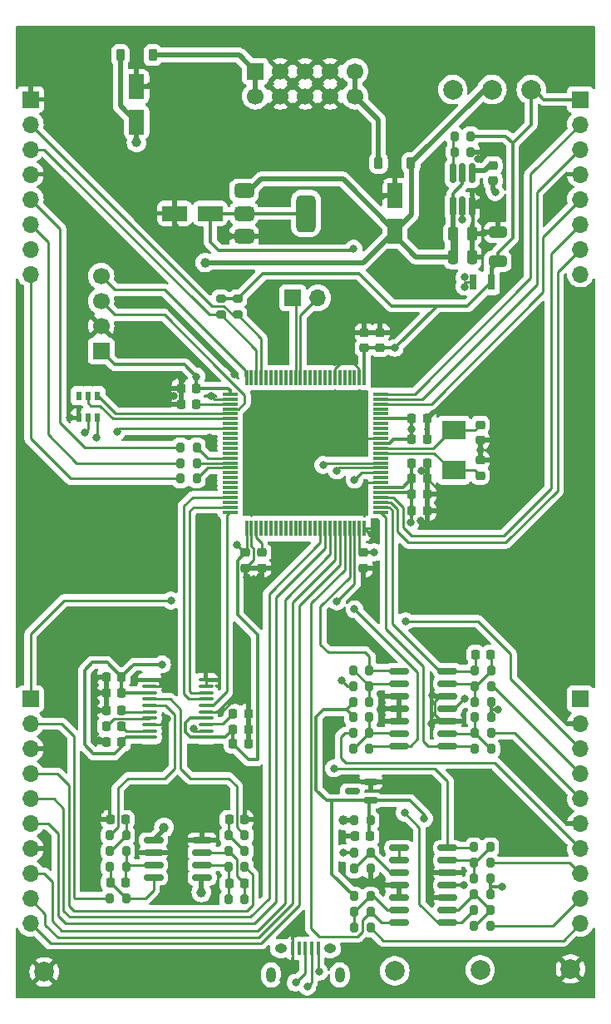
<source format=gbr>
%TF.GenerationSoftware,KiCad,Pcbnew,8.0.7*%
%TF.CreationDate,2025-01-14T15:56:34+00:00*%
%TF.ProjectId,Spectralist_Components,53706563-7472-4616-9c69-73745f436f6d,rev?*%
%TF.SameCoordinates,Original*%
%TF.FileFunction,Copper,L4,Bot*%
%TF.FilePolarity,Positive*%
%FSLAX46Y46*%
G04 Gerber Fmt 4.6, Leading zero omitted, Abs format (unit mm)*
G04 Created by KiCad (PCBNEW 8.0.7) date 2025-01-14 15:56:34*
%MOMM*%
%LPD*%
G01*
G04 APERTURE LIST*
G04 Aperture macros list*
%AMRoundRect*
0 Rectangle with rounded corners*
0 $1 Rounding radius*
0 $2 $3 $4 $5 $6 $7 $8 $9 X,Y pos of 4 corners*
0 Add a 4 corners polygon primitive as box body*
4,1,4,$2,$3,$4,$5,$6,$7,$8,$9,$2,$3,0*
0 Add four circle primitives for the rounded corners*
1,1,$1+$1,$2,$3*
1,1,$1+$1,$4,$5*
1,1,$1+$1,$6,$7*
1,1,$1+$1,$8,$9*
0 Add four rect primitives between the rounded corners*
20,1,$1+$1,$2,$3,$4,$5,0*
20,1,$1+$1,$4,$5,$6,$7,0*
20,1,$1+$1,$6,$7,$8,$9,0*
20,1,$1+$1,$8,$9,$2,$3,0*%
G04 Aperture macros list end*
%TA.AperFunction,ComponentPad*%
%ADD10R,1.700000X1.700000*%
%TD*%
%TA.AperFunction,ComponentPad*%
%ADD11O,1.700000X1.700000*%
%TD*%
%TA.AperFunction,SMDPad,CuDef*%
%ADD12RoundRect,0.200000X0.200000X0.275000X-0.200000X0.275000X-0.200000X-0.275000X0.200000X-0.275000X0*%
%TD*%
%TA.AperFunction,SMDPad,CuDef*%
%ADD13RoundRect,0.150000X0.587500X0.150000X-0.587500X0.150000X-0.587500X-0.150000X0.587500X-0.150000X0*%
%TD*%
%TA.AperFunction,SMDPad,CuDef*%
%ADD14RoundRect,0.225000X-0.250000X0.225000X-0.250000X-0.225000X0.250000X-0.225000X0.250000X0.225000X0*%
%TD*%
%TA.AperFunction,SMDPad,CuDef*%
%ADD15RoundRect,0.225000X-0.225000X-0.250000X0.225000X-0.250000X0.225000X0.250000X-0.225000X0.250000X0*%
%TD*%
%TA.AperFunction,SMDPad,CuDef*%
%ADD16RoundRect,0.250000X0.550000X-1.050000X0.550000X1.050000X-0.550000X1.050000X-0.550000X-1.050000X0*%
%TD*%
%TA.AperFunction,SMDPad,CuDef*%
%ADD17RoundRect,0.225000X0.225000X0.250000X-0.225000X0.250000X-0.225000X-0.250000X0.225000X-0.250000X0*%
%TD*%
%TA.AperFunction,SMDPad,CuDef*%
%ADD18RoundRect,0.250000X0.650000X-0.325000X0.650000X0.325000X-0.650000X0.325000X-0.650000X-0.325000X0*%
%TD*%
%TA.AperFunction,SMDPad,CuDef*%
%ADD19RoundRect,0.225000X0.250000X-0.225000X0.250000X0.225000X-0.250000X0.225000X-0.250000X-0.225000X0*%
%TD*%
%TA.AperFunction,ComponentPad*%
%ADD20C,2.000000*%
%TD*%
%TA.AperFunction,SMDPad,CuDef*%
%ADD21RoundRect,0.250000X-0.550000X1.050000X-0.550000X-1.050000X0.550000X-1.050000X0.550000X1.050000X0*%
%TD*%
%TA.AperFunction,SMDPad,CuDef*%
%ADD22R,2.400000X1.900000*%
%TD*%
%TA.AperFunction,SMDPad,CuDef*%
%ADD23RoundRect,0.200000X-0.200000X-0.275000X0.200000X-0.275000X0.200000X0.275000X-0.200000X0.275000X0*%
%TD*%
%TA.AperFunction,SMDPad,CuDef*%
%ADD24RoundRect,0.162500X0.162500X-0.837500X0.162500X0.837500X-0.162500X0.837500X-0.162500X-0.837500X0*%
%TD*%
%TA.AperFunction,SMDPad,CuDef*%
%ADD25RoundRect,0.225000X0.225000X0.375000X-0.225000X0.375000X-0.225000X-0.375000X0.225000X-0.375000X0*%
%TD*%
%TA.AperFunction,SMDPad,CuDef*%
%ADD26RoundRect,0.150000X-0.825000X-0.150000X0.825000X-0.150000X0.825000X0.150000X-0.825000X0.150000X0*%
%TD*%
%TA.AperFunction,SMDPad,CuDef*%
%ADD27RoundRect,0.250000X-0.250000X-0.475000X0.250000X-0.475000X0.250000X0.475000X-0.250000X0.475000X0*%
%TD*%
%TA.AperFunction,SMDPad,CuDef*%
%ADD28RoundRect,0.075000X0.725000X0.075000X-0.725000X0.075000X-0.725000X-0.075000X0.725000X-0.075000X0*%
%TD*%
%TA.AperFunction,SMDPad,CuDef*%
%ADD29RoundRect,0.075000X0.075000X0.725000X-0.075000X0.725000X-0.075000X-0.725000X0.075000X-0.725000X0*%
%TD*%
%TA.AperFunction,SMDPad,CuDef*%
%ADD30RoundRect,0.150000X0.825000X0.150000X-0.825000X0.150000X-0.825000X-0.150000X0.825000X-0.150000X0*%
%TD*%
%TA.AperFunction,SMDPad,CuDef*%
%ADD31RoundRect,0.100000X-0.637500X-0.100000X0.637500X-0.100000X0.637500X0.100000X-0.637500X0.100000X0*%
%TD*%
%TA.AperFunction,SMDPad,CuDef*%
%ADD32RoundRect,0.250000X1.050000X0.550000X-1.050000X0.550000X-1.050000X-0.550000X1.050000X-0.550000X0*%
%TD*%
%TA.AperFunction,ComponentPad*%
%ADD33O,1.250000X0.950000*%
%TD*%
%TA.AperFunction,ComponentPad*%
%ADD34O,1.000000X1.550000*%
%TD*%
%TA.AperFunction,SMDPad,CuDef*%
%ADD35RoundRect,0.100000X0.100000X-0.575000X0.100000X0.575000X-0.100000X0.575000X-0.100000X-0.575000X0*%
%TD*%
%TA.AperFunction,ComponentPad*%
%ADD36C,1.700000*%
%TD*%
%TA.AperFunction,SMDPad,CuDef*%
%ADD37R,0.600000X0.950000*%
%TD*%
%TA.AperFunction,SMDPad,CuDef*%
%ADD38RoundRect,0.200000X-0.275000X0.200000X-0.275000X-0.200000X0.275000X-0.200000X0.275000X0.200000X0*%
%TD*%
%TA.AperFunction,SMDPad,CuDef*%
%ADD39R,0.800000X1.600000*%
%TD*%
%TA.AperFunction,SMDPad,CuDef*%
%ADD40RoundRect,0.375000X-0.625000X-0.375000X0.625000X-0.375000X0.625000X0.375000X-0.625000X0.375000X0*%
%TD*%
%TA.AperFunction,SMDPad,CuDef*%
%ADD41RoundRect,0.500000X-0.500000X-1.400000X0.500000X-1.400000X0.500000X1.400000X-0.500000X1.400000X0*%
%TD*%
%TA.AperFunction,ViaPad*%
%ADD42C,0.800000*%
%TD*%
%TA.AperFunction,ViaPad*%
%ADD43C,1.000000*%
%TD*%
%TA.AperFunction,Conductor*%
%ADD44C,0.250000*%
%TD*%
%TA.AperFunction,Conductor*%
%ADD45C,0.300000*%
%TD*%
%TA.AperFunction,Conductor*%
%ADD46C,0.500000*%
%TD*%
%TA.AperFunction,Conductor*%
%ADD47C,0.750000*%
%TD*%
%TA.AperFunction,Conductor*%
%ADD48C,0.400000*%
%TD*%
G04 APERTURE END LIST*
D10*
%TO.P,J2,1,Pin_1*%
%TO.N,+3.3V*%
X158000000Y-58000000D03*
D11*
%TO.P,J2,2,Pin_2*%
%TO.N,/Filter_Mode*%
X158000000Y-60540000D03*
%TO.P,J2,3,Pin_3*%
%TO.N,/Harmonic_Mode*%
X158000000Y-63080000D03*
%TO.P,J2,4,Pin_4*%
%TO.N,GND*%
X158000000Y-65620000D03*
%TO.P,J2,5,Pin_5*%
%TO.N,/Octave_Btn*%
X158000000Y-68160000D03*
%TO.P,J2,6,Pin_6*%
%TO.N,/Filter_A_Pot*%
X158000000Y-70700000D03*
%TO.P,J2,7,Pin_7*%
%TO.N,/Filter_A_Trm*%
X158000000Y-73240000D03*
%TO.P,J2,8,Pin_8*%
%TO.N,+12V*%
X158000000Y-75780000D03*
%TD*%
D10*
%TO.P,J4,1,Pin_1*%
%TO.N,+3.3VA*%
X158000000Y-119000000D03*
D11*
%TO.P,J4,2,Pin_2*%
%TO.N,GND*%
X158000000Y-121540000D03*
%TO.P,J4,3,Pin_3*%
%TO.N,/Harm_Stretch_CV_In*%
X158000000Y-124080000D03*
%TO.P,J4,4,Pin_4*%
%TO.N,/Pitch_CV_In*%
X158000000Y-126620000D03*
%TO.P,J4,5,Pin_5*%
%TO.N,/Filter_Slope_CV_In*%
X158000000Y-129160000D03*
%TO.P,J4,6,Pin_6*%
%TO.N,GND*%
X158000000Y-131700000D03*
%TO.P,J4,7,Pin_7*%
%TO.N,/Filter_A_CV_In*%
X158000000Y-134240000D03*
%TO.P,J4,8,Pin_8*%
%TO.N,/Harm_Warp_CV_In*%
X158000000Y-136780000D03*
%TO.P,J4,9,Pin_9*%
%TO.N,/Pan_CV_In*%
X158000000Y-139320000D03*
%TO.P,J4,10,Pin_10*%
%TO.N,/Filter_B_CV_In*%
X158000000Y-141860000D03*
%TD*%
D10*
%TO.P,J1,1,Pin_1*%
%TO.N,GND*%
X102000000Y-58000000D03*
D11*
%TO.P,J1,2,Pin_2*%
%TO.N,/LED_SCL*%
X102000000Y-60540000D03*
%TO.P,J1,3,Pin_3*%
%TO.N,/LED_SDA*%
X102000000Y-63080000D03*
%TO.P,J1,4,Pin_4*%
%TO.N,GND*%
X102000000Y-65620000D03*
%TO.P,J1,5,Pin_5*%
%TO.N,/LED_Filter_A_Out*%
X102000000Y-68160000D03*
%TO.P,J1,6,Pin_6*%
%TO.N,/LED_Oct_Out*%
X102000000Y-70700000D03*
%TO.P,J1,7,Pin_7*%
%TO.N,GND*%
X102000000Y-73240000D03*
%TO.P,J1,8,Pin_8*%
%TO.N,/LED_Filter_B_Out*%
X102000000Y-75780000D03*
%TD*%
D10*
%TO.P,J3,1,Pin_1*%
%TO.N,/Filter_B_Trm*%
X102000000Y-119000000D03*
D11*
%TO.P,J3,2,Pin_2*%
%TO.N,/Audio_Out_L*%
X102000000Y-121540000D03*
%TO.P,J3,3,Pin_3*%
%TO.N,GND*%
X102000000Y-124080000D03*
%TO.P,J3,4,Pin_4*%
%TO.N,/Audio_Out_R*%
X102000000Y-126620000D03*
%TO.P,J3,5,Pin_5*%
%TO.N,/Filter_B_Pot*%
X102000000Y-129160000D03*
%TO.P,J3,6,Pin_6*%
%TO.N,/Filter_Slope_Pot*%
X102000000Y-131700000D03*
%TO.P,J3,7,Pin_7*%
%TO.N,GND*%
X102000000Y-134240000D03*
%TO.P,J3,8,Pin_8*%
%TO.N,/Harm_Warp_Pot*%
X102000000Y-136780000D03*
%TO.P,J3,9,Pin_9*%
%TO.N,/Harm_Stretch_Trm*%
X102000000Y-139320000D03*
%TO.P,J3,10,Pin_10*%
%TO.N,/Harm_Stretch_Pot*%
X102000000Y-141860000D03*
%TD*%
D12*
%TO.P,R39,1*%
%TO.N,/LED_Filter_B*%
X118925000Y-96600000D03*
%TO.P,R39,2*%
%TO.N,/LED_Filter_B_Out*%
X117275000Y-96600000D03*
%TD*%
D13*
%TO.P,D3,1,K*%
%TO.N,GND*%
X136637500Y-127450000D03*
%TO.P,D3,2,A*%
%TO.N,/-5V_REF*%
X136637500Y-129350000D03*
%TO.P,D3,3,NC*%
%TO.N,unconnected-(D3-NC-Pad3)*%
X134762500Y-128400000D03*
%TD*%
D14*
%TO.P,C16,1*%
%TO.N,GND*%
X137600000Y-81725000D03*
%TO.P,C16,2*%
%TO.N,+3.3V*%
X137600000Y-83275000D03*
%TD*%
D15*
%TO.P,C21,1*%
%TO.N,GND*%
X117325000Y-87400000D03*
%TO.P,C21,2*%
%TO.N,+3.3V*%
X118875000Y-87400000D03*
%TD*%
D16*
%TO.P,C1,1*%
%TO.N,+12V*%
X139100000Y-71380000D03*
%TO.P,C1,2*%
%TO.N,GND*%
X139100000Y-67780000D03*
%TD*%
D14*
%TO.P,C22,1*%
%TO.N,GND*%
X136000000Y-81725000D03*
%TO.P,C22,2*%
%TO.N,+3.3V*%
X136000000Y-83275000D03*
%TD*%
D17*
%TO.P,C11,1*%
%TO.N,+3.3VA*%
X111275000Y-118400000D03*
%TO.P,C11,2*%
%TO.N,GND*%
X109725000Y-118400000D03*
%TD*%
D15*
%TO.P,C32,1*%
%TO.N,Net-(C32-Pad1)*%
X122225000Y-137800000D03*
%TO.P,C32,2*%
%TO.N,Net-(U8B--)*%
X123775000Y-137800000D03*
%TD*%
D18*
%TO.P,C9,1*%
%TO.N,+3.3V*%
X149600000Y-74475000D03*
%TO.P,C9,2*%
%TO.N,GND*%
X149600000Y-71525000D03*
%TD*%
D12*
%TO.P,R25,1*%
%TO.N,Net-(U7D--)*%
X136525000Y-119300000D03*
%TO.P,R25,2*%
%TO.N,/-5V_REF*%
X134875000Y-119300000D03*
%TD*%
D19*
%TO.P,C20,1*%
%TO.N,GND*%
X123900000Y-105675000D03*
%TO.P,C20,2*%
%TO.N,+3.3V*%
X123900000Y-104125000D03*
%TD*%
D12*
%TO.P,R30,1*%
%TO.N,/LED_Oct*%
X118925000Y-95000000D03*
%TO.P,R30,2*%
%TO.N,/LED_Oct_Out*%
X117275000Y-95000000D03*
%TD*%
%TO.P,R3,1*%
%TO.N,Net-(C29-Pad1)*%
X111725000Y-132900000D03*
%TO.P,R3,2*%
%TO.N,/DAC_Out_L*%
X110075000Y-132900000D03*
%TD*%
D15*
%TO.P,C31,1*%
%TO.N,Net-(C31-Pad1)*%
X110125000Y-137700000D03*
%TO.P,C31,2*%
%TO.N,Net-(U8A--)*%
X111675000Y-137700000D03*
%TD*%
D20*
%TO.P,TP8,1,1*%
%TO.N,GND*%
X157000000Y-146500000D03*
%TD*%
D21*
%TO.P,C2,1*%
%TO.N,GND*%
X112800000Y-56700000D03*
%TO.P,C2,2*%
%TO.N,-12V*%
X112800000Y-60300000D03*
%TD*%
D22*
%TO.P,Y1,1,1*%
%TO.N,Net-(U1-PH1)*%
X145100000Y-95750000D03*
%TO.P,Y1,2,2*%
%TO.N,Net-(U1-PH0)*%
X145100000Y-91650000D03*
%TD*%
D23*
%TO.P,R6,1*%
%TO.N,Net-(U8B--)*%
X122175000Y-134500000D03*
%TO.P,R6,2*%
%TO.N,Net-(C30-Pad1)*%
X123825000Y-134500000D03*
%TD*%
D20*
%TO.P,TP6,1,1*%
%TO.N,+3.3VA*%
X145000000Y-57000000D03*
%TD*%
D24*
%TO.P,U3,1,GND*%
%TO.N,GND*%
X146950000Y-68910000D03*
%TO.P,U3,2,SW*%
%TO.N,/VSW*%
X146000000Y-68910000D03*
%TO.P,U3,3,VIN*%
%TO.N,+12V*%
X145050000Y-68910000D03*
%TO.P,U3,4,VFB*%
%TO.N,/FB*%
X145050000Y-65490000D03*
%TO.P,U3,5,EN*%
%TO.N,+12V*%
X146000000Y-65490000D03*
%TO.P,U3,6,VBST*%
%TO.N,/CB*%
X146950000Y-65490000D03*
%TD*%
D17*
%TO.P,C12,1*%
%TO.N,+3.3VA*%
X111275000Y-116800000D03*
%TO.P,C12,2*%
%TO.N,GND*%
X109725000Y-116800000D03*
%TD*%
D23*
%TO.P,R4,1*%
%TO.N,Net-(C30-Pad1)*%
X122175000Y-132900000D03*
%TO.P,R4,2*%
%TO.N,/DAC_Out_R*%
X123825000Y-132900000D03*
%TD*%
%TO.P,R14,1*%
%TO.N,-12V*%
X134975000Y-131400000D03*
%TO.P,R14,2*%
%TO.N,/-5V_REF*%
X136625000Y-131400000D03*
%TD*%
D12*
%TO.P,R1,1*%
%TO.N,+3.3V*%
X146825000Y-61750000D03*
%TO.P,R1,2*%
%TO.N,/FB*%
X145175000Y-61750000D03*
%TD*%
D23*
%TO.P,R23,1*%
%TO.N,Net-(U5A--)*%
X147175000Y-135700000D03*
%TO.P,R23,2*%
%TO.N,/Harm_Warp_CV_In*%
X148825000Y-135700000D03*
%TD*%
%TO.P,R8,1*%
%TO.N,Net-(C32-Pad1)*%
X122175000Y-139400000D03*
%TO.P,R8,2*%
%TO.N,Net-(U8B--)*%
X123825000Y-139400000D03*
%TD*%
%TO.P,R24,1*%
%TO.N,/Harm_Warp_CV*%
X147175000Y-134100000D03*
%TO.P,R24,2*%
%TO.N,Net-(U5A--)*%
X148825000Y-134100000D03*
%TD*%
%TO.P,R20,1*%
%TO.N,Net-(U7B--)*%
X147275000Y-122500000D03*
%TO.P,R20,2*%
%TO.N,/Filter_Slope_CV_In*%
X148925000Y-122500000D03*
%TD*%
D25*
%TO.P,D1,1,K*%
%TO.N,+12V*%
X140750000Y-64480000D03*
%TO.P,D1,2,A*%
%TO.N,/+12V_IN*%
X137450000Y-64480000D03*
%TD*%
D26*
%TO.P,U8,1*%
%TO.N,Net-(C31-Pad1)*%
X114525000Y-137205000D03*
%TO.P,U8,2,-*%
%TO.N,Net-(U8A--)*%
X114525000Y-135935000D03*
%TO.P,U8,3,+*%
%TO.N,GND*%
X114525000Y-134665000D03*
%TO.P,U8,4,V-*%
%TO.N,-12V*%
X114525000Y-133395000D03*
%TO.P,U8,5,+*%
%TO.N,GND*%
X119475000Y-133395000D03*
%TO.P,U8,6,-*%
%TO.N,Net-(U8B--)*%
X119475000Y-134665000D03*
%TO.P,U8,7*%
%TO.N,Net-(C32-Pad1)*%
X119475000Y-135935000D03*
%TO.P,U8,8,V+*%
%TO.N,+12V*%
X119475000Y-137205000D03*
%TD*%
D23*
%TO.P,R32,1*%
%TO.N,Net-(U5C--)*%
X134975000Y-142300000D03*
%TO.P,R32,2*%
%TO.N,/Filter_B_CV_In*%
X136625000Y-142300000D03*
%TD*%
%TO.P,R22,1*%
%TO.N,Net-(U5A--)*%
X147175000Y-137300000D03*
%TO.P,R22,2*%
%TO.N,/-5V_REF*%
X148825000Y-137300000D03*
%TD*%
D12*
%TO.P,R11,1*%
%TO.N,Net-(U7C--)*%
X136525000Y-120900000D03*
%TO.P,R11,2*%
%TO.N,/-5V_REF*%
X134875000Y-120900000D03*
%TD*%
D17*
%TO.P,C27,1*%
%TO.N,GND*%
X124175000Y-120500000D03*
%TO.P,C27,2*%
%TO.N,Net-(U2-LDOO)*%
X122625000Y-120500000D03*
%TD*%
%TO.P,C4,1*%
%TO.N,GND*%
X142375000Y-96600000D03*
%TO.P,C4,2*%
%TO.N,+3.3VA*%
X140825000Y-96600000D03*
%TD*%
%TO.P,C25,1*%
%TO.N,Net-(U2-CAPP)*%
X111275000Y-121800000D03*
%TO.P,C25,2*%
%TO.N,Net-(U2-CAPM)*%
X109725000Y-121800000D03*
%TD*%
D23*
%TO.P,R17,1*%
%TO.N,Net-(U5B--)*%
X147175000Y-142100000D03*
%TO.P,R17,2*%
%TO.N,/Pan_CV_In*%
X148825000Y-142100000D03*
%TD*%
D27*
%TO.P,C6,1*%
%TO.N,+12V*%
X145050000Y-71650000D03*
%TO.P,C6,2*%
%TO.N,GND*%
X146950000Y-71650000D03*
%TD*%
D17*
%TO.P,C39,1*%
%TO.N,Net-(C39-Pad1)*%
X118875000Y-89000000D03*
%TO.P,C39,2*%
%TO.N,GND*%
X117325000Y-89000000D03*
%TD*%
D15*
%TO.P,C30,1*%
%TO.N,Net-(C30-Pad1)*%
X122225000Y-131300000D03*
%TO.P,C30,2*%
%TO.N,GND*%
X123775000Y-131300000D03*
%TD*%
D20*
%TO.P,TP5,1,1*%
%TO.N,+3.3V*%
X153000000Y-57000000D03*
%TD*%
D17*
%TO.P,C23,1*%
%TO.N,GND*%
X142375000Y-98200000D03*
%TO.P,C23,2*%
%TO.N,+3.3VA*%
X140825000Y-98200000D03*
%TD*%
D12*
%TO.P,R21,1*%
%TO.N,/Filter_A_CV*%
X136525000Y-124100000D03*
%TO.P,R21,2*%
%TO.N,Net-(U7C--)*%
X134875000Y-124100000D03*
%TD*%
D17*
%TO.P,C29,1*%
%TO.N,Net-(C29-Pad1)*%
X111675000Y-131300000D03*
%TO.P,C29,2*%
%TO.N,GND*%
X110125000Y-131300000D03*
%TD*%
D10*
%TO.P,J7,1,Pin_1*%
%TO.N,/UART_TX*%
X128725000Y-78200000D03*
D11*
%TO.P,J7,2,Pin_2*%
%TO.N,/UART_RX*%
X131265000Y-78200000D03*
%TD*%
D17*
%TO.P,C10,1*%
%TO.N,+3.3VA*%
X111275000Y-123400000D03*
%TO.P,C10,2*%
%TO.N,GND*%
X109725000Y-123400000D03*
%TD*%
D20*
%TO.P,TP2,1,1*%
%TO.N,+12V*%
X149000000Y-57000000D03*
%TD*%
D12*
%TO.P,R31,1*%
%TO.N,Net-(U5C--)*%
X136625000Y-139100000D03*
%TO.P,R31,2*%
%TO.N,/-5V_REF*%
X134975000Y-139100000D03*
%TD*%
D17*
%TO.P,C26,1*%
%TO.N,Net-(U2-VNEG)*%
X111275000Y-120200000D03*
%TO.P,C26,2*%
%TO.N,GND*%
X109725000Y-120200000D03*
%TD*%
D19*
%TO.P,C15,1*%
%TO.N,Net-(U1-PH1)*%
X147800000Y-96275000D03*
%TO.P,C15,2*%
%TO.N,GND*%
X147800000Y-94725000D03*
%TD*%
D12*
%TO.P,R37,1*%
%TO.N,GND*%
X136625000Y-136300000D03*
%TO.P,R37,2*%
%TO.N,Net-(U5D-+)*%
X134975000Y-136300000D03*
%TD*%
D15*
%TO.P,C35,1*%
%TO.N,/Pitch_CV_Scaled*%
X147325000Y-114500000D03*
%TO.P,C35,2*%
%TO.N,Net-(U7A--)*%
X148875000Y-114500000D03*
%TD*%
D28*
%TO.P,U1,1,PE2*%
%TO.N,/Filter_Mode*%
X137675000Y-88000000D03*
%TO.P,U1,2,PE3*%
%TO.N,/Harmonic_Mode*%
X137675000Y-88500000D03*
%TO.P,U1,3,PE4*%
%TO.N,/Octave_Btn*%
X137675000Y-89000000D03*
%TO.P,U1,4,PE5*%
%TO.N,unconnected-(U1-PE5-Pad4)*%
X137675000Y-89500000D03*
%TO.P,U1,5,PE6*%
%TO.N,unconnected-(U1-PE6-Pad5)*%
X137675000Y-90000000D03*
%TO.P,U1,6,VBAT*%
%TO.N,+3.3V*%
X137675000Y-90500000D03*
%TO.P,U1,7,PC13*%
%TO.N,unconnected-(U1-PC13-Pad7)*%
X137675000Y-91000000D03*
%TO.P,U1,8,PC14*%
%TO.N,unconnected-(U1-PC14-Pad8)*%
X137675000Y-91500000D03*
%TO.P,U1,9,PC15*%
%TO.N,unconnected-(U1-PC15-Pad9)*%
X137675000Y-92000000D03*
%TO.P,U1,10,VSS*%
%TO.N,GND*%
X137675000Y-92500000D03*
%TO.P,U1,11,VDD*%
%TO.N,+3.3V*%
X137675000Y-93000000D03*
%TO.P,U1,12,PH0*%
%TO.N,Net-(U1-PH0)*%
X137675000Y-93500000D03*
%TO.P,U1,13,PH1*%
%TO.N,Net-(U1-PH1)*%
X137675000Y-94000000D03*
%TO.P,U1,14,NRST*%
%TO.N,unconnected-(U1-NRST-Pad14)*%
X137675000Y-94500000D03*
%TO.P,U1,15,PC0*%
%TO.N,/Filter_B_Trm*%
X137675000Y-95000000D03*
%TO.P,U1,16,PC1*%
%TO.N,/Pan_CV*%
X137675000Y-95500000D03*
%TO.P,U1,17,PC2_C*%
%TO.N,/Filter_A_CV*%
X137675000Y-96000000D03*
%TO.P,U1,18,PC3_C*%
%TO.N,unconnected-(U1-PC3_C-Pad18)*%
X137675000Y-96500000D03*
%TO.P,U1,19,VSSA*%
%TO.N,GND*%
X137675000Y-97000000D03*
%TO.P,U1,20,VREF+*%
%TO.N,+3.3VA*%
X137675000Y-97500000D03*
%TO.P,U1,21,VDDA*%
X137675000Y-98000000D03*
%TO.P,U1,22,PA0*%
%TO.N,/Filter_A_Pot*%
X137675000Y-98500000D03*
%TO.P,U1,23,PA1*%
%TO.N,/Filter_A_Trm*%
X137675000Y-99000000D03*
%TO.P,U1,24,PA2*%
%TO.N,/Pitch_CV_Scaled*%
X137675000Y-99500000D03*
%TO.P,U1,25,PA3*%
%TO.N,/Filter_Slope_CV*%
X137675000Y-100000000D03*
D29*
%TO.P,U1,26,VSS*%
%TO.N,GND*%
X136000000Y-101675000D03*
%TO.P,U1,27,VDD*%
%TO.N,+3.3V*%
X135500000Y-101675000D03*
%TO.P,U1,28,PA4*%
%TO.N,/Harm_Warp_CV*%
X135000000Y-101675000D03*
%TO.P,U1,29,PA5*%
%TO.N,/Harm_Stretch_CV*%
X134500000Y-101675000D03*
%TO.P,U1,30,PA6*%
%TO.N,/Filter_B_CV*%
X134000000Y-101675000D03*
%TO.P,U1,31,PA7*%
%TO.N,/Harm_Stretch_Pot*%
X133500000Y-101675000D03*
%TO.P,U1,32,PC4*%
%TO.N,/Harm_Stretch_Trm*%
X133000000Y-101675000D03*
%TO.P,U1,33,PC5*%
%TO.N,/Harm_Warp_Pot*%
X132500000Y-101675000D03*
%TO.P,U1,34,PB0*%
%TO.N,/Filter_Slope_Pot*%
X132000000Y-101675000D03*
%TO.P,U1,35,PB1*%
%TO.N,/Filter_B_Pot*%
X131500000Y-101675000D03*
%TO.P,U1,36,PB2*%
%TO.N,unconnected-(U1-PB2-Pad36)*%
X131000000Y-101675000D03*
%TO.P,U1,37,PE7*%
%TO.N,unconnected-(U1-PE7-Pad37)*%
X130500000Y-101675000D03*
%TO.P,U1,38,PE8*%
%TO.N,unconnected-(U1-PE8-Pad38)*%
X130000000Y-101675000D03*
%TO.P,U1,39,PE9*%
%TO.N,unconnected-(U1-PE9-Pad39)*%
X129500000Y-101675000D03*
%TO.P,U1,40,PE10*%
%TO.N,unconnected-(U1-PE10-Pad40)*%
X129000000Y-101675000D03*
%TO.P,U1,41,PE11*%
%TO.N,unconnected-(U1-PE11-Pad41)*%
X128500000Y-101675000D03*
%TO.P,U1,42,PE12*%
%TO.N,unconnected-(U1-PE12-Pad42)*%
X128000000Y-101675000D03*
%TO.P,U1,43,PE13*%
%TO.N,unconnected-(U1-PE13-Pad43)*%
X127500000Y-101675000D03*
%TO.P,U1,44,PE14*%
%TO.N,unconnected-(U1-PE14-Pad44)*%
X127000000Y-101675000D03*
%TO.P,U1,45,PE15*%
%TO.N,unconnected-(U1-PE15-Pad45)*%
X126500000Y-101675000D03*
%TO.P,U1,46,PB10*%
%TO.N,unconnected-(U1-PB10-Pad46)*%
X126000000Y-101675000D03*
%TO.P,U1,47,PB11*%
%TO.N,unconnected-(U1-PB11-Pad47)*%
X125500000Y-101675000D03*
%TO.P,U1,48,VCAP*%
%TO.N,Net-(C38-Pad1)*%
X125000000Y-101675000D03*
%TO.P,U1,49,VSS*%
%TO.N,GND*%
X124500000Y-101675000D03*
%TO.P,U1,50,VDD*%
%TO.N,+3.3V*%
X124000000Y-101675000D03*
D28*
%TO.P,U1,51,PB12*%
%TO.N,/DAC_LRCLK*%
X122325000Y-100000000D03*
%TO.P,U1,52,PB13*%
%TO.N,/DAC_BCLK*%
X122325000Y-99500000D03*
%TO.P,U1,53,PB14*%
%TO.N,unconnected-(U1-PB14-Pad53)*%
X122325000Y-99000000D03*
%TO.P,U1,54,PB15*%
%TO.N,/DAC_DATA*%
X122325000Y-98500000D03*
%TO.P,U1,55,PD8*%
%TO.N,unconnected-(U1-PD8-Pad55)*%
X122325000Y-98000000D03*
%TO.P,U1,56,PD9*%
%TO.N,unconnected-(U1-PD9-Pad56)*%
X122325000Y-97500000D03*
%TO.P,U1,57,PD10*%
%TO.N,unconnected-(U1-PD10-Pad57)*%
X122325000Y-97000000D03*
%TO.P,U1,58,PD11*%
%TO.N,unconnected-(U1-PD11-Pad58)*%
X122325000Y-96500000D03*
%TO.P,U1,59,PD12*%
%TO.N,unconnected-(U1-PD12-Pad59)*%
X122325000Y-96000000D03*
%TO.P,U1,60,PD13*%
%TO.N,/LED_Filter_B*%
X122325000Y-95500000D03*
%TO.P,U1,61,PD14*%
%TO.N,/LED_Oct*%
X122325000Y-95000000D03*
%TO.P,U1,62,PD15*%
%TO.N,/LED_Filter_A*%
X122325000Y-94500000D03*
%TO.P,U1,63,PC6*%
%TO.N,unconnected-(U1-PC6-Pad63)*%
X122325000Y-94000000D03*
%TO.P,U1,64,PC7*%
%TO.N,unconnected-(U1-PC7-Pad64)*%
X122325000Y-93500000D03*
%TO.P,U1,65,PC8*%
%TO.N,unconnected-(U1-PC8-Pad65)*%
X122325000Y-93000000D03*
%TO.P,U1,66,PC9*%
%TO.N,unconnected-(U1-PC9-Pad66)*%
X122325000Y-92500000D03*
%TO.P,U1,67,PA8*%
%TO.N,unconnected-(U1-PA8-Pad67)*%
X122325000Y-92000000D03*
%TO.P,U1,68,PA9*%
%TO.N,/USB_VBUS*%
X122325000Y-91500000D03*
%TO.P,U1,69,PA10*%
%TO.N,unconnected-(U1-PA10-Pad69)*%
X122325000Y-91000000D03*
%TO.P,U1,70,PA11*%
%TO.N,/USB_DM*%
X122325000Y-90500000D03*
%TO.P,U1,71,PA12*%
%TO.N,/USB_DP*%
X122325000Y-90000000D03*
%TO.P,U1,72,PA13(JTMS*%
%TO.N,/SWIO*%
X122325000Y-89500000D03*
%TO.P,U1,73,VCAP*%
%TO.N,Net-(C39-Pad1)*%
X122325000Y-89000000D03*
%TO.P,U1,74,VSS*%
%TO.N,GND*%
X122325000Y-88500000D03*
%TO.P,U1,75,VDD*%
%TO.N,+3.3V*%
X122325000Y-88000000D03*
D29*
%TO.P,U1,76,PA14(JTCK*%
%TO.N,/SWCLK*%
X124000000Y-86325000D03*
%TO.P,U1,77,PA15(JTDI)*%
%TO.N,unconnected-(U1-PA15(JTDI)-Pad77)*%
X124500000Y-86325000D03*
%TO.P,U1,78,PC10*%
%TO.N,/LED_SDA*%
X125000000Y-86325000D03*
%TO.P,U1,79,PC11*%
%TO.N,/LED_SCL*%
X125500000Y-86325000D03*
%TO.P,U1,80,PC12*%
%TO.N,unconnected-(U1-PC12-Pad80)*%
X126000000Y-86325000D03*
%TO.P,U1,81,PD0*%
%TO.N,unconnected-(U1-PD0-Pad81)*%
X126500000Y-86325000D03*
%TO.P,U1,82,PD1*%
%TO.N,unconnected-(U1-PD1-Pad82)*%
X127000000Y-86325000D03*
%TO.P,U1,83,PD2*%
%TO.N,unconnected-(U1-PD2-Pad83)*%
X127500000Y-86325000D03*
%TO.P,U1,84,PD3*%
%TO.N,unconnected-(U1-PD3-Pad84)*%
X128000000Y-86325000D03*
%TO.P,U1,85,PD4*%
%TO.N,unconnected-(U1-PD4-Pad85)*%
X128500000Y-86325000D03*
%TO.P,U1,86,PD5*%
%TO.N,/UART_TX*%
X129000000Y-86325000D03*
%TO.P,U1,87,PD6*%
%TO.N,/UART_RX*%
X129500000Y-86325000D03*
%TO.P,U1,88,PD7*%
%TO.N,unconnected-(U1-PD7-Pad88)*%
X130000000Y-86325000D03*
%TO.P,U1,89,PB3(JTDO*%
%TO.N,unconnected-(U1-PB3(JTDO-Pad89)*%
X130500000Y-86325000D03*
%TO.P,U1,90,PB4(NJTRST)*%
%TO.N,unconnected-(U1-PB4(NJTRST)-Pad90)*%
X131000000Y-86325000D03*
%TO.P,U1,91,PB5*%
%TO.N,unconnected-(U1-PB5-Pad91)*%
X131500000Y-86325000D03*
%TO.P,U1,92,PB6*%
%TO.N,unconnected-(U1-PB6-Pad92)*%
X132000000Y-86325000D03*
%TO.P,U1,93,PB7*%
%TO.N,unconnected-(U1-PB7-Pad93)*%
X132500000Y-86325000D03*
%TO.P,U1,94,BOOT0*%
%TO.N,GND*%
X133000000Y-86325000D03*
%TO.P,U1,95,PB8*%
%TO.N,unconnected-(U1-PB8-Pad95)*%
X133500000Y-86325000D03*
%TO.P,U1,96,PB9*%
%TO.N,unconnected-(U1-PB9-Pad96)*%
X134000000Y-86325000D03*
%TO.P,U1,97,PE0*%
%TO.N,unconnected-(U1-PE0-Pad97)*%
X134500000Y-86325000D03*
%TO.P,U1,98,PE1*%
%TO.N,unconnected-(U1-PE1-Pad98)*%
X135000000Y-86325000D03*
%TO.P,U1,99,VSS*%
%TO.N,GND*%
X135500000Y-86325000D03*
%TO.P,U1,100,VDD*%
%TO.N,+3.3V*%
X136000000Y-86325000D03*
%TD*%
D17*
%TO.P,C24,1*%
%TO.N,GND*%
X142375000Y-99900000D03*
%TO.P,C24,2*%
%TO.N,+3.3VA*%
X140825000Y-99900000D03*
%TD*%
D30*
%TO.P,U5,1*%
%TO.N,/Harm_Warp_CV*%
X144475000Y-134190000D03*
%TO.P,U5,2,-*%
%TO.N,Net-(U5A--)*%
X144475000Y-135460000D03*
%TO.P,U5,3,+*%
%TO.N,GND*%
X144475000Y-136730000D03*
%TO.P,U5,4,V+*%
%TO.N,+3.3VA*%
X144475000Y-138000000D03*
%TO.P,U5,5,+*%
%TO.N,GND*%
X144475000Y-139270000D03*
%TO.P,U5,6,-*%
%TO.N,Net-(U5B--)*%
X144475000Y-140540000D03*
%TO.P,U5,7*%
%TO.N,/Pan_CV*%
X144475000Y-141810000D03*
%TO.P,U5,8*%
%TO.N,/Filter_B_CV*%
X139525000Y-141810000D03*
%TO.P,U5,9,-*%
%TO.N,Net-(U5C--)*%
X139525000Y-140540000D03*
%TO.P,U5,10,+*%
%TO.N,GND*%
X139525000Y-139270000D03*
%TO.P,U5,11,V-*%
X139525000Y-138000000D03*
%TO.P,U5,12,+*%
%TO.N,Net-(U5D-+)*%
X139525000Y-136730000D03*
%TO.P,U5,13,-*%
%TO.N,Net-(U5D--)*%
X139525000Y-135460000D03*
%TO.P,U5,14*%
X139525000Y-134190000D03*
%TD*%
D31*
%TO.P,U2,1,CPVDD*%
%TO.N,+3.3VA*%
X114137500Y-122925000D03*
%TO.P,U2,2,CAPP*%
%TO.N,Net-(U2-CAPP)*%
X114137500Y-122275000D03*
%TO.P,U2,3,CPGND*%
%TO.N,GND*%
X114137500Y-121625000D03*
%TO.P,U2,4,CAPM*%
%TO.N,Net-(U2-CAPM)*%
X114137500Y-120975000D03*
%TO.P,U2,5,VNEG*%
%TO.N,Net-(U2-VNEG)*%
X114137500Y-120325000D03*
%TO.P,U2,6,OUTL*%
%TO.N,/DAC_Out_L*%
X114137500Y-119675000D03*
%TO.P,U2,7,OUTR*%
%TO.N,/DAC_Out_R*%
X114137500Y-119025000D03*
%TO.P,U2,8,AVDD*%
%TO.N,+3.3VA*%
X114137500Y-118375000D03*
%TO.P,U2,9,AGND*%
%TO.N,GND*%
X114137500Y-117725000D03*
%TO.P,U2,10,DEMP*%
X114137500Y-117075000D03*
%TO.P,U2,11,FLT*%
X119862500Y-117075000D03*
%TO.P,U2,12,SCK*%
X119862500Y-117725000D03*
%TO.P,U2,13,BCK*%
%TO.N,/DAC_BCLK*%
X119862500Y-118375000D03*
%TO.P,U2,14,DIN*%
%TO.N,/DAC_DATA*%
X119862500Y-119025000D03*
%TO.P,U2,15,LRCK*%
%TO.N,/DAC_LRCLK*%
X119862500Y-119675000D03*
%TO.P,U2,16,FMT*%
%TO.N,GND*%
X119862500Y-120325000D03*
%TO.P,U2,17,XSMT*%
%TO.N,+3.3V*%
X119862500Y-120975000D03*
%TO.P,U2,18,LDOO*%
%TO.N,Net-(U2-LDOO)*%
X119862500Y-121625000D03*
%TO.P,U2,19,DGND*%
%TO.N,GND*%
X119862500Y-122275000D03*
%TO.P,U2,20,DVDD*%
%TO.N,+3.3V*%
X119862500Y-122925000D03*
%TD*%
D23*
%TO.P,R19,1*%
%TO.N,/Pan_CV*%
X147175000Y-140500000D03*
%TO.P,R19,2*%
%TO.N,Net-(U5B--)*%
X148825000Y-140500000D03*
%TD*%
D12*
%TO.P,R5,1*%
%TO.N,Net-(U8A--)*%
X111725000Y-134500000D03*
%TO.P,R5,2*%
%TO.N,Net-(C29-Pad1)*%
X110075000Y-134500000D03*
%TD*%
%TO.P,R12,1*%
%TO.N,Net-(U7C--)*%
X136525000Y-122500000D03*
%TO.P,R12,2*%
%TO.N,/Filter_A_CV_In*%
X134875000Y-122500000D03*
%TD*%
D20*
%TO.P,TP3,1,1*%
%TO.N,-12V*%
X139100000Y-146700000D03*
%TD*%
D12*
%TO.P,R27,1*%
%TO.N,/Harm_Stretch_CV*%
X136525000Y-116100000D03*
%TO.P,R27,2*%
%TO.N,Net-(U7D--)*%
X134875000Y-116100000D03*
%TD*%
D23*
%TO.P,R2,1*%
%TO.N,/FB*%
X145175000Y-63350000D03*
%TO.P,R2,2*%
%TO.N,GND*%
X146825000Y-63350000D03*
%TD*%
%TO.P,R10,1*%
%TO.N,Net-(C32-Pad1)*%
X122175000Y-136100000D03*
%TO.P,R10,2*%
%TO.N,/Audio_Out_R*%
X123825000Y-136100000D03*
%TD*%
D15*
%TO.P,C28,1*%
%TO.N,+3.3V*%
X122625000Y-123600000D03*
%TO.P,C28,2*%
%TO.N,GND*%
X124175000Y-123600000D03*
%TD*%
D30*
%TO.P,U7,1*%
%TO.N,/Pitch_CV_Scaled*%
X144475000Y-116190000D03*
%TO.P,U7,2,-*%
%TO.N,Net-(U7A--)*%
X144475000Y-117460000D03*
%TO.P,U7,3,+*%
%TO.N,GND*%
X144475000Y-118730000D03*
%TO.P,U7,4,V+*%
%TO.N,+3.3VA*%
X144475000Y-120000000D03*
%TO.P,U7,5,+*%
%TO.N,GND*%
X144475000Y-121270000D03*
%TO.P,U7,6,-*%
%TO.N,Net-(U7B--)*%
X144475000Y-122540000D03*
%TO.P,U7,7*%
%TO.N,/Filter_Slope_CV*%
X144475000Y-123810000D03*
%TO.P,U7,8*%
%TO.N,/Filter_A_CV*%
X139525000Y-123810000D03*
%TO.P,U7,9,-*%
%TO.N,Net-(U7C--)*%
X139525000Y-122540000D03*
%TO.P,U7,10,+*%
%TO.N,GND*%
X139525000Y-121270000D03*
%TO.P,U7,11,V-*%
X139525000Y-120000000D03*
%TO.P,U7,12,+*%
X139525000Y-118730000D03*
%TO.P,U7,13,-*%
%TO.N,Net-(U7D--)*%
X139525000Y-117460000D03*
%TO.P,U7,14*%
%TO.N,/Harm_Stretch_CV*%
X139525000Y-116190000D03*
%TD*%
D17*
%TO.P,C18,1*%
%TO.N,GND*%
X142375000Y-92600000D03*
%TO.P,C18,2*%
%TO.N,+3.3V*%
X140825000Y-92600000D03*
%TD*%
D20*
%TO.P,TP7,1,1*%
%TO.N,/-5V_REF*%
X147800000Y-146600000D03*
%TD*%
D14*
%TO.P,C38,1*%
%TO.N,Net-(C38-Pad1)*%
X125550000Y-104125000D03*
%TO.P,C38,2*%
%TO.N,GND*%
X125550000Y-105675000D03*
%TD*%
D19*
%TO.P,C19,1*%
%TO.N,GND*%
X135900000Y-105675000D03*
%TO.P,C19,2*%
%TO.N,+3.3V*%
X135900000Y-104125000D03*
%TD*%
D15*
%TO.P,C36,1*%
%TO.N,GND*%
X135025000Y-133000000D03*
%TO.P,C36,2*%
%TO.N,/-5V_REF*%
X136575000Y-133000000D03*
%TD*%
%TO.P,C13,1*%
%TO.N,+3.3V*%
X122625000Y-122100000D03*
%TO.P,C13,2*%
%TO.N,GND*%
X124175000Y-122100000D03*
%TD*%
D23*
%TO.P,R18,1*%
%TO.N,Net-(U7B--)*%
X147275000Y-120900000D03*
%TO.P,R18,2*%
%TO.N,/-5V_REF*%
X148925000Y-120900000D03*
%TD*%
D32*
%TO.P,C5,1*%
%TO.N,+3.3VA*%
X120300000Y-69600000D03*
%TO.P,C5,2*%
%TO.N,GND*%
X116700000Y-69600000D03*
%TD*%
D23*
%TO.P,R13,1*%
%TO.N,/Filter_Slope_CV*%
X147275000Y-124100000D03*
%TO.P,R13,2*%
%TO.N,Net-(U7B--)*%
X148925000Y-124100000D03*
%TD*%
D33*
%TO.P,J8,*%
%TO.N,*%
X132500000Y-144415000D03*
X127500000Y-144415000D03*
D34*
X126500000Y-147115000D03*
D35*
%TO.P,J8,1,VBUS*%
%TO.N,/USB_VBUS*%
X131300000Y-144415000D03*
%TO.P,J8,2,D-*%
%TO.N,/USB_D-*%
X130650000Y-144415000D03*
%TO.P,J8,3,D+*%
%TO.N,/USB_D+*%
X130000000Y-144415000D03*
%TO.P,J8,4,ID*%
%TO.N,unconnected-(J8-ID-Pad4)*%
X129350000Y-144415000D03*
%TO.P,J8,5,GND*%
%TO.N,GND*%
X128700000Y-144415000D03*
D34*
%TO.P,J8,6,Shield*%
%TO.N,unconnected-(J8-Shield-Pad6)*%
X133500000Y-147115000D03*
%TD*%
D10*
%TO.P,J5,1,Pin_1*%
%TO.N,/-12V_IN*%
X124900000Y-55125000D03*
D36*
%TO.P,J5,2,Pin_2*%
X124900000Y-57665000D03*
%TO.P,J5,3,Pin_3*%
%TO.N,GND*%
X127440000Y-55125000D03*
%TO.P,J5,4,Pin_4*%
X127440000Y-57665000D03*
%TO.P,J5,5,Pin_5*%
X129980000Y-55125000D03*
%TO.P,J5,6,Pin_6*%
X129980000Y-57665000D03*
%TO.P,J5,7,Pin_7*%
X132520000Y-55125000D03*
%TO.P,J5,8,Pin_8*%
X132520000Y-57665000D03*
%TO.P,J5,9,Pin_9*%
%TO.N,/+12V_IN*%
X135060000Y-55125000D03*
%TO.P,J5,10,Pin_10*%
X135060000Y-57665000D03*
%TD*%
D12*
%TO.P,R26,1*%
%TO.N,Net-(U7D--)*%
X136525000Y-117700000D03*
%TO.P,R26,2*%
%TO.N,/Harm_Stretch_CV_In*%
X134875000Y-117700000D03*
%TD*%
%TO.P,R34,1*%
%TO.N,Net-(U5D-+)*%
X136625000Y-134700000D03*
%TO.P,R34,2*%
%TO.N,+3.3VA*%
X134975000Y-134700000D03*
%TD*%
D23*
%TO.P,R35,1*%
%TO.N,Net-(U7A--)*%
X147275000Y-117700000D03*
%TO.P,R35,2*%
%TO.N,/Pitch_CV_In*%
X148925000Y-117700000D03*
%TD*%
D20*
%TO.P,TP4,1,1*%
%TO.N,GND*%
X103400000Y-146800000D03*
%TD*%
D27*
%TO.P,C7,1*%
%TO.N,+12V*%
X145050000Y-74050000D03*
%TO.P,C7,2*%
%TO.N,GND*%
X146950000Y-74050000D03*
%TD*%
D23*
%TO.P,R16,1*%
%TO.N,Net-(U5B--)*%
X147175000Y-138900000D03*
%TO.P,R16,2*%
%TO.N,/-5V_REF*%
X148825000Y-138900000D03*
%TD*%
D12*
%TO.P,R33,1*%
%TO.N,/Filter_B_CV*%
X136625000Y-140700000D03*
%TO.P,R33,2*%
%TO.N,Net-(U5C--)*%
X134975000Y-140700000D03*
%TD*%
%TO.P,R9,1*%
%TO.N,Net-(C31-Pad1)*%
X111725000Y-139300000D03*
%TO.P,R9,2*%
%TO.N,/Audio_Out_L*%
X110075000Y-139300000D03*
%TD*%
D17*
%TO.P,C17,1*%
%TO.N,GND*%
X142375000Y-90500000D03*
%TO.P,C17,2*%
%TO.N,+3.3V*%
X140825000Y-90500000D03*
%TD*%
D23*
%TO.P,R7,1*%
%TO.N,Net-(C31-Pad1)*%
X110075000Y-136100000D03*
%TO.P,R7,2*%
%TO.N,Net-(U8A--)*%
X111725000Y-136100000D03*
%TD*%
D10*
%TO.P,J6,1,Pin_1*%
%TO.N,+3.3V*%
X109200000Y-83600000D03*
D36*
%TO.P,J6,2,Pin_2*%
%TO.N,GND*%
X109200000Y-81060000D03*
%TO.P,J6,3,Pin_3*%
%TO.N,/SWIO*%
X109200000Y-78520000D03*
%TO.P,J6,4,Pin_4*%
%TO.N,/SWCLK*%
X109200000Y-75980000D03*
%TD*%
D12*
%TO.P,R38,1*%
%TO.N,/LED_Filter_A*%
X118925000Y-93400000D03*
%TO.P,R38,2*%
%TO.N,/LED_Filter_A_Out*%
X117275000Y-93400000D03*
%TD*%
D23*
%TO.P,R36,1*%
%TO.N,/Pitch_CV_Scaled*%
X147275000Y-116100000D03*
%TO.P,R36,2*%
%TO.N,Net-(U7A--)*%
X148925000Y-116100000D03*
%TD*%
D19*
%TO.P,C8,1*%
%TO.N,/VSW*%
X149100000Y-66275000D03*
%TO.P,C8,2*%
%TO.N,/CB*%
X149100000Y-64725000D03*
%TD*%
D37*
%TO.P,U6,1,VBUS*%
%TO.N,unconnected-(U6-VBUS-Pad1)*%
X106918250Y-88175000D03*
%TO.P,U6,2,D1_OUT*%
%TO.N,/USB_DM*%
X107868250Y-88175000D03*
%TO.P,U6,3,D2_OUT*%
%TO.N,/USB_DP*%
X108818250Y-88175000D03*
%TO.P,U6,4,D2_IN*%
%TO.N,/USB_D+*%
X108818250Y-90425000D03*
%TO.P,U6,5,D1_IN*%
%TO.N,/USB_D-*%
X107868250Y-90425000D03*
%TO.P,U6,6,GND*%
%TO.N,GND*%
X106918250Y-90425000D03*
%TD*%
D38*
%TO.P,R15,1*%
%TO.N,+3.3V*%
X121400000Y-78275000D03*
%TO.P,R15,2*%
%TO.N,/LED_SDA*%
X121400000Y-79925000D03*
%TD*%
D23*
%TO.P,R29,1*%
%TO.N,Net-(U7A--)*%
X147275000Y-119300000D03*
%TO.P,R29,2*%
%TO.N,/-5V_REF*%
X148925000Y-119300000D03*
%TD*%
D25*
%TO.P,D2,1,K*%
%TO.N,/-12V_IN*%
X114450000Y-53500000D03*
%TO.P,D2,2,A*%
%TO.N,-12V*%
X111150000Y-53500000D03*
%TD*%
D38*
%TO.P,R28,1*%
%TO.N,+3.3V*%
X123100000Y-78275000D03*
%TO.P,R28,2*%
%TO.N,/LED_SCL*%
X123100000Y-79925000D03*
%TD*%
D14*
%TO.P,C14,1*%
%TO.N,Net-(U1-PH0)*%
X147800000Y-91125000D03*
%TO.P,C14,2*%
%TO.N,GND*%
X147800000Y-92675000D03*
%TD*%
D39*
%TO.P,L2,1*%
%TO.N,/VSW*%
X147100000Y-76600000D03*
%TO.P,L2,2*%
%TO.N,+3.3V*%
X148900000Y-76600000D03*
%TD*%
D40*
%TO.P,U4,1,GND*%
%TO.N,GND*%
X123750000Y-71900000D03*
%TO.P,U4,2,VO*%
%TO.N,+3.3VA*%
X123750000Y-69600000D03*
D41*
X130050000Y-69600000D03*
D40*
%TO.P,U4,3,VI*%
%TO.N,+12V*%
X123750000Y-67300000D03*
%TD*%
D17*
%TO.P,C3,1*%
%TO.N,GND*%
X142375000Y-95000000D03*
%TO.P,C3,2*%
%TO.N,+3.3VA*%
X140825000Y-95000000D03*
%TD*%
D42*
%TO.N,GND*%
X110800000Y-62600000D03*
X115100000Y-62700000D03*
X143900000Y-77700000D03*
X139000000Y-74300000D03*
X126000000Y-71900000D03*
X125800000Y-67700000D03*
X136400000Y-72000000D03*
X130900000Y-93500000D03*
X130300000Y-96900000D03*
X133400000Y-97700000D03*
X138000000Y-114700000D03*
X140300000Y-109300000D03*
X148000000Y-113100000D03*
X141300000Y-112300000D03*
X129200000Y-142200000D03*
X127800000Y-147600000D03*
X131800000Y-148500000D03*
X143000000Y-132900000D03*
X138200000Y-131800000D03*
X116400000Y-110400000D03*
X133700000Y-110600000D03*
X158200000Y-78300000D03*
X153200000Y-81100000D03*
X141800000Y-83900000D03*
X145400000Y-80700000D03*
X151600000Y-74300000D03*
X155000000Y-59900000D03*
X154800000Y-69500000D03*
X158500000Y-54100000D03*
X148700000Y-60200000D03*
X111400000Y-67700000D03*
X122700000Y-76200000D03*
X114300000Y-76200000D03*
X138700000Y-127600000D03*
X148000000Y-126900000D03*
X151800000Y-125500000D03*
X123300000Y-112700000D03*
X124800000Y-110400000D03*
X120200000Y-101200000D03*
X100900000Y-78200000D03*
X106000000Y-90400000D03*
X120300000Y-97300000D03*
X120200000Y-92400000D03*
D43*
%TO.N,+12V*%
X119800000Y-74600000D03*
X119400000Y-138700000D03*
D42*
%TO.N,GND*%
X108984980Y-123257773D03*
X114200000Y-56600000D03*
X116436397Y-135863603D03*
X108787500Y-118400000D03*
X143400000Y-67380000D03*
X119900000Y-116000000D03*
X122794390Y-86005610D03*
X124400000Y-129700000D03*
X136700000Y-102244436D03*
X137125000Y-105910460D03*
X122587500Y-119200000D03*
X141750000Y-100900000D03*
X141800000Y-95800000D03*
X143900000Y-98100000D03*
X133900000Y-133000000D03*
X117800000Y-133400000D03*
X147700000Y-68550000D03*
X143000000Y-71580000D03*
X108557353Y-117030147D03*
X120400000Y-88200000D03*
X144550000Y-99900000D03*
X118584740Y-122038449D03*
X117400000Y-86500000D03*
X135100000Y-127100000D03*
X136000000Y-92600000D03*
X124000000Y-106600000D03*
X137750000Y-67867500D03*
X116600000Y-88200000D03*
X108787500Y-120200000D03*
X137800000Y-137900000D03*
X112800000Y-54500000D03*
X121525000Y-67400000D03*
X147588603Y-64038603D03*
X144550000Y-89775000D03*
X147700000Y-67450000D03*
X142859505Y-139273553D03*
X122225000Y-71900000D03*
X125600000Y-88000000D03*
X115930147Y-121057353D03*
X109100000Y-130380029D03*
X142900000Y-118700000D03*
X140900000Y-62680000D03*
X134000000Y-84400000D03*
X147800002Y-93699998D03*
X137600000Y-66400000D03*
X142800000Y-121500000D03*
X148136397Y-71586397D03*
X139100000Y-65780000D03*
X137300000Y-86100000D03*
X134700000Y-81600000D03*
X137900000Y-120000000D03*
X116725000Y-71000000D03*
X115500000Y-117400000D03*
X125433794Y-106533794D03*
D43*
%TO.N,-12V*%
X115600000Y-132100000D03*
X112800000Y-62400000D03*
X133900000Y-131400000D03*
D42*
%TO.N,+3.3VA*%
X115400000Y-115500000D03*
X133900000Y-134700000D03*
X146200000Y-119000006D03*
X140709208Y-101038772D03*
X146100000Y-138000000D03*
X134900000Y-73200000D03*
%TO.N,/VSW*%
X146200000Y-77050000D03*
X149332353Y-67432353D03*
X146000000Y-70250000D03*
X146200000Y-76100000D03*
%TO.N,+3.3V*%
X123000000Y-103300000D03*
X139100000Y-83300000D03*
X140825000Y-91600000D03*
X137000000Y-104100000D03*
X118900000Y-86200000D03*
%TO.N,/Filter_B_Trm*%
X131800000Y-95200000D03*
X116300000Y-109000000D03*
%TO.N,/Harm_Stretch_CV_In*%
X140200000Y-111100000D03*
X133700000Y-117100002D03*
%TO.N,/Harm_Warp_CV*%
X133200000Y-109100000D03*
X132900000Y-126100000D03*
%TO.N,/Pan_CV*%
X133200000Y-95775000D03*
X140100000Y-130600000D03*
%TO.N,/-5V_REF*%
X142100000Y-131200000D03*
X150000000Y-138100000D03*
X149600000Y-120100000D03*
%TO.N,/Filter_A_CV*%
X135000000Y-109900000D03*
X135000000Y-96700000D03*
%TO.N,/USB_VBUS*%
X131400000Y-146800000D03*
X110800000Y-91800000D03*
%TO.N,/USB_D+*%
X129000000Y-147900000D03*
X108700000Y-92400000D03*
%TO.N,/USB_D-*%
X107500000Y-91900000D03*
X130200000Y-148300000D03*
%TD*%
D44*
%TO.N,/Filter_B_CV*%
X134000000Y-105900000D02*
X134000000Y-101675000D01*
X130600000Y-142400000D02*
X130600000Y-109300000D01*
X135800000Y-142698004D02*
X135298004Y-143200000D01*
X131400000Y-143200000D02*
X130600000Y-142400000D01*
X130600000Y-109300000D02*
X134000000Y-105900000D01*
X135800000Y-141525000D02*
X135800000Y-142698004D01*
X136625000Y-140700000D02*
X135800000Y-141525000D01*
X135298004Y-143200000D02*
X131400000Y-143200000D01*
%TO.N,GND*%
X128700000Y-144415000D02*
X128700000Y-142700000D01*
X128700000Y-142700000D02*
X129200000Y-142200000D01*
%TO.N,/Filter_Mode*%
X141100000Y-88000000D02*
X137675000Y-88000000D01*
X152900000Y-65600000D02*
X152900000Y-76200000D01*
X157960000Y-60540000D02*
X152900000Y-65600000D01*
X152900000Y-76200000D02*
X141100000Y-88000000D01*
X158000000Y-60540000D02*
X157960000Y-60540000D01*
%TO.N,/Harmonic_Mode*%
X157920000Y-63080000D02*
X158000000Y-63080000D01*
X153550000Y-67450000D02*
X157920000Y-63080000D01*
X141900000Y-88500000D02*
X153550000Y-76850000D01*
X153550000Y-76850000D02*
X153550000Y-67450000D01*
X137675000Y-88500000D02*
X141900000Y-88500000D01*
%TO.N,/Octave_Btn*%
X158000000Y-68200000D02*
X158000000Y-68160000D01*
X154200000Y-72000000D02*
X158000000Y-68200000D01*
X154200000Y-77600000D02*
X154200000Y-72000000D01*
X142800000Y-89000000D02*
X154200000Y-77600000D01*
X137675000Y-89000000D02*
X142800000Y-89000000D01*
D45*
%TO.N,+3.3V*%
X123075000Y-110475000D02*
X123075000Y-104950000D01*
X125100000Y-112500000D02*
X123075000Y-110475000D01*
X125100000Y-125200000D02*
X125100000Y-112500000D01*
X123075000Y-104950000D02*
X123900000Y-104125000D01*
X124225000Y-125200000D02*
X125100000Y-125200000D01*
X122625000Y-123600000D02*
X124225000Y-125200000D01*
D46*
%TO.N,+12V*%
X148985000Y-57015000D02*
X148215000Y-57015000D01*
X119400000Y-138700000D02*
X119400000Y-137280000D01*
D47*
X145087500Y-71650000D02*
X145087500Y-74050000D01*
D46*
X140750000Y-64480000D02*
X148215000Y-57015000D01*
X139100000Y-71380000D02*
X135880000Y-74600000D01*
X145050000Y-71612500D02*
X145050000Y-68600000D01*
D45*
X145050000Y-67570000D02*
X146000000Y-66620000D01*
D46*
X141250000Y-74030000D02*
X139100000Y-71880000D01*
X124300000Y-67300000D02*
X125500000Y-66100000D01*
D45*
X145050000Y-68600000D02*
X145050000Y-67570000D01*
D46*
X133820000Y-66100000D02*
X139100000Y-71380000D01*
X139100000Y-71880000D02*
X139100000Y-71380000D01*
X140800000Y-69705000D02*
X140800000Y-64530000D01*
X139450000Y-71055000D02*
X140800000Y-69705000D01*
X125500000Y-66100000D02*
X133820000Y-66100000D01*
X149000000Y-57000000D02*
X148985000Y-57015000D01*
X135880000Y-74600000D02*
X119800000Y-74600000D01*
X119400000Y-137280000D02*
X119475000Y-137205000D01*
D44*
X145087500Y-71650000D02*
X145050000Y-71612500D01*
D46*
X140800000Y-64530000D02*
X140750000Y-64480000D01*
D45*
X146000000Y-66620000D02*
X146000000Y-65900000D01*
D46*
X123750000Y-67300000D02*
X124300000Y-67300000D01*
X145050000Y-74030000D02*
X141250000Y-74030000D01*
D44*
%TO.N,GND*%
X124700000Y-104875000D02*
X123900000Y-105675000D01*
X133000000Y-86325000D02*
X133000000Y-85400000D01*
X124500000Y-101675000D02*
X124500000Y-103465948D01*
X144475000Y-121270000D02*
X143870000Y-121270000D01*
X147800000Y-94725000D02*
X147800000Y-93700000D01*
X143870000Y-121270000D02*
X143175000Y-120575000D01*
X143670000Y-118730000D02*
X144475000Y-118730000D01*
X119850000Y-120325000D02*
X121462500Y-120325000D01*
X147800000Y-92675000D02*
X147800000Y-93699996D01*
D46*
X142375000Y-92600000D02*
X142375000Y-90500000D01*
D44*
X124500000Y-103465948D02*
X124700000Y-103665948D01*
X115362500Y-121625000D02*
X115930147Y-121057353D01*
X137675000Y-92500000D02*
X136100000Y-92500000D01*
X115175000Y-117725000D02*
X115500000Y-117400000D01*
X121462500Y-120325000D02*
X122587500Y-119200000D01*
X147800000Y-93699996D02*
X147800002Y-93699998D01*
X128700000Y-144415000D02*
X128700000Y-145400000D01*
X142375000Y-96600000D02*
X143889463Y-98114463D01*
X135500000Y-85457236D02*
X134442764Y-84400000D01*
D46*
X142375000Y-90500000D02*
X143100000Y-89775000D01*
D44*
X120700000Y-88500000D02*
X120400000Y-88200000D01*
X137675000Y-97000000D02*
X136100000Y-97000000D01*
X143175000Y-119225000D02*
X143670000Y-118730000D01*
X135500000Y-86325000D02*
X135500000Y-85457236D01*
D46*
X143100000Y-89775000D02*
X144550000Y-89775000D01*
D44*
X114125000Y-117725000D02*
X115175000Y-117725000D01*
X133000000Y-85400000D02*
X134000000Y-84400000D01*
X134442764Y-84400000D02*
X134000000Y-84400000D01*
X143175000Y-120575000D02*
X143175000Y-119225000D01*
X114125000Y-121625000D02*
X115362500Y-121625000D01*
X136100000Y-92500000D02*
X136000000Y-92600000D01*
X119862500Y-117725000D02*
X119862500Y-117075000D01*
X124700000Y-103665948D02*
X124700000Y-104875000D01*
X136000000Y-101675000D02*
X136569436Y-102244436D01*
X122325000Y-88500000D02*
X120700000Y-88500000D01*
X136569436Y-102244436D02*
X136700000Y-102244436D01*
X147800000Y-93700000D02*
X147800002Y-93699998D01*
X119850000Y-122275000D02*
X118821291Y-122275000D01*
X118821291Y-122275000D02*
X118584740Y-122038449D01*
D46*
%TO.N,-12V*%
X112800000Y-60300000D02*
X112800000Y-62400000D01*
X134975000Y-131400000D02*
X133900000Y-131400000D01*
X114525000Y-133395000D02*
X115600000Y-132320000D01*
X115600000Y-132320000D02*
X115600000Y-132100000D01*
X111150000Y-53500000D02*
X111150000Y-58650000D01*
X111150000Y-58650000D02*
X112800000Y-60300000D01*
D45*
%TO.N,+3.3VA*%
X107500000Y-116100000D02*
X108300000Y-115300000D01*
X112500000Y-115500000D02*
X115400000Y-115500000D01*
X108400000Y-124600000D02*
X107500000Y-123700000D01*
X140825000Y-99900000D02*
X140825000Y-100922980D01*
X107500000Y-123700000D02*
X107500000Y-116100000D01*
X111275000Y-116800000D02*
X111275000Y-116725000D01*
X111287500Y-116787500D02*
X111275000Y-116800000D01*
X111275000Y-123875000D02*
X110550000Y-124600000D01*
X140825000Y-98100000D02*
X140825000Y-99800000D01*
X133900000Y-134700000D02*
X134975000Y-134700000D01*
X111275000Y-116725000D02*
X112500000Y-115500000D01*
X111275000Y-116975000D02*
X111450000Y-116800000D01*
X111750000Y-122925000D02*
X111275000Y-123400000D01*
X140825000Y-100922980D02*
X140709208Y-101038772D01*
X114125000Y-122925000D02*
X111750000Y-122925000D01*
X109775000Y-115300000D02*
X111275000Y-116800000D01*
X145200006Y-120000000D02*
X146200000Y-119000006D01*
X108300000Y-115300000D02*
X109775000Y-115300000D01*
X144475000Y-120000000D02*
X145200006Y-120000000D01*
X123750000Y-69600000D02*
X130050000Y-69600000D01*
X140825000Y-95000000D02*
X140825000Y-96600000D01*
X120300000Y-69600000D02*
X123750000Y-69600000D01*
X111275000Y-123400000D02*
X111275000Y-123875000D01*
X134700000Y-73400000D02*
X134900000Y-73200000D01*
X139925000Y-97500000D02*
X140825000Y-96600000D01*
X121200000Y-73400000D02*
X134700000Y-73400000D01*
X110550000Y-124600000D02*
X108400000Y-124600000D01*
X137675000Y-97500000D02*
X139925000Y-97500000D01*
X120300000Y-69600000D02*
X120300000Y-72500000D01*
X114125000Y-118375000D02*
X111500000Y-118375000D01*
X140825000Y-96600000D02*
X140825000Y-98200000D01*
X111275000Y-118600000D02*
X111275000Y-116975000D01*
X120300000Y-72500000D02*
X121200000Y-73400000D01*
X146100000Y-138000000D02*
X144475000Y-138000000D01*
X137675000Y-98000000D02*
X140625000Y-98000000D01*
X111500000Y-118375000D02*
X111275000Y-118600000D01*
X140625000Y-98000000D02*
X140825000Y-98200000D01*
D46*
%TO.N,/VSW*%
X149100000Y-66275000D02*
X149100000Y-67200000D01*
D44*
X146200000Y-76600000D02*
X147100000Y-76600000D01*
D46*
X149100000Y-67200000D02*
X149332353Y-67432353D01*
D44*
X146000000Y-68600000D02*
X146000000Y-69800000D01*
D46*
%TO.N,/CB*%
X148272793Y-65250000D02*
X148847793Y-64675000D01*
X146950000Y-65450000D02*
X147150000Y-65250000D01*
X148847793Y-64675000D02*
X149100000Y-64675000D01*
X147150000Y-65250000D02*
X148272793Y-65250000D01*
D45*
%TO.N,+3.3V*%
X138578120Y-93000000D02*
X138978120Y-92600000D01*
D48*
X148900000Y-75162500D02*
X148912500Y-75162500D01*
D45*
X139100000Y-83300000D02*
X137625000Y-83300000D01*
X151100000Y-72100000D02*
X149600000Y-73600000D01*
D44*
X124000000Y-104025000D02*
X123900000Y-104125000D01*
X124000000Y-101675000D02*
X124000000Y-104025000D01*
D45*
X140825000Y-90500000D02*
X140825000Y-91600000D01*
X122100000Y-87400000D02*
X118975000Y-87400000D01*
X109200000Y-83600000D02*
X110600000Y-85000000D01*
X117814247Y-121473253D02*
X117814247Y-122420856D01*
X135925000Y-104100000D02*
X135900000Y-104125000D01*
D44*
X135500000Y-101675000D02*
X135500000Y-103725000D01*
D45*
X137675000Y-93000000D02*
X138578120Y-93000000D01*
D44*
X135500000Y-103725000D02*
X135900000Y-104125000D01*
D45*
X118900000Y-87425000D02*
X118925000Y-87450000D01*
X153000000Y-57000000D02*
X153300000Y-57000000D01*
X118975000Y-87400000D02*
X118925000Y-87450000D01*
X154300000Y-58000000D02*
X158000000Y-58000000D01*
D48*
X148912500Y-75162500D02*
X149600000Y-74475000D01*
D45*
X151100000Y-72100000D02*
X151100000Y-62440000D01*
X143400000Y-79000000D02*
X139100000Y-83300000D01*
X118312500Y-120975000D02*
X117814247Y-121473253D01*
X143400000Y-79000000D02*
X138800000Y-79000000D01*
X123825000Y-104125000D02*
X123000000Y-103300000D01*
X117700000Y-85000000D02*
X118900000Y-86200000D01*
X121400000Y-78275000D02*
X123100000Y-78275000D01*
X137600000Y-83275000D02*
X136000000Y-83275000D01*
X110600000Y-85000000D02*
X117700000Y-85000000D01*
X122625000Y-123600000D02*
X122625000Y-122100000D01*
X153000000Y-60540000D02*
X151100000Y-62440000D01*
X138800000Y-79000000D02*
X135500000Y-75700000D01*
D48*
X148900000Y-75162500D02*
X148900000Y-76600000D01*
D45*
X137000000Y-104100000D02*
X135925000Y-104100000D01*
X150410000Y-61750000D02*
X151100000Y-62440000D01*
X118900000Y-86200000D02*
X118900000Y-87425000D01*
X146500000Y-79000000D02*
X143400000Y-79000000D01*
X135500000Y-75700000D02*
X125675000Y-75700000D01*
X121800000Y-122925000D02*
X122612500Y-122112500D01*
X117814247Y-122420856D02*
X118318391Y-122925000D01*
X125675000Y-75700000D02*
X123100000Y-78275000D01*
X122325000Y-87625000D02*
X122100000Y-87400000D01*
X137675000Y-90500000D02*
X140825000Y-90500000D01*
X146825000Y-61750000D02*
X150410000Y-61750000D01*
X153000000Y-57000000D02*
X153000000Y-60540000D01*
X148900000Y-76600000D02*
X146500000Y-79000000D01*
X136000000Y-86325000D02*
X136000000Y-83275000D01*
X123900000Y-104125000D02*
X123825000Y-104125000D01*
X119850000Y-120975000D02*
X118312500Y-120975000D01*
X153300000Y-57000000D02*
X154300000Y-58000000D01*
X149600000Y-73600000D02*
X149600000Y-74475000D01*
X137625000Y-83300000D02*
X137600000Y-83275000D01*
X122325000Y-88000000D02*
X122325000Y-87625000D01*
X140825000Y-91600000D02*
X140825000Y-92600000D01*
X118318391Y-122925000D02*
X121800000Y-122925000D01*
X138978120Y-92600000D02*
X140825000Y-92600000D01*
D44*
%TO.N,Net-(U2-CAPM)*%
X114125000Y-120975000D02*
X114100000Y-121000000D01*
X110525000Y-121000000D02*
X109725000Y-121800000D01*
X114100000Y-121000000D02*
X110525000Y-121000000D01*
%TO.N,Net-(U2-CAPP)*%
X114125000Y-122275000D02*
X111750000Y-122275000D01*
X111750000Y-122275000D02*
X111275000Y-121800000D01*
%TO.N,Net-(U2-VNEG)*%
X111400000Y-120325000D02*
X111275000Y-120200000D01*
X114125000Y-120325000D02*
X111400000Y-120325000D01*
%TO.N,Net-(U2-LDOO)*%
X122612500Y-120500000D02*
X121611903Y-121500597D01*
X119974403Y-121500597D02*
X119850000Y-121625000D01*
X121611903Y-121500597D02*
X119974403Y-121500597D01*
%TO.N,Net-(C29-Pad1)*%
X111725000Y-132900000D02*
X111725000Y-131350000D01*
X111725000Y-131350000D02*
X111675000Y-131300000D01*
X110075000Y-134500000D02*
X110125000Y-134500000D01*
X110125000Y-134500000D02*
X111725000Y-132900000D01*
%TO.N,Net-(C30-Pad1)*%
X122175000Y-132900000D02*
X122175000Y-131350000D01*
X123775000Y-134500000D02*
X122175000Y-132900000D01*
X122175000Y-131350000D02*
X122225000Y-131300000D01*
%TO.N,Net-(C31-Pad1)*%
X110125000Y-137700000D02*
X110125000Y-136150000D01*
X114525000Y-137205000D02*
X114525000Y-138475000D01*
X114525000Y-138475000D02*
X113700000Y-139300000D01*
X113700000Y-139300000D02*
X111725000Y-139300000D01*
X110125000Y-137700000D02*
X111725000Y-139300000D01*
X110125000Y-136150000D02*
X110075000Y-136100000D01*
%TO.N,Net-(C32-Pad1)*%
X122175000Y-136100000D02*
X122175000Y-137750000D01*
X122010000Y-135935000D02*
X122175000Y-136100000D01*
X122175000Y-137750000D02*
X122225000Y-137800000D01*
X122175000Y-137850000D02*
X122225000Y-137800000D01*
X119475000Y-135935000D02*
X122010000Y-135935000D01*
X122175000Y-139400000D02*
X122175000Y-137850000D01*
D46*
%TO.N,/+12V_IN*%
X137450000Y-64480000D02*
X137450000Y-60055000D01*
X137450000Y-60055000D02*
X135060000Y-57665000D01*
X135060000Y-55125000D02*
X135060000Y-57665000D01*
%TO.N,/-12V_IN*%
X124900000Y-55125000D02*
X123275000Y-53500000D01*
X124900000Y-55125000D02*
X124900000Y-57665000D01*
X114450000Y-53500000D02*
X123275000Y-53500000D01*
D44*
%TO.N,/FB*%
X145050000Y-61875000D02*
X145175000Y-61750000D01*
X145050000Y-65900000D02*
X145050000Y-61875000D01*
%TO.N,/Pitch_CV_Scaled*%
X138850000Y-99807236D02*
X138542764Y-99500000D01*
X138850000Y-111350000D02*
X138850000Y-99807236D01*
X143690000Y-116190000D02*
X138850000Y-111350000D01*
X144475000Y-116190000D02*
X143690000Y-116190000D01*
X144475000Y-116190000D02*
X147185000Y-116190000D01*
X147325000Y-116050000D02*
X147275000Y-116100000D01*
X147185000Y-116190000D02*
X147275000Y-116100000D01*
X147325000Y-114500000D02*
X147325000Y-116050000D01*
X138542764Y-99500000D02*
X137675000Y-99500000D01*
%TO.N,/Filter_A_Trm*%
X139400000Y-102000000D02*
X139400000Y-99720840D01*
X139400000Y-99720840D02*
X138679160Y-99000000D01*
X140500000Y-103100000D02*
X139400000Y-102000000D01*
X158000000Y-73240000D02*
X155700000Y-75540000D01*
X150400000Y-103100000D02*
X140500000Y-103100000D01*
X138679160Y-99000000D02*
X137675000Y-99000000D01*
X155700000Y-97800000D02*
X150400000Y-103100000D01*
X155700000Y-75540000D02*
X155700000Y-97800000D01*
%TO.N,/Filter_B_Trm*%
X102000000Y-119000000D02*
X102000000Y-112400000D01*
X105400000Y-109000000D02*
X116300000Y-109000000D01*
X137675000Y-95000000D02*
X132000000Y-95000000D01*
X132000000Y-95000000D02*
X131800000Y-95200000D01*
X102000000Y-112400000D02*
X105400000Y-109000000D01*
%TO.N,/Filter_B_CV_In*%
X136625000Y-142300000D02*
X137925000Y-143600000D01*
X156260000Y-143600000D02*
X158000000Y-141860000D01*
X137925000Y-143600000D02*
X156260000Y-143600000D01*
%TO.N,/DAC_BCLK*%
X118200000Y-118200000D02*
X118200000Y-99900000D01*
X118200000Y-99900000D02*
X118600000Y-99500000D01*
X118600000Y-99500000D02*
X122325000Y-99500000D01*
X118375000Y-118375000D02*
X118200000Y-118200000D01*
X119862500Y-118375000D02*
X118375000Y-118375000D01*
%TO.N,/Filter_A_CV_In*%
X134875000Y-122500000D02*
X134000000Y-122500000D01*
X133600000Y-125000000D02*
X134100000Y-125500000D01*
X133600000Y-122900000D02*
X133600000Y-125000000D01*
X149260000Y-125500000D02*
X158000000Y-134240000D01*
X134000000Y-122500000D02*
X133600000Y-122900000D01*
X134100000Y-125500000D02*
X149260000Y-125500000D01*
%TO.N,/Filter_Slope_Pot*%
X124800000Y-141900000D02*
X105600000Y-141900000D01*
X127000000Y-139700000D02*
X124800000Y-141900000D01*
X132000000Y-103700000D02*
X127000000Y-108700000D01*
X103800000Y-131700000D02*
X102000000Y-131700000D01*
X127000000Y-108700000D02*
X127000000Y-139700000D01*
X132000000Y-101675000D02*
X132000000Y-103700000D01*
X104800000Y-132700000D02*
X103800000Y-131700000D01*
X104800000Y-141100000D02*
X104800000Y-132700000D01*
X105600000Y-141900000D02*
X104800000Y-141100000D01*
%TO.N,/Filter_B_Pot*%
X106000000Y-141200000D02*
X105350000Y-140550000D01*
X131500000Y-103100000D02*
X126300000Y-108300000D01*
X126300000Y-108300000D02*
X126300000Y-139300000D01*
X105350000Y-130150000D02*
X104360000Y-129160000D01*
X124400000Y-141200000D02*
X106000000Y-141200000D01*
X104360000Y-129160000D02*
X102000000Y-129160000D01*
X131500000Y-101675000D02*
X131500000Y-103100000D01*
X105350000Y-140550000D02*
X105350000Y-130150000D01*
X126300000Y-139300000D02*
X124400000Y-141200000D01*
%TO.N,/Filter_A_Pot*%
X138936396Y-98500000D02*
X137675000Y-98500000D01*
X155000000Y-73700000D02*
X155000000Y-97600000D01*
X158000000Y-70700000D02*
X155000000Y-73700000D01*
X140800000Y-102400000D02*
X139934208Y-101534208D01*
X155000000Y-97600000D02*
X150200000Y-102400000D01*
X150200000Y-102400000D02*
X140800000Y-102400000D01*
X139934208Y-99497812D02*
X138936396Y-98500000D01*
X139934208Y-101534208D02*
X139934208Y-99497812D01*
%TO.N,/Pan_CV_In*%
X155220000Y-142100000D02*
X158000000Y-139320000D01*
X148825000Y-142100000D02*
X155220000Y-142100000D01*
%TO.N,/Harm_Stretch_CV_In*%
X147560000Y-111100000D02*
X150900000Y-114440000D01*
X150900000Y-116980000D02*
X158000000Y-124080000D01*
X150900000Y-114440000D02*
X150900000Y-116980000D01*
X140200000Y-111100000D02*
X147560000Y-111100000D01*
X134299998Y-117700000D02*
X133700000Y-117100002D01*
X134875000Y-117700000D02*
X134299998Y-117700000D01*
%TO.N,/Harm_Warp_CV_In*%
X156920000Y-135700000D02*
X158000000Y-136780000D01*
X148825000Y-135700000D02*
X156920000Y-135700000D01*
%TO.N,/SWCLK*%
X124000000Y-86325000D02*
X123850000Y-86175000D01*
X123850000Y-86175000D02*
X123850000Y-85586396D01*
X115643604Y-77380000D02*
X110600000Y-77380000D01*
X123850000Y-85586396D02*
X115643604Y-77380000D01*
X110600000Y-77380000D02*
X109200000Y-75980000D01*
%TO.N,/Filter_Slope_CV_In*%
X158000000Y-129160000D02*
X151340000Y-122500000D01*
X151340000Y-122500000D02*
X148925000Y-122500000D01*
%TO.N,/Harm_Warp_Pot*%
X104200000Y-141600000D02*
X104200000Y-137600000D01*
X127900000Y-139800000D02*
X125100000Y-142600000D01*
X132500000Y-104300000D02*
X127900000Y-108900000D01*
X103380000Y-136780000D02*
X102000000Y-136780000D01*
X104200000Y-137600000D02*
X103380000Y-136780000D01*
X127900000Y-108900000D02*
X127900000Y-139800000D01*
X132500000Y-101675000D02*
X132500000Y-104300000D01*
X125100000Y-142600000D02*
X105200000Y-142600000D01*
X105200000Y-142600000D02*
X104200000Y-141600000D01*
%TO.N,/Harm_Stretch_Trm*%
X128700000Y-109200000D02*
X128700000Y-139850000D01*
X104800000Y-143300000D02*
X103500000Y-142000000D01*
X125250000Y-143300000D02*
X104800000Y-143300000D01*
X128700000Y-139850000D02*
X125250000Y-143300000D01*
X133000000Y-104900000D02*
X128700000Y-109200000D01*
X103500000Y-140900000D02*
X102000000Y-139400000D01*
X103500000Y-142000000D02*
X103500000Y-140900000D01*
X133000000Y-101675000D02*
X133000000Y-104900000D01*
X102000000Y-139400000D02*
X102000000Y-139320000D01*
%TO.N,/SWIO*%
X123192764Y-89500000D02*
X123800000Y-88892764D01*
X121392764Y-85700000D02*
X121392764Y-85692764D01*
X122325000Y-89500000D02*
X123192764Y-89500000D01*
X121392764Y-85692764D02*
X115620000Y-79920000D01*
X123800000Y-88892764D02*
X123800000Y-88107236D01*
X123800000Y-88107236D02*
X121392764Y-85700000D01*
X110600000Y-79920000D02*
X109200000Y-78520000D01*
X115620000Y-79920000D02*
X110600000Y-79920000D01*
%TO.N,/LED_Filter_A_Out*%
X107500000Y-93400000D02*
X105000000Y-90900000D01*
X105000000Y-90900000D02*
X105000000Y-71160000D01*
X117275000Y-93400000D02*
X107500000Y-93400000D01*
X105000000Y-71160000D02*
X102000000Y-68160000D01*
%TO.N,/DAC_LRCLK*%
X122000000Y-100325000D02*
X122000000Y-118274999D01*
X120599999Y-119675000D02*
X119862500Y-119675000D01*
X122000000Y-118274999D02*
X120599999Y-119675000D01*
X122325000Y-100000000D02*
X122000000Y-100325000D01*
%TO.N,/DAC_DATA*%
X117600000Y-118500000D02*
X117600000Y-99400000D01*
X119862500Y-119025000D02*
X118125000Y-119025000D01*
X117600000Y-99400000D02*
X118500000Y-98500000D01*
X118500000Y-98500000D02*
X122325000Y-98500000D01*
X118125000Y-119025000D02*
X117600000Y-118500000D01*
%TO.N,/Harm_Stretch_Pot*%
X133500000Y-105400000D02*
X129400000Y-109500000D01*
X129400000Y-109500000D02*
X129400000Y-140000000D01*
X129400000Y-140000000D02*
X125500000Y-143900000D01*
X104040000Y-143900000D02*
X102000000Y-141860000D01*
X125500000Y-143900000D02*
X104040000Y-143900000D01*
X133500000Y-101675000D02*
X133500000Y-105400000D01*
%TO.N,/LED_Oct_Out*%
X103800000Y-72500000D02*
X103800000Y-92100000D01*
X102000000Y-70700000D02*
X103800000Y-72500000D01*
X106700000Y-95000000D02*
X117275000Y-95000000D01*
X103800000Y-92100000D02*
X106700000Y-95000000D01*
%TO.N,/LED_Filter_B_Out*%
X102000000Y-92500000D02*
X102000000Y-75780000D01*
X106100000Y-96600000D02*
X102000000Y-92500000D01*
X117275000Y-96600000D02*
X106100000Y-96600000D01*
%TO.N,/Filter_B_CV*%
X136625000Y-140700000D02*
X137735000Y-141810000D01*
X137735000Y-141810000D02*
X139525000Y-141810000D01*
%TO.N,/Harm_Warp_CV*%
X143200000Y-126100000D02*
X132900000Y-126100000D01*
X144475000Y-134190000D02*
X147085000Y-134190000D01*
X144475000Y-134190000D02*
X144475000Y-127375000D01*
X135000000Y-107300000D02*
X133200000Y-109100000D01*
X147085000Y-134190000D02*
X147175000Y-134100000D01*
X135000000Y-101675000D02*
X135000000Y-107300000D01*
X144475000Y-127375000D02*
X143200000Y-126100000D01*
%TO.N,/Filter_Slope_CV*%
X138200000Y-100525000D02*
X138200000Y-111900000D01*
X138200000Y-111900000D02*
X142000000Y-115700000D01*
X146985000Y-123810000D02*
X147275000Y-124100000D01*
X137675000Y-100000000D02*
X138200000Y-100525000D01*
X142000000Y-115700000D02*
X142000000Y-123300000D01*
X144475000Y-123810000D02*
X146985000Y-123810000D01*
X142510000Y-123810000D02*
X144475000Y-123810000D01*
X142000000Y-123300000D02*
X142510000Y-123810000D01*
%TO.N,/Harm_Stretch_CV*%
X136525000Y-114725000D02*
X136525000Y-116100000D01*
X136100000Y-114300000D02*
X136525000Y-114725000D01*
X131500000Y-113500000D02*
X132300000Y-114300000D01*
X132300000Y-114300000D02*
X136100000Y-114300000D01*
X134500000Y-106600000D02*
X131500000Y-109600000D01*
X134500000Y-101675000D02*
X134500000Y-106600000D01*
X139525000Y-116190000D02*
X139435000Y-116100000D01*
X139435000Y-116100000D02*
X136475000Y-116100000D01*
X131500000Y-109600000D02*
X131500000Y-113500000D01*
%TO.N,/LED_Oct*%
X118925000Y-95000000D02*
X122325000Y-95000000D01*
%TO.N,Net-(U5C--)*%
X136925000Y-139100000D02*
X138365000Y-140540000D01*
X139525000Y-140540000D02*
X138365000Y-140540000D01*
X134975000Y-142300000D02*
X134975000Y-140700000D01*
X136625000Y-139100000D02*
X136575000Y-139100000D01*
X136575000Y-139100000D02*
X134975000Y-140700000D01*
X136625000Y-139100000D02*
X136925000Y-139100000D01*
%TO.N,/Pan_CV*%
X133475000Y-95500000D02*
X133200000Y-95775000D01*
X141600000Y-132100000D02*
X140100000Y-130600000D01*
X141600000Y-139909999D02*
X141600000Y-132100000D01*
X137675000Y-95500000D02*
X133475000Y-95500000D01*
X144475000Y-141810000D02*
X143500001Y-141810000D01*
X145865000Y-141810000D02*
X147175000Y-140500000D01*
X143500001Y-141810000D02*
X141600000Y-139909999D01*
X144475000Y-141810000D02*
X145865000Y-141810000D01*
D45*
%TO.N,/-5V_REF*%
X134875000Y-119300000D02*
X134875000Y-119425000D01*
X132700000Y-136825000D02*
X134975000Y-139100000D01*
X136475000Y-133000000D02*
X136475000Y-131450000D01*
X134875000Y-120900000D02*
X134875000Y-120775000D01*
X142100000Y-130800000D02*
X142100000Y-131200000D01*
X131075000Y-128275000D02*
X132150000Y-129350000D01*
X131075000Y-120825000D02*
X131075000Y-128275000D01*
X132700000Y-129350000D02*
X132700000Y-136825000D01*
X136637500Y-129350000D02*
X140650000Y-129350000D01*
X134875000Y-120775000D02*
X134200000Y-120100000D01*
X150000000Y-138100000D02*
X148825000Y-138100000D01*
X148825000Y-138100000D02*
X148825000Y-137300000D01*
X131800000Y-120100000D02*
X131075000Y-120825000D01*
X136525000Y-129462500D02*
X136525000Y-131400000D01*
X132150000Y-129350000D02*
X132700000Y-129350000D01*
X131800000Y-120100000D02*
X134200000Y-120100000D01*
X136475000Y-131450000D02*
X136525000Y-131400000D01*
X136637500Y-129350000D02*
X136525000Y-129462500D01*
X149600000Y-120100000D02*
X149025000Y-120100000D01*
X134875000Y-119425000D02*
X134200000Y-120100000D01*
X148925000Y-120000000D02*
X148925000Y-120900000D01*
X149025000Y-120100000D02*
X148925000Y-120000000D01*
X132700000Y-129350000D02*
X136637500Y-129350000D01*
X148825000Y-138900000D02*
X148825000Y-138100000D01*
X140650000Y-129350000D02*
X142100000Y-130800000D01*
X148925000Y-119300000D02*
X148925000Y-120000000D01*
D44*
%TO.N,Net-(U5D-+)*%
X136575000Y-134700000D02*
X134975000Y-136300000D01*
X136625000Y-134700000D02*
X136575000Y-134700000D01*
X139525000Y-136730000D02*
X138655000Y-136730000D01*
X138655000Y-136730000D02*
X136625000Y-134700000D01*
%TO.N,/Pitch_CV_In*%
X148925000Y-117700000D02*
X149080000Y-117700000D01*
X149080000Y-117700000D02*
X158000000Y-126620000D01*
%TO.N,/Filter_A_CV*%
X136815000Y-123810000D02*
X136525000Y-124100000D01*
X139525000Y-123810000D02*
X140690000Y-123810000D01*
X137675000Y-96000000D02*
X135700000Y-96000000D01*
X140690000Y-123810000D02*
X141400000Y-123100000D01*
X139525000Y-123810000D02*
X136815000Y-123810000D01*
X141400000Y-123100000D02*
X141400000Y-116300000D01*
X141400000Y-116300000D02*
X135000000Y-109900000D01*
X135700000Y-96000000D02*
X135000000Y-96700000D01*
%TO.N,/LED_Filter_A*%
X122325000Y-94500000D02*
X120025000Y-94500000D01*
X120025000Y-94500000D02*
X118925000Y-93400000D01*
%TO.N,/LED_Filter_B*%
X122325000Y-95500000D02*
X120025000Y-95500000D01*
X120025000Y-95500000D02*
X118925000Y-96600000D01*
%TO.N,Net-(U7D--)*%
X134875000Y-116100000D02*
X134925000Y-116100000D01*
X136525000Y-117700000D02*
X136525000Y-119300000D01*
X136525000Y-117700000D02*
X136725000Y-117500000D01*
X136725000Y-117500000D02*
X139485000Y-117500000D01*
X139485000Y-117500000D02*
X139525000Y-117460000D01*
X134925000Y-116100000D02*
X136525000Y-117700000D01*
%TO.N,Net-(U8A--)*%
X111675000Y-137700000D02*
X111675000Y-136150000D01*
X111890000Y-135935000D02*
X111725000Y-136100000D01*
X111725000Y-134500000D02*
X111725000Y-136100000D01*
X111675000Y-136150000D02*
X111725000Y-136100000D01*
X114525000Y-135935000D02*
X111890000Y-135935000D01*
%TO.N,/USB_DM*%
X110400000Y-90500000D02*
X122325000Y-90500000D01*
X107868250Y-88175000D02*
X107868250Y-88900000D01*
X108143250Y-89175000D02*
X109075000Y-89175000D01*
X109075000Y-89175000D02*
X110400000Y-90500000D01*
X107868250Y-88900000D02*
X108143250Y-89175000D01*
%TO.N,/DAC_Out_L*%
X111900000Y-127100000D02*
X115687500Y-127100000D01*
X110900000Y-132075000D02*
X110900000Y-128100000D01*
X116687500Y-126100000D02*
X116687500Y-120600000D01*
X115762500Y-119675000D02*
X114125000Y-119675000D01*
X110075000Y-132900000D02*
X110900000Y-132075000D01*
X110900000Y-128100000D02*
X111900000Y-127100000D01*
X116687500Y-120600000D02*
X115762500Y-119675000D01*
X115687500Y-127100000D02*
X116687500Y-126100000D01*
%TO.N,/DAC_Out_R*%
X123000000Y-127900000D02*
X123000000Y-132075000D01*
X114125000Y-119025000D02*
X116212500Y-119025000D01*
X118300000Y-127100000D02*
X122200000Y-127100000D01*
X122200000Y-127100000D02*
X123000000Y-127900000D01*
X116212500Y-119025000D02*
X117287500Y-120100000D01*
X123000000Y-132075000D02*
X123825000Y-132900000D01*
X117287500Y-120100000D02*
X117287500Y-126087500D01*
X117287500Y-126087500D02*
X117300000Y-126100000D01*
X117300000Y-126100000D02*
X118300000Y-127100000D01*
%TO.N,Net-(U7A--)*%
X144475000Y-117460000D02*
X147035000Y-117460000D01*
X147035000Y-117460000D02*
X147275000Y-117700000D01*
X148925000Y-114550000D02*
X148875000Y-114500000D01*
X148925000Y-116100000D02*
X148925000Y-114550000D01*
X147275000Y-117700000D02*
X147275000Y-119300000D01*
X147325000Y-117700000D02*
X148925000Y-116100000D01*
X147275000Y-117700000D02*
X147325000Y-117700000D01*
%TO.N,Net-(U7B--)*%
X144475000Y-122540000D02*
X147215000Y-122540000D01*
X147275000Y-120900000D02*
X147275000Y-122500000D01*
X148925000Y-124100000D02*
X148875000Y-124100000D01*
X148875000Y-124100000D02*
X147275000Y-122500000D01*
%TO.N,/USB_VBUS*%
X122325000Y-91500000D02*
X111100000Y-91500000D01*
X131400000Y-146800000D02*
X131300000Y-146700000D01*
X131300000Y-146700000D02*
X131300000Y-144415000D01*
X111100000Y-91500000D02*
X110800000Y-91800000D01*
%TO.N,Net-(U8B--)*%
X123775000Y-137800000D02*
X123775000Y-139350000D01*
X123000000Y-137025000D02*
X123000000Y-135325000D01*
X119475000Y-134665000D02*
X122010000Y-134665000D01*
X122010000Y-134665000D02*
X122175000Y-134500000D01*
X123000000Y-135325000D02*
X122175000Y-134500000D01*
X123775000Y-137800000D02*
X123000000Y-137025000D01*
%TO.N,Net-(U7C--)*%
X136525000Y-122500000D02*
X139485000Y-122500000D01*
X136525000Y-122500000D02*
X136475000Y-122500000D01*
X136475000Y-122500000D02*
X134875000Y-124100000D01*
X139485000Y-122500000D02*
X139525000Y-122540000D01*
X136525000Y-120900000D02*
X136525000Y-122500000D01*
%TO.N,/USB_DP*%
X108875000Y-88175000D02*
X108818250Y-88175000D01*
X122325000Y-90000000D02*
X110700000Y-90000000D01*
X110700000Y-90000000D02*
X108875000Y-88175000D01*
%TO.N,Net-(C38-Pad1)*%
X125550000Y-103150000D02*
X125550000Y-104125000D01*
X125000000Y-101675000D02*
X125000000Y-102600000D01*
X125000000Y-102600000D02*
X125550000Y-103150000D01*
%TO.N,Net-(C39-Pad1)*%
X122325000Y-89000000D02*
X118925000Y-89000000D01*
%TO.N,/Audio_Out_R*%
X104720000Y-126620000D02*
X102000000Y-126620000D01*
X105900000Y-140100000D02*
X105900000Y-127800000D01*
X124600000Y-140000000D02*
X124000000Y-140600000D01*
X105900000Y-127800000D02*
X104720000Y-126620000D01*
X124000000Y-140600000D02*
X106400000Y-140600000D01*
X124600000Y-136875000D02*
X124600000Y-140000000D01*
X106400000Y-140600000D02*
X105900000Y-140100000D01*
X123825000Y-136100000D02*
X124600000Y-136875000D01*
%TO.N,/Audio_Out_L*%
X105140000Y-121540000D02*
X106400000Y-122800000D01*
X106400000Y-139200000D02*
X106500000Y-139300000D01*
X106400000Y-122800000D02*
X106400000Y-139200000D01*
X106500000Y-139300000D02*
X110075000Y-139300000D01*
X102000000Y-121540000D02*
X105140000Y-121540000D01*
%TO.N,/UART_TX*%
X129000000Y-78475000D02*
X129000000Y-86325000D01*
X128725000Y-78200000D02*
X129000000Y-78475000D01*
%TO.N,/UART_RX*%
X129500000Y-86325000D02*
X129500000Y-79965000D01*
X129500000Y-79965000D02*
X131265000Y-78200000D01*
%TO.N,Net-(U5D--)*%
X139525000Y-134190000D02*
X139525000Y-135460000D01*
%TO.N,/USB_D+*%
X130000000Y-146900000D02*
X129000000Y-147900000D01*
X108818250Y-92281750D02*
X108700000Y-92400000D01*
X130000000Y-144415000D02*
X130000000Y-146900000D01*
X108818250Y-90425000D02*
X108818250Y-92281750D01*
%TO.N,/USB_D-*%
X130200000Y-148300000D02*
X130650000Y-147850000D01*
X130650000Y-147850000D02*
X130650000Y-144415000D01*
X107868250Y-91531750D02*
X107868250Y-90425000D01*
X107500000Y-91900000D02*
X107868250Y-91531750D01*
%TO.N,Net-(U5B--)*%
X144475000Y-140540000D02*
X145535000Y-140540000D01*
X147225000Y-138900000D02*
X148825000Y-140500000D01*
X147175000Y-142100000D02*
X147225000Y-142100000D01*
X147175000Y-138900000D02*
X147225000Y-138900000D01*
X145535000Y-140540000D02*
X147175000Y-138900000D01*
X147225000Y-142100000D02*
X148825000Y-140500000D01*
%TO.N,Net-(U5A--)*%
X147225000Y-135700000D02*
X148825000Y-134100000D01*
X144475000Y-135460000D02*
X146935000Y-135460000D01*
X147175000Y-135700000D02*
X147175000Y-137300000D01*
X147175000Y-135700000D02*
X147225000Y-135700000D01*
X146935000Y-135460000D02*
X147175000Y-135700000D01*
%TO.N,Net-(U1-PH1)*%
X137675000Y-94000000D02*
X143100000Y-94000000D01*
X147275000Y-95750000D02*
X147800000Y-96275000D01*
X143100000Y-94000000D02*
X144850000Y-95750000D01*
X144850000Y-95750000D02*
X145100000Y-95750000D01*
X145100000Y-95750000D02*
X147275000Y-95750000D01*
%TO.N,Net-(U1-PH0)*%
X147275000Y-91650000D02*
X147800000Y-91125000D01*
X137675000Y-93500000D02*
X138749872Y-93500000D01*
X138774872Y-93475000D02*
X143025000Y-93475000D01*
X138749872Y-93500000D02*
X138774872Y-93475000D01*
X143025000Y-93475000D02*
X144850000Y-91650000D01*
X144850000Y-91650000D02*
X145100000Y-91650000D01*
X145100000Y-91650000D02*
X147275000Y-91650000D01*
%TO.N,/LED_SCL*%
X125500000Y-86325000D02*
X125500000Y-82325000D01*
X102000000Y-60540000D02*
X120460000Y-79000000D01*
X120460000Y-79000000D02*
X121698004Y-79000000D01*
X125500000Y-82325000D02*
X123100000Y-79925000D01*
X121698004Y-79000000D02*
X122623004Y-79925000D01*
X122623004Y-79925000D02*
X123100000Y-79925000D01*
%TO.N,/LED_SDA*%
X125000000Y-86325000D02*
X125000000Y-83525000D01*
X121400000Y-79925000D02*
X120225000Y-79925000D01*
X120225000Y-79925000D02*
X103380000Y-63080000D01*
X125000000Y-83525000D02*
X121400000Y-79925000D01*
X103380000Y-63080000D02*
X102000000Y-63080000D01*
%TD*%
%TA.AperFunction,Conductor*%
%TO.N,GND*%
G36*
X159443365Y-142295416D02*
G01*
X159488700Y-142348581D01*
X159499500Y-142399196D01*
X159499500Y-149375500D01*
X159479815Y-149442539D01*
X159427011Y-149488294D01*
X159375500Y-149499500D01*
X100624500Y-149499500D01*
X100557461Y-149479815D01*
X100511706Y-149427011D01*
X100500500Y-149375500D01*
X100500500Y-146799994D01*
X101894859Y-146799994D01*
X101894859Y-146800005D01*
X101915385Y-147047729D01*
X101915387Y-147047738D01*
X101976412Y-147288717D01*
X102076267Y-147516367D01*
X102176562Y-147669881D01*
X102798957Y-147047487D01*
X102823978Y-147107890D01*
X102895112Y-147214351D01*
X102985649Y-147304888D01*
X103092110Y-147376022D01*
X103152511Y-147401041D01*
X102529943Y-148023609D01*
X102576768Y-148060055D01*
X102576771Y-148060057D01*
X102795385Y-148178364D01*
X102795396Y-148178369D01*
X103030506Y-148259083D01*
X103275707Y-148300000D01*
X103524293Y-148300000D01*
X103769493Y-148259083D01*
X104004603Y-148178369D01*
X104004614Y-148178364D01*
X104223230Y-148060056D01*
X104223236Y-148060051D01*
X104270055Y-148023610D01*
X104270056Y-148023609D01*
X103647488Y-147401041D01*
X103707890Y-147376022D01*
X103814351Y-147304888D01*
X103904888Y-147214351D01*
X103976022Y-147107890D01*
X104001041Y-147047488D01*
X104623435Y-147669882D01*
X104723733Y-147516364D01*
X104735936Y-147488543D01*
X125499499Y-147488543D01*
X125537947Y-147681829D01*
X125537950Y-147681839D01*
X125613364Y-147863907D01*
X125613371Y-147863920D01*
X125722860Y-148027781D01*
X125722863Y-148027785D01*
X125862214Y-148167136D01*
X125862218Y-148167139D01*
X126026079Y-148276628D01*
X126026092Y-148276635D01*
X126208160Y-148352049D01*
X126208165Y-148352051D01*
X126208169Y-148352051D01*
X126208170Y-148352052D01*
X126401456Y-148390500D01*
X126401459Y-148390500D01*
X126598543Y-148390500D01*
X126728582Y-148364632D01*
X126791835Y-148352051D01*
X126973914Y-148276632D01*
X127137782Y-148167139D01*
X127277139Y-148027782D01*
X127386632Y-147863914D01*
X127388057Y-147860475D01*
X127409901Y-147807738D01*
X127462051Y-147681835D01*
X127500500Y-147488541D01*
X127500500Y-146741459D01*
X127500500Y-146741456D01*
X127462052Y-146548170D01*
X127462051Y-146548169D01*
X127462051Y-146548165D01*
X127442098Y-146499994D01*
X127386635Y-146366092D01*
X127386628Y-146366079D01*
X127277139Y-146202218D01*
X127277136Y-146202214D01*
X127137785Y-146062863D01*
X127137781Y-146062860D01*
X126973920Y-145953371D01*
X126973907Y-145953364D01*
X126791839Y-145877950D01*
X126791829Y-145877947D01*
X126598543Y-145839500D01*
X126598541Y-145839500D01*
X126401459Y-145839500D01*
X126401457Y-145839500D01*
X126208170Y-145877947D01*
X126208160Y-145877950D01*
X126026092Y-145953364D01*
X126026079Y-145953371D01*
X125862218Y-146062860D01*
X125862214Y-146062863D01*
X125722863Y-146202214D01*
X125722860Y-146202218D01*
X125613371Y-146366079D01*
X125613364Y-146366092D01*
X125537950Y-146548160D01*
X125537947Y-146548170D01*
X125499500Y-146741456D01*
X125499500Y-146741459D01*
X125499500Y-147488541D01*
X125499500Y-147488543D01*
X125499499Y-147488543D01*
X104735936Y-147488543D01*
X104823587Y-147288717D01*
X104884612Y-147047738D01*
X104884614Y-147047729D01*
X104905141Y-146800005D01*
X104905141Y-146799994D01*
X104884614Y-146552270D01*
X104884612Y-146552261D01*
X104823587Y-146311282D01*
X104723732Y-146083632D01*
X104623435Y-145930116D01*
X104001041Y-146552511D01*
X103976022Y-146492110D01*
X103904888Y-146385649D01*
X103814351Y-146295112D01*
X103707890Y-146223978D01*
X103647487Y-146198958D01*
X104270055Y-145576389D01*
X104270055Y-145576388D01*
X104223236Y-145539947D01*
X104223231Y-145539944D01*
X104004614Y-145421635D01*
X104004603Y-145421630D01*
X103769493Y-145340916D01*
X103524293Y-145300000D01*
X103275707Y-145300000D01*
X103030506Y-145340916D01*
X102795396Y-145421630D01*
X102795385Y-145421635D01*
X102576770Y-145539943D01*
X102529943Y-145576389D01*
X103152512Y-146198958D01*
X103092110Y-146223978D01*
X102985649Y-146295112D01*
X102895112Y-146385649D01*
X102823978Y-146492110D01*
X102798958Y-146552512D01*
X102176563Y-145930117D01*
X102076267Y-146083633D01*
X102076265Y-146083637D01*
X101976412Y-146311282D01*
X101915387Y-146552261D01*
X101915385Y-146552270D01*
X101894859Y-146799994D01*
X100500500Y-146799994D01*
X100500500Y-142399196D01*
X100520185Y-142332157D01*
X100572989Y-142286402D01*
X100642147Y-142276458D01*
X100705703Y-142305483D01*
X100736881Y-142346790D01*
X100798101Y-142478076D01*
X100825965Y-142537830D01*
X100825967Y-142537834D01*
X100930869Y-142687649D01*
X100961505Y-142731401D01*
X101128599Y-142898495D01*
X101209032Y-142954815D01*
X101322165Y-143034032D01*
X101322167Y-143034033D01*
X101322170Y-143034035D01*
X101536337Y-143133903D01*
X101764592Y-143195063D01*
X101952918Y-143211539D01*
X101999999Y-143215659D01*
X102000000Y-143215659D01*
X102000001Y-143215659D01*
X102039234Y-143212226D01*
X102235408Y-143195063D01*
X102335873Y-143168143D01*
X102405722Y-143169806D01*
X102455647Y-143200237D01*
X103641263Y-144385855D01*
X103641267Y-144385858D01*
X103743710Y-144454309D01*
X103743711Y-144454309D01*
X103743715Y-144454312D01*
X103810396Y-144481931D01*
X103810398Y-144481933D01*
X103857543Y-144501461D01*
X103857548Y-144501463D01*
X103877597Y-144505451D01*
X103905886Y-144511078D01*
X103978392Y-144525501D01*
X103978394Y-144525501D01*
X104107721Y-144525501D01*
X104107741Y-144525500D01*
X125561607Y-144525500D01*
X125622029Y-144513481D01*
X125682452Y-144501463D01*
X125682455Y-144501461D01*
X125682458Y-144501461D01*
X125715787Y-144487654D01*
X125715786Y-144487654D01*
X125715792Y-144487652D01*
X125796286Y-144454312D01*
X125847509Y-144420084D01*
X125898733Y-144385858D01*
X125985858Y-144298733D01*
X125985859Y-144298731D01*
X125992925Y-144291665D01*
X125992928Y-144291661D01*
X126186970Y-144097618D01*
X126248291Y-144064135D01*
X126317983Y-144069119D01*
X126373916Y-144110991D01*
X126398333Y-144176455D01*
X126396266Y-144209492D01*
X126374500Y-144318917D01*
X126374500Y-144511082D01*
X126411986Y-144699535D01*
X126411989Y-144699547D01*
X126485520Y-144877068D01*
X126485521Y-144877070D01*
X126592279Y-145036844D01*
X126592282Y-145036848D01*
X126728151Y-145172717D01*
X126728155Y-145172720D01*
X126887927Y-145279477D01*
X126887928Y-145279477D01*
X126887929Y-145279478D01*
X126887931Y-145279479D01*
X127065452Y-145353010D01*
X127065457Y-145353012D01*
X127253917Y-145390499D01*
X127253920Y-145390500D01*
X127253922Y-145390500D01*
X127746080Y-145390500D01*
X127746081Y-145390499D01*
X127934543Y-145353012D01*
X127989086Y-145330419D01*
X128058552Y-145322950D01*
X128121031Y-145354224D01*
X128134913Y-145369494D01*
X128172073Y-145417923D01*
X128297414Y-145514100D01*
X128443366Y-145574555D01*
X128443372Y-145574557D01*
X128499998Y-145582011D01*
X128500000Y-145582010D01*
X128500000Y-145364302D01*
X128519685Y-145297263D01*
X128572489Y-145251508D01*
X128641647Y-145241564D01*
X128705203Y-145270589D01*
X128722376Y-145288816D01*
X128725463Y-145292839D01*
X128725464Y-145292841D01*
X128821718Y-145418282D01*
X128851485Y-145441123D01*
X128892688Y-145497548D01*
X128900000Y-145539499D01*
X128900000Y-145582010D01*
X128956631Y-145574555D01*
X128976887Y-145566165D01*
X129046356Y-145558693D01*
X129071798Y-145566163D01*
X129093238Y-145575044D01*
X129210639Y-145590500D01*
X129250499Y-145590499D01*
X129317537Y-145610182D01*
X129363293Y-145662985D01*
X129374500Y-145714499D01*
X129374500Y-146589547D01*
X129354815Y-146656586D01*
X129338181Y-146677228D01*
X129052229Y-146963181D01*
X128990906Y-146996666D01*
X128964548Y-146999500D01*
X128905354Y-146999500D01*
X128894557Y-147001795D01*
X128720197Y-147038855D01*
X128720192Y-147038857D01*
X128547270Y-147115848D01*
X128547265Y-147115851D01*
X128394129Y-147227111D01*
X128267466Y-147367785D01*
X128172821Y-147531715D01*
X128172818Y-147531722D01*
X128114338Y-147711706D01*
X128114326Y-147711744D01*
X128094540Y-147900000D01*
X128114326Y-148088256D01*
X128114327Y-148088259D01*
X128172818Y-148268277D01*
X128172821Y-148268284D01*
X128267467Y-148432216D01*
X128394129Y-148572888D01*
X128547265Y-148684148D01*
X128547270Y-148684151D01*
X128720192Y-148761142D01*
X128720197Y-148761144D01*
X128905354Y-148800500D01*
X128905355Y-148800500D01*
X129094644Y-148800500D01*
X129094646Y-148800500D01*
X129279803Y-148761144D01*
X129294450Y-148754622D01*
X129363697Y-148745336D01*
X129426975Y-148774962D01*
X129452275Y-148805902D01*
X129467467Y-148832216D01*
X129594129Y-148972888D01*
X129747265Y-149084148D01*
X129747270Y-149084151D01*
X129920192Y-149161142D01*
X129920197Y-149161144D01*
X130105354Y-149200500D01*
X130105355Y-149200500D01*
X130294644Y-149200500D01*
X130294646Y-149200500D01*
X130479803Y-149161144D01*
X130652730Y-149084151D01*
X130805871Y-148972888D01*
X130932533Y-148832216D01*
X131027179Y-148668284D01*
X131085674Y-148488256D01*
X131103321Y-148320347D01*
X131129904Y-148255736D01*
X131132354Y-148253002D01*
X131135852Y-148248738D01*
X131135858Y-148248733D01*
X131174767Y-148190502D01*
X131174768Y-148190501D01*
X131204309Y-148146290D01*
X131204312Y-148146286D01*
X131232254Y-148078827D01*
X131251459Y-148032461D01*
X131251459Y-148032459D01*
X131251463Y-148032451D01*
X131275500Y-147911607D01*
X131275500Y-147824500D01*
X131295185Y-147757461D01*
X131347989Y-147711706D01*
X131399500Y-147700500D01*
X131494644Y-147700500D01*
X131494646Y-147700500D01*
X131679803Y-147661144D01*
X131852730Y-147584151D01*
X132005871Y-147472888D01*
X132132533Y-147332216D01*
X132227179Y-147168284D01*
X132257569Y-147074754D01*
X132297006Y-147017078D01*
X132361365Y-146989880D01*
X132430211Y-147001795D01*
X132481687Y-147049039D01*
X132499500Y-147113072D01*
X132499500Y-147488541D01*
X132499500Y-147488543D01*
X132499499Y-147488543D01*
X132537947Y-147681829D01*
X132537950Y-147681839D01*
X132613364Y-147863907D01*
X132613371Y-147863920D01*
X132722860Y-148027781D01*
X132722863Y-148027785D01*
X132862214Y-148167136D01*
X132862218Y-148167139D01*
X133026079Y-148276628D01*
X133026092Y-148276635D01*
X133208160Y-148352049D01*
X133208165Y-148352051D01*
X133208169Y-148352051D01*
X133208170Y-148352052D01*
X133401456Y-148390500D01*
X133401459Y-148390500D01*
X133598543Y-148390500D01*
X133728582Y-148364632D01*
X133791835Y-148352051D01*
X133973914Y-148276632D01*
X134137782Y-148167139D01*
X134277139Y-148027782D01*
X134386632Y-147863914D01*
X134388057Y-147860475D01*
X134409901Y-147807738D01*
X134462051Y-147681835D01*
X134500500Y-147488541D01*
X134500500Y-146741459D01*
X134500500Y-146741456D01*
X134492252Y-146699994D01*
X137594357Y-146699994D01*
X137594357Y-146700005D01*
X137614890Y-146947812D01*
X137614892Y-146947824D01*
X137675936Y-147188881D01*
X137775826Y-147416606D01*
X137911833Y-147624782D01*
X137911836Y-147624785D01*
X138080256Y-147807738D01*
X138276491Y-147960474D01*
X138276493Y-147960475D01*
X138460500Y-148060055D01*
X138495190Y-148078828D01*
X138730386Y-148159571D01*
X138975665Y-148200500D01*
X139224335Y-148200500D01*
X139469614Y-148159571D01*
X139704810Y-148078828D01*
X139923509Y-147960474D01*
X140119744Y-147807738D01*
X140288164Y-147624785D01*
X140424173Y-147416607D01*
X140524063Y-147188881D01*
X140585108Y-146947821D01*
X140585109Y-146947812D01*
X140605643Y-146700005D01*
X140605643Y-146699994D01*
X140597357Y-146599994D01*
X146294357Y-146599994D01*
X146294357Y-146600005D01*
X146314890Y-146847812D01*
X146314892Y-146847824D01*
X146375936Y-147088881D01*
X146475826Y-147316606D01*
X146611833Y-147524782D01*
X146618216Y-147531716D01*
X146780256Y-147707738D01*
X146976491Y-147860474D01*
X147195190Y-147978828D01*
X147430386Y-148059571D01*
X147675665Y-148100500D01*
X147924335Y-148100500D01*
X148169614Y-148059571D01*
X148404810Y-147978828D01*
X148623509Y-147860474D01*
X148819744Y-147707738D01*
X148988164Y-147524785D01*
X149124173Y-147316607D01*
X149224063Y-147088881D01*
X149285108Y-146847821D01*
X149289070Y-146800005D01*
X149305643Y-146600005D01*
X149305643Y-146599994D01*
X149297357Y-146499994D01*
X155494859Y-146499994D01*
X155494859Y-146500005D01*
X155515385Y-146747729D01*
X155515387Y-146747738D01*
X155576412Y-146988717D01*
X155676267Y-147216367D01*
X155776562Y-147369881D01*
X156398957Y-146747487D01*
X156423978Y-146807890D01*
X156495112Y-146914351D01*
X156585649Y-147004888D01*
X156692110Y-147076022D01*
X156752511Y-147101041D01*
X156129943Y-147723609D01*
X156176768Y-147760055D01*
X156176771Y-147760057D01*
X156395385Y-147878364D01*
X156395396Y-147878369D01*
X156630506Y-147959083D01*
X156875707Y-148000000D01*
X157124293Y-148000000D01*
X157369493Y-147959083D01*
X157604603Y-147878369D01*
X157604614Y-147878364D01*
X157823230Y-147760056D01*
X157823236Y-147760051D01*
X157870055Y-147723610D01*
X157870056Y-147723609D01*
X157247488Y-147101041D01*
X157307890Y-147076022D01*
X157414351Y-147004888D01*
X157504888Y-146914351D01*
X157576022Y-146807890D01*
X157601041Y-146747488D01*
X158223435Y-147369882D01*
X158323733Y-147216364D01*
X158423587Y-146988717D01*
X158484612Y-146747738D01*
X158484614Y-146747729D01*
X158505141Y-146500005D01*
X158505141Y-146499994D01*
X158484614Y-146252270D01*
X158484612Y-146252261D01*
X158423587Y-146011282D01*
X158323732Y-145783632D01*
X158223435Y-145630116D01*
X157601041Y-146252511D01*
X157576022Y-146192110D01*
X157504888Y-146085649D01*
X157414351Y-145995112D01*
X157307890Y-145923978D01*
X157247487Y-145898958D01*
X157870055Y-145276389D01*
X157870055Y-145276388D01*
X157823236Y-145239947D01*
X157823231Y-145239944D01*
X157604614Y-145121635D01*
X157604603Y-145121630D01*
X157369493Y-145040916D01*
X157124293Y-145000000D01*
X156875707Y-145000000D01*
X156630506Y-145040916D01*
X156395396Y-145121630D01*
X156395385Y-145121635D01*
X156176770Y-145239943D01*
X156129943Y-145276389D01*
X156752512Y-145898958D01*
X156692110Y-145923978D01*
X156585649Y-145995112D01*
X156495112Y-146085649D01*
X156423978Y-146192110D01*
X156398958Y-146252512D01*
X155776563Y-145630117D01*
X155676267Y-145783633D01*
X155676265Y-145783637D01*
X155576412Y-146011282D01*
X155515387Y-146252261D01*
X155515385Y-146252270D01*
X155494859Y-146499994D01*
X149297357Y-146499994D01*
X149285109Y-146352187D01*
X149285107Y-146352175D01*
X149224063Y-146111118D01*
X149124173Y-145883393D01*
X148988166Y-145675217D01*
X148911800Y-145592262D01*
X148819744Y-145492262D01*
X148623509Y-145339526D01*
X148623507Y-145339525D01*
X148623506Y-145339524D01*
X148404811Y-145221172D01*
X148404802Y-145221169D01*
X148169616Y-145140429D01*
X147924335Y-145099500D01*
X147675665Y-145099500D01*
X147430383Y-145140429D01*
X147195197Y-145221169D01*
X147195188Y-145221172D01*
X146976493Y-145339524D01*
X146780257Y-145492261D01*
X146611833Y-145675217D01*
X146475826Y-145883393D01*
X146375936Y-146111118D01*
X146314892Y-146352175D01*
X146314890Y-146352187D01*
X146294357Y-146599994D01*
X140597357Y-146599994D01*
X140585109Y-146452187D01*
X140585107Y-146452175D01*
X140524063Y-146211118D01*
X140424173Y-145983393D01*
X140288166Y-145775217D01*
X140196109Y-145675217D01*
X140119744Y-145592262D01*
X139923509Y-145439526D01*
X139923507Y-145439525D01*
X139923506Y-145439524D01*
X139704811Y-145321172D01*
X139704802Y-145321169D01*
X139469616Y-145240429D01*
X139224335Y-145199500D01*
X138975665Y-145199500D01*
X138730383Y-145240429D01*
X138495197Y-145321169D01*
X138495188Y-145321172D01*
X138276493Y-145439524D01*
X138080257Y-145592261D01*
X137911833Y-145775217D01*
X137775826Y-145983393D01*
X137675936Y-146211118D01*
X137614892Y-146452175D01*
X137614890Y-146452187D01*
X137594357Y-146699994D01*
X134492252Y-146699994D01*
X134462052Y-146548170D01*
X134462051Y-146548169D01*
X134462051Y-146548165D01*
X134442098Y-146499994D01*
X134386635Y-146366092D01*
X134386628Y-146366079D01*
X134277139Y-146202218D01*
X134277136Y-146202214D01*
X134137785Y-146062863D01*
X134137781Y-146062860D01*
X133973920Y-145953371D01*
X133973907Y-145953364D01*
X133791839Y-145877950D01*
X133791829Y-145877947D01*
X133598543Y-145839500D01*
X133598541Y-145839500D01*
X133401459Y-145839500D01*
X133401457Y-145839500D01*
X133208170Y-145877947D01*
X133208160Y-145877950D01*
X133026092Y-145953364D01*
X133026079Y-145953371D01*
X132862218Y-146062860D01*
X132862214Y-146062863D01*
X132722863Y-146202214D01*
X132722860Y-146202218D01*
X132613371Y-146366079D01*
X132613364Y-146366092D01*
X132537950Y-146548160D01*
X132537948Y-146548169D01*
X132527014Y-146603135D01*
X132494628Y-146665045D01*
X132433912Y-146699619D01*
X132364143Y-146695878D01*
X132307471Y-146655011D01*
X132287466Y-146617260D01*
X132227181Y-146431721D01*
X132227178Y-146431715D01*
X132189291Y-146366092D01*
X132132533Y-146267784D01*
X132005871Y-146127112D01*
X131976613Y-146105854D01*
X131933949Y-146050526D01*
X131925500Y-146005538D01*
X131925500Y-145476267D01*
X131945185Y-145409228D01*
X131997989Y-145363473D01*
X132067147Y-145353529D01*
X132073692Y-145354650D01*
X132253919Y-145390500D01*
X132253922Y-145390500D01*
X132746080Y-145390500D01*
X132746081Y-145390499D01*
X132934543Y-145353012D01*
X133112073Y-145279477D01*
X133271845Y-145172720D01*
X133407720Y-145036845D01*
X133514477Y-144877073D01*
X133588012Y-144699543D01*
X133625500Y-144511078D01*
X133625500Y-144318922D01*
X133625500Y-144318919D01*
X133625499Y-144318917D01*
X133602136Y-144201462D01*
X133588012Y-144130457D01*
X133560541Y-144064135D01*
X133532713Y-143996952D01*
X133525244Y-143927483D01*
X133556519Y-143865004D01*
X133616608Y-143829352D01*
X133647274Y-143825500D01*
X135359612Y-143825500D01*
X135359612Y-143825499D01*
X135424314Y-143812630D01*
X135424315Y-143812630D01*
X135443373Y-143808838D01*
X135480456Y-143801463D01*
X135513796Y-143787652D01*
X135594290Y-143754312D01*
X135649310Y-143717548D01*
X135696737Y-143685858D01*
X135783862Y-143598733D01*
X135783862Y-143598731D01*
X135794070Y-143588524D01*
X135794072Y-143588521D01*
X136104289Y-143278303D01*
X136165610Y-143244820D01*
X136228855Y-143247600D01*
X136297804Y-143269086D01*
X136368384Y-143275500D01*
X136664548Y-143275500D01*
X136731587Y-143295185D01*
X136752229Y-143311819D01*
X137526263Y-144085855D01*
X137526267Y-144085858D01*
X137628710Y-144154309D01*
X137628711Y-144154309D01*
X137628715Y-144154312D01*
X137695396Y-144181931D01*
X137695398Y-144181933D01*
X137742543Y-144201461D01*
X137742548Y-144201463D01*
X137762597Y-144205451D01*
X137796196Y-144212134D01*
X137863392Y-144225501D01*
X137863394Y-144225501D01*
X137992721Y-144225501D01*
X137992741Y-144225500D01*
X156321607Y-144225500D01*
X156382029Y-144213481D01*
X156442452Y-144201463D01*
X156442455Y-144201461D01*
X156442458Y-144201461D01*
X156475787Y-144187654D01*
X156475786Y-144187654D01*
X156475792Y-144187652D01*
X156556286Y-144154312D01*
X156609561Y-144118714D01*
X156658733Y-144085858D01*
X156745858Y-143998733D01*
X156745858Y-143998731D01*
X156756066Y-143988524D01*
X156756068Y-143988521D01*
X157544353Y-143200235D01*
X157605674Y-143166752D01*
X157664125Y-143168143D01*
X157670332Y-143169806D01*
X157764592Y-143195063D01*
X157952918Y-143211539D01*
X157999999Y-143215659D01*
X158000000Y-143215659D01*
X158000001Y-143215659D01*
X158039234Y-143212226D01*
X158235408Y-143195063D01*
X158463663Y-143133903D01*
X158677830Y-143034035D01*
X158871401Y-142898495D01*
X159038495Y-142731401D01*
X159174035Y-142537830D01*
X159263118Y-142346790D01*
X159309290Y-142294352D01*
X159376484Y-142275200D01*
X159443365Y-142295416D01*
G37*
%TD.AperFunction*%
%TA.AperFunction,Conductor*%
G36*
X129893834Y-140493269D02*
G01*
X129949767Y-140535141D01*
X129974184Y-140600605D01*
X129974500Y-140609451D01*
X129974500Y-142461606D01*
X129998537Y-142582452D01*
X130005200Y-142598537D01*
X130014126Y-142620087D01*
X130045688Y-142696286D01*
X130045690Y-142696290D01*
X130065209Y-142725501D01*
X130065210Y-142725502D01*
X130114141Y-142798732D01*
X130114144Y-142798736D01*
X130205586Y-142890178D01*
X130205608Y-142890198D01*
X130359612Y-143044202D01*
X130393097Y-143105525D01*
X130388113Y-143175217D01*
X130346241Y-143231150D01*
X130280777Y-143255567D01*
X130255746Y-143254822D01*
X130139361Y-143239500D01*
X129860636Y-143239500D01*
X129743246Y-143254953D01*
X129743234Y-143254957D01*
X129722450Y-143263566D01*
X129652981Y-143271033D01*
X129627550Y-143263566D01*
X129606765Y-143254957D01*
X129606760Y-143254955D01*
X129489361Y-143239500D01*
X129210636Y-143239500D01*
X129093241Y-143254954D01*
X129093239Y-143254955D01*
X129071796Y-143263837D01*
X129002327Y-143271304D01*
X128976895Y-143263837D01*
X128956631Y-143255444D01*
X128900000Y-143247987D01*
X128900000Y-143290499D01*
X128880315Y-143357538D01*
X128851489Y-143388873D01*
X128821719Y-143411716D01*
X128771637Y-143476985D01*
X128752667Y-143501708D01*
X128722376Y-143541184D01*
X128665948Y-143582386D01*
X128596202Y-143586541D01*
X128535281Y-143552329D01*
X128502529Y-143490611D01*
X128500000Y-143465697D01*
X128500000Y-143247987D01*
X128443368Y-143255444D01*
X128297413Y-143315899D01*
X128172070Y-143412079D01*
X128134910Y-143460506D01*
X128078482Y-143501708D01*
X128008736Y-143505861D01*
X127989085Y-143499580D01*
X127934543Y-143476988D01*
X127934539Y-143476987D01*
X127934535Y-143476985D01*
X127746081Y-143439500D01*
X127746078Y-143439500D01*
X127253922Y-143439500D01*
X127253917Y-143439500D01*
X127144492Y-143461266D01*
X127074900Y-143455039D01*
X127019723Y-143412176D01*
X126996479Y-143346286D01*
X127012547Y-143278289D01*
X127032616Y-143251972D01*
X129762819Y-140521770D01*
X129824142Y-140488285D01*
X129893834Y-140493269D01*
G37*
%TD.AperFunction*%
%TA.AperFunction,Conductor*%
G36*
X133917539Y-120770185D02*
G01*
X133963294Y-120822989D01*
X133974500Y-120874500D01*
X133974500Y-121231616D01*
X133976423Y-121252778D01*
X133980913Y-121302192D01*
X133980913Y-121302194D01*
X133980914Y-121302196D01*
X134031522Y-121464606D01*
X134113090Y-121599536D01*
X134119530Y-121610188D01*
X134121661Y-121612319D01*
X134122722Y-121614262D01*
X134124157Y-121616094D01*
X134123852Y-121616332D01*
X134155146Y-121673642D01*
X134150162Y-121743334D01*
X134124110Y-121783869D01*
X134124157Y-121783906D01*
X134123767Y-121784402D01*
X134121661Y-121787681D01*
X134119531Y-121789810D01*
X134119528Y-121789814D01*
X134104514Y-121814651D01*
X134052986Y-121861838D01*
X133998398Y-121874500D01*
X133938388Y-121874500D01*
X133817555Y-121898535D01*
X133817547Y-121898537D01*
X133703716Y-121945687D01*
X133601648Y-122013888D01*
X133601610Y-122013913D01*
X133601266Y-122014142D01*
X133601262Y-122014145D01*
X133301267Y-122314142D01*
X133201269Y-122414140D01*
X133201267Y-122414142D01*
X133157704Y-122457704D01*
X133114142Y-122501266D01*
X133106521Y-122512672D01*
X133084461Y-122545688D01*
X133045690Y-122603710D01*
X133045686Y-122603716D01*
X133032873Y-122634650D01*
X133032874Y-122634651D01*
X132999993Y-122714035D01*
X132999990Y-122714040D01*
X132998538Y-122717542D01*
X132998536Y-122717550D01*
X132975073Y-122835512D01*
X132975070Y-122835528D01*
X132974500Y-122838388D01*
X132974500Y-125061614D01*
X132974671Y-125063351D01*
X132974500Y-125064252D01*
X132974500Y-125067699D01*
X132973846Y-125067699D01*
X132961650Y-125131997D01*
X132913583Y-125182705D01*
X132851268Y-125199500D01*
X132805354Y-125199500D01*
X132793348Y-125202052D01*
X132620197Y-125238855D01*
X132620192Y-125238857D01*
X132447270Y-125315848D01*
X132447265Y-125315851D01*
X132294129Y-125427111D01*
X132167466Y-125567785D01*
X132072821Y-125731715D01*
X132072818Y-125731722D01*
X132025541Y-125877228D01*
X132014326Y-125911744D01*
X131994540Y-126100000D01*
X132014326Y-126288256D01*
X132014327Y-126288259D01*
X132072818Y-126468277D01*
X132072821Y-126468284D01*
X132167467Y-126632216D01*
X132267331Y-126743126D01*
X132294129Y-126772888D01*
X132447265Y-126884148D01*
X132447270Y-126884151D01*
X132620192Y-126961142D01*
X132620197Y-126961144D01*
X132805354Y-127000500D01*
X132805355Y-127000500D01*
X132994644Y-127000500D01*
X132994646Y-127000500D01*
X133179803Y-126961144D01*
X133352730Y-126884151D01*
X133505871Y-126772888D01*
X133508788Y-126769647D01*
X133511600Y-126766526D01*
X133571087Y-126729879D01*
X133603748Y-126725500D01*
X135417201Y-126725500D01*
X135484240Y-126745185D01*
X135529995Y-126797989D01*
X135539939Y-126867147D01*
X135523933Y-126912621D01*
X135448718Y-127039801D01*
X135402899Y-127197513D01*
X135402704Y-127199998D01*
X135402705Y-127200000D01*
X137872295Y-127200000D01*
X137872295Y-127199998D01*
X137872100Y-127197513D01*
X137826281Y-127039801D01*
X137751067Y-126912621D01*
X137733884Y-126844897D01*
X137756044Y-126778635D01*
X137810510Y-126734871D01*
X137857799Y-126725500D01*
X142889548Y-126725500D01*
X142956587Y-126745185D01*
X142977229Y-126761819D01*
X143813181Y-127597771D01*
X143846666Y-127659094D01*
X143849500Y-127685452D01*
X143849500Y-133265500D01*
X143829815Y-133332539D01*
X143777011Y-133378294D01*
X143725500Y-133389500D01*
X143584298Y-133389500D01*
X143547432Y-133392401D01*
X143547426Y-133392402D01*
X143389606Y-133438254D01*
X143389603Y-133438255D01*
X143248137Y-133521917D01*
X143248129Y-133521923D01*
X143131923Y-133638129D01*
X143131917Y-133638137D01*
X143048255Y-133779603D01*
X143048254Y-133779606D01*
X143002402Y-133937426D01*
X143002401Y-133937432D01*
X142999500Y-133974298D01*
X142999500Y-134405701D01*
X143002401Y-134442567D01*
X143002402Y-134442573D01*
X143048254Y-134600393D01*
X143048255Y-134600396D01*
X143131917Y-134741862D01*
X143136702Y-134748031D01*
X143134256Y-134749927D01*
X143160857Y-134798642D01*
X143155873Y-134868334D01*
X143135069Y-134900703D01*
X143136702Y-134901969D01*
X143131917Y-134908137D01*
X143048255Y-135049603D01*
X143048254Y-135049606D01*
X143002402Y-135207426D01*
X143002401Y-135207432D01*
X142999500Y-135244298D01*
X142999500Y-135675701D01*
X143002401Y-135712567D01*
X143002402Y-135712573D01*
X143048254Y-135870393D01*
X143048255Y-135870396D01*
X143131917Y-136011862D01*
X143136702Y-136018031D01*
X143134369Y-136019840D01*
X143161210Y-136068995D01*
X143156226Y-136138687D01*
X143135470Y-136171021D01*
X143137097Y-136172283D01*
X143132313Y-136178449D01*
X143048718Y-136319801D01*
X143002899Y-136477513D01*
X143002704Y-136479998D01*
X143002705Y-136480000D01*
X145947295Y-136480000D01*
X145947295Y-136479998D01*
X145947100Y-136477513D01*
X145901281Y-136319801D01*
X145873379Y-136272621D01*
X145856196Y-136204897D01*
X145878356Y-136138635D01*
X145932822Y-136094871D01*
X145980111Y-136085500D01*
X146184470Y-136085500D01*
X146251509Y-136105185D01*
X146297264Y-136157989D01*
X146302853Y-136172602D01*
X146331522Y-136264606D01*
X146402046Y-136381267D01*
X146419530Y-136410188D01*
X146421661Y-136412319D01*
X146422722Y-136414262D01*
X146424157Y-136416094D01*
X146423852Y-136416332D01*
X146455146Y-136473642D01*
X146450162Y-136543334D01*
X146424110Y-136583869D01*
X146424157Y-136583906D01*
X146423767Y-136584402D01*
X146421661Y-136587681D01*
X146419531Y-136589810D01*
X146419530Y-136589811D01*
X146331522Y-136735393D01*
X146280913Y-136897807D01*
X146274500Y-136968386D01*
X146274500Y-136975500D01*
X146254815Y-137042539D01*
X146202011Y-137088294D01*
X146150500Y-137099500D01*
X146072033Y-137099500D01*
X146004994Y-137079815D01*
X145959239Y-137027011D01*
X145951788Y-136984861D01*
X145947295Y-136980000D01*
X143002705Y-136980000D01*
X143002704Y-136980001D01*
X143002899Y-136982486D01*
X143048718Y-137140198D01*
X143132314Y-137281552D01*
X143137100Y-137287722D01*
X143134640Y-137289629D01*
X143161210Y-137338288D01*
X143156226Y-137407980D01*
X143135162Y-137440781D01*
X143136699Y-137441974D01*
X143131915Y-137448140D01*
X143048255Y-137589603D01*
X143048254Y-137589606D01*
X143002402Y-137747426D01*
X143002401Y-137747432D01*
X142999500Y-137784298D01*
X142999500Y-138215701D01*
X143002401Y-138252567D01*
X143002402Y-138252573D01*
X143048254Y-138410393D01*
X143048255Y-138410396D01*
X143131917Y-138551862D01*
X143136702Y-138558031D01*
X143134369Y-138559840D01*
X143161210Y-138608995D01*
X143156226Y-138678687D01*
X143135470Y-138711021D01*
X143137097Y-138712283D01*
X143132313Y-138718449D01*
X143048718Y-138859801D01*
X143002899Y-139017513D01*
X143002704Y-139019998D01*
X143002705Y-139020000D01*
X144351000Y-139020000D01*
X144418039Y-139039685D01*
X144463794Y-139092489D01*
X144475000Y-139144000D01*
X144475000Y-139396000D01*
X144455315Y-139463039D01*
X144402511Y-139508794D01*
X144351000Y-139520000D01*
X143002705Y-139520000D01*
X143002704Y-139520001D01*
X143002899Y-139522486D01*
X143048718Y-139680198D01*
X143132314Y-139821552D01*
X143137100Y-139827722D01*
X143134640Y-139829629D01*
X143161210Y-139878288D01*
X143156226Y-139947980D01*
X143135162Y-139980781D01*
X143136699Y-139981974D01*
X143131915Y-139988140D01*
X143048255Y-140129603D01*
X143048254Y-140129605D01*
X143029295Y-140194862D01*
X142991688Y-140253748D01*
X142928215Y-140282953D01*
X142859029Y-140273206D01*
X142822538Y-140247947D01*
X142261819Y-139687228D01*
X142228334Y-139625905D01*
X142225500Y-139599547D01*
X142225500Y-132194354D01*
X142245185Y-132127315D01*
X142297989Y-132081560D01*
X142323710Y-132073066D01*
X142379803Y-132061144D01*
X142379807Y-132061142D01*
X142379808Y-132061142D01*
X142496959Y-132008982D01*
X142552730Y-131984151D01*
X142705871Y-131872888D01*
X142832533Y-131732216D01*
X142927179Y-131568284D01*
X142985674Y-131388256D01*
X143005460Y-131200000D01*
X142985674Y-131011744D01*
X142927179Y-130831716D01*
X142832533Y-130667784D01*
X142768758Y-130596955D01*
X142705874Y-130527114D01*
X142701647Y-130523309D01*
X142680604Y-130496435D01*
X142679851Y-130496939D01*
X142605278Y-130385332D01*
X142605272Y-130385325D01*
X141064673Y-128844726D01*
X141064669Y-128844723D01*
X140958127Y-128773535D01*
X140945580Y-128768338D01*
X140839744Y-128724499D01*
X140839738Y-128724497D01*
X140714071Y-128699500D01*
X140714069Y-128699500D01*
X137690516Y-128699500D01*
X137627395Y-128682232D01*
X137514884Y-128615694D01*
X137485398Y-128598256D01*
X137485397Y-128598255D01*
X137485396Y-128598255D01*
X137485393Y-128598254D01*
X137327573Y-128552402D01*
X137327567Y-128552401D01*
X137290701Y-128549500D01*
X137290694Y-128549500D01*
X136124500Y-128549500D01*
X136057461Y-128529815D01*
X136011706Y-128477011D01*
X136000500Y-128425500D01*
X136000500Y-128374000D01*
X136020185Y-128306961D01*
X136072989Y-128261206D01*
X136124500Y-128250000D01*
X136387500Y-128250000D01*
X136887500Y-128250000D01*
X137290634Y-128250000D01*
X137290649Y-128249999D01*
X137327489Y-128247100D01*
X137327495Y-128247099D01*
X137485193Y-128201283D01*
X137485196Y-128201282D01*
X137626552Y-128117685D01*
X137626563Y-128117677D01*
X137742678Y-128001561D01*
X137742685Y-128001552D01*
X137826281Y-127860198D01*
X137872100Y-127702486D01*
X137872295Y-127700001D01*
X137872295Y-127700000D01*
X136887500Y-127700000D01*
X136887500Y-128250000D01*
X136387500Y-128250000D01*
X136387500Y-127700000D01*
X135731815Y-127700000D01*
X135668694Y-127682732D01*
X135620633Y-127654309D01*
X135610398Y-127648256D01*
X135610397Y-127648255D01*
X135610396Y-127648255D01*
X135610393Y-127648254D01*
X135452573Y-127602402D01*
X135452567Y-127602401D01*
X135415701Y-127599500D01*
X135415694Y-127599500D01*
X134109306Y-127599500D01*
X134109298Y-127599500D01*
X134072432Y-127602401D01*
X134072426Y-127602402D01*
X133914606Y-127648254D01*
X133914603Y-127648255D01*
X133773137Y-127731917D01*
X133773129Y-127731923D01*
X133656923Y-127848129D01*
X133656917Y-127848137D01*
X133573255Y-127989603D01*
X133573254Y-127989606D01*
X133527402Y-128147426D01*
X133527401Y-128147432D01*
X133524500Y-128184298D01*
X133524500Y-128575500D01*
X133504815Y-128642539D01*
X133452011Y-128688294D01*
X133400500Y-128699500D01*
X132470808Y-128699500D01*
X132403769Y-128679815D01*
X132383127Y-128663181D01*
X131761819Y-128041873D01*
X131728334Y-127980550D01*
X131725500Y-127954192D01*
X131725500Y-121145808D01*
X131745185Y-121078769D01*
X131761819Y-121058127D01*
X132033127Y-120786819D01*
X132094450Y-120753334D01*
X132120808Y-120750500D01*
X133850500Y-120750500D01*
X133917539Y-120770185D01*
G37*
%TD.AperFunction*%
%TA.AperFunction,Conductor*%
G36*
X117037083Y-126737520D02*
G01*
X117081430Y-126766021D01*
X117901263Y-127585855D01*
X117901267Y-127585858D01*
X118003710Y-127654309D01*
X118003711Y-127654309D01*
X118003715Y-127654312D01*
X118070396Y-127681931D01*
X118070398Y-127681933D01*
X118117075Y-127701267D01*
X118117548Y-127701463D01*
X118137597Y-127705451D01*
X118171196Y-127712134D01*
X118238392Y-127725501D01*
X118238394Y-127725501D01*
X118367721Y-127725501D01*
X118367741Y-127725500D01*
X121889548Y-127725500D01*
X121956587Y-127745185D01*
X121977229Y-127761819D01*
X122338181Y-128122771D01*
X122371666Y-128184094D01*
X122374500Y-128210452D01*
X122374500Y-130200500D01*
X122354815Y-130267539D01*
X122302011Y-130313294D01*
X122250500Y-130324500D01*
X121951663Y-130324500D01*
X121951644Y-130324501D01*
X121852292Y-130334650D01*
X121852289Y-130334651D01*
X121691305Y-130387996D01*
X121691294Y-130388001D01*
X121546959Y-130477029D01*
X121546955Y-130477032D01*
X121427032Y-130596955D01*
X121427029Y-130596959D01*
X121338001Y-130741294D01*
X121337996Y-130741305D01*
X121284651Y-130902290D01*
X121274500Y-131001647D01*
X121274500Y-131598337D01*
X121274501Y-131598355D01*
X121284650Y-131697707D01*
X121284651Y-131697710D01*
X121337996Y-131858694D01*
X121338001Y-131858705D01*
X121427029Y-132003040D01*
X121427032Y-132003044D01*
X121428984Y-132004996D01*
X121429895Y-132006665D01*
X121431510Y-132008707D01*
X121431161Y-132008982D01*
X121462469Y-132066319D01*
X121457485Y-132136011D01*
X121428987Y-132180355D01*
X121419528Y-132189814D01*
X121331522Y-132335393D01*
X121280913Y-132497807D01*
X121274500Y-132568386D01*
X121274500Y-133231613D01*
X121280913Y-133302192D01*
X121280913Y-133302194D01*
X121280914Y-133302196D01*
X121331522Y-133464606D01*
X121390502Y-133562171D01*
X121419530Y-133610188D01*
X121421661Y-133612319D01*
X121422722Y-133614262D01*
X121424157Y-133616094D01*
X121423852Y-133616332D01*
X121455146Y-133673642D01*
X121450162Y-133743334D01*
X121424110Y-133783869D01*
X121424157Y-133783906D01*
X121423767Y-133784402D01*
X121421661Y-133787681D01*
X121419531Y-133789810D01*
X121419530Y-133789811D01*
X121331521Y-133935395D01*
X121326225Y-133952392D01*
X121287486Y-134010539D01*
X121223461Y-134038512D01*
X121207840Y-134039500D01*
X120980111Y-134039500D01*
X120913072Y-134019815D01*
X120867317Y-133967011D01*
X120857373Y-133897853D01*
X120873379Y-133852379D01*
X120901281Y-133805198D01*
X120947100Y-133647486D01*
X120947295Y-133645001D01*
X120947295Y-133645000D01*
X118002705Y-133645000D01*
X118002704Y-133645001D01*
X118002899Y-133647486D01*
X118048718Y-133805198D01*
X118132314Y-133946552D01*
X118137100Y-133952722D01*
X118134640Y-133954629D01*
X118161210Y-134003288D01*
X118156226Y-134072980D01*
X118135162Y-134105781D01*
X118136699Y-134106974D01*
X118131915Y-134113140D01*
X118048255Y-134254603D01*
X118048254Y-134254606D01*
X118002402Y-134412426D01*
X118002401Y-134412432D01*
X117999500Y-134449298D01*
X117999500Y-134880701D01*
X118002401Y-134917567D01*
X118002402Y-134917573D01*
X118048254Y-135075393D01*
X118048255Y-135075396D01*
X118048256Y-135075398D01*
X118069548Y-135111401D01*
X118131917Y-135216862D01*
X118136702Y-135223031D01*
X118134256Y-135224927D01*
X118160857Y-135273642D01*
X118155873Y-135343334D01*
X118135069Y-135375703D01*
X118136702Y-135376969D01*
X118131917Y-135383137D01*
X118048255Y-135524603D01*
X118048254Y-135524606D01*
X118002402Y-135682426D01*
X118002401Y-135682432D01*
X117999500Y-135719298D01*
X117999500Y-136150701D01*
X118002401Y-136187567D01*
X118002402Y-136187573D01*
X118048254Y-136345393D01*
X118048255Y-136345396D01*
X118131917Y-136486862D01*
X118136702Y-136493031D01*
X118134256Y-136494927D01*
X118160857Y-136543642D01*
X118155873Y-136613334D01*
X118135069Y-136645703D01*
X118136702Y-136646969D01*
X118131917Y-136653137D01*
X118048255Y-136794603D01*
X118048254Y-136794606D01*
X118002402Y-136952426D01*
X118002401Y-136952432D01*
X117999500Y-136989298D01*
X117999500Y-137420701D01*
X118002401Y-137457567D01*
X118002402Y-137457573D01*
X118048254Y-137615393D01*
X118048255Y-137615396D01*
X118048256Y-137615398D01*
X118069548Y-137651401D01*
X118131917Y-137756862D01*
X118131923Y-137756870D01*
X118248129Y-137873076D01*
X118248133Y-137873079D01*
X118248135Y-137873081D01*
X118389602Y-137956744D01*
X118412528Y-137963404D01*
X118479247Y-137982789D01*
X118538133Y-138020395D01*
X118567339Y-138083868D01*
X118557593Y-138153054D01*
X118554010Y-138160318D01*
X118471188Y-138315266D01*
X118413975Y-138503870D01*
X118394659Y-138700000D01*
X118413975Y-138896129D01*
X118416605Y-138904799D01*
X118468911Y-139077229D01*
X118471188Y-139084733D01*
X118564086Y-139258532D01*
X118564090Y-139258539D01*
X118689116Y-139410883D01*
X118841460Y-139535909D01*
X118841467Y-139535913D01*
X119015266Y-139628811D01*
X119015269Y-139628811D01*
X119015273Y-139628814D01*
X119203868Y-139686024D01*
X119400000Y-139705341D01*
X119596132Y-139686024D01*
X119784727Y-139628814D01*
X119790170Y-139625905D01*
X119958532Y-139535913D01*
X119958538Y-139535910D01*
X120110883Y-139410883D01*
X120235910Y-139258538D01*
X120328814Y-139084727D01*
X120386024Y-138896132D01*
X120405341Y-138700000D01*
X120386024Y-138503868D01*
X120328814Y-138315273D01*
X120323230Y-138304827D01*
X120275703Y-138215910D01*
X120260718Y-138187875D01*
X120246477Y-138119474D01*
X120271477Y-138054230D01*
X120327782Y-138012859D01*
X120363283Y-138005900D01*
X120363267Y-138005691D01*
X120365082Y-138005548D01*
X120365236Y-138005518D01*
X120365691Y-138005500D01*
X120365694Y-138005500D01*
X120402569Y-138002598D01*
X120402571Y-138002597D01*
X120402573Y-138002597D01*
X120470751Y-137982789D01*
X120560398Y-137956744D01*
X120701865Y-137873081D01*
X120818081Y-137756865D01*
X120901744Y-137615398D01*
X120935505Y-137499191D01*
X120947597Y-137457573D01*
X120947598Y-137457567D01*
X120950500Y-137420694D01*
X120950500Y-136989306D01*
X120947598Y-136952431D01*
X120947082Y-136950656D01*
X120901745Y-136794606D01*
X120901745Y-136794605D01*
X120901744Y-136794603D01*
X120901744Y-136794602D01*
X120873958Y-136747619D01*
X120856778Y-136679896D01*
X120878938Y-136613634D01*
X120933404Y-136569871D01*
X120980692Y-136560500D01*
X121207840Y-136560500D01*
X121274879Y-136580185D01*
X121320634Y-136632989D01*
X121326225Y-136647608D01*
X121327947Y-136653135D01*
X121331522Y-136664606D01*
X121419528Y-136810185D01*
X121478985Y-136869642D01*
X121512469Y-136930963D01*
X121507485Y-137000655D01*
X121478985Y-137045002D01*
X121427032Y-137096955D01*
X121427029Y-137096959D01*
X121338001Y-137241294D01*
X121337996Y-137241305D01*
X121284651Y-137402290D01*
X121274500Y-137501647D01*
X121274500Y-138098337D01*
X121274501Y-138098355D01*
X121284650Y-138197707D01*
X121284651Y-138197710D01*
X121337996Y-138358694D01*
X121338001Y-138358705D01*
X121427029Y-138503040D01*
X121427032Y-138503044D01*
X121428984Y-138504996D01*
X121429895Y-138506665D01*
X121431510Y-138508707D01*
X121431161Y-138508982D01*
X121462469Y-138566319D01*
X121457485Y-138636011D01*
X121428987Y-138680355D01*
X121419528Y-138689814D01*
X121331522Y-138835393D01*
X121280913Y-138997807D01*
X121277415Y-139036309D01*
X121274500Y-139068384D01*
X121274500Y-139731616D01*
X121280914Y-139802196D01*
X121284471Y-139813611D01*
X121285623Y-139883468D01*
X121248823Y-139942861D01*
X121185755Y-139972930D01*
X121166086Y-139974500D01*
X114209454Y-139974500D01*
X114142415Y-139954815D01*
X114096660Y-139902011D01*
X114086716Y-139832853D01*
X114115741Y-139769297D01*
X114121772Y-139762819D01*
X114152978Y-139731613D01*
X114185858Y-139698733D01*
X114185858Y-139698731D01*
X114192925Y-139691665D01*
X114192928Y-139691661D01*
X114923729Y-138960860D01*
X114923733Y-138960858D01*
X115010858Y-138873733D01*
X115079311Y-138771286D01*
X115126463Y-138657452D01*
X115147465Y-138551865D01*
X115150500Y-138536607D01*
X115150500Y-138413393D01*
X115150500Y-138129500D01*
X115170185Y-138062461D01*
X115222989Y-138016706D01*
X115274500Y-138005500D01*
X115415686Y-138005500D01*
X115415694Y-138005500D01*
X115452569Y-138002598D01*
X115452571Y-138002597D01*
X115452573Y-138002597D01*
X115520751Y-137982789D01*
X115610398Y-137956744D01*
X115751865Y-137873081D01*
X115868081Y-137756865D01*
X115951744Y-137615398D01*
X115985505Y-137499191D01*
X115997597Y-137457573D01*
X115997598Y-137457567D01*
X116000500Y-137420694D01*
X116000500Y-136989306D01*
X115997598Y-136952431D01*
X115997082Y-136950656D01*
X115951745Y-136794606D01*
X115951744Y-136794603D01*
X115951744Y-136794602D01*
X115868081Y-136653135D01*
X115868078Y-136653132D01*
X115863298Y-136646969D01*
X115865750Y-136645066D01*
X115839155Y-136596421D01*
X115844104Y-136526726D01*
X115864940Y-136494304D01*
X115863298Y-136493031D01*
X115868075Y-136486870D01*
X115868081Y-136486865D01*
X115951744Y-136345398D01*
X115986524Y-136225685D01*
X115997597Y-136187573D01*
X115997598Y-136187567D01*
X116000500Y-136150694D01*
X116000500Y-135719306D01*
X115997598Y-135682431D01*
X115995584Y-135675500D01*
X115951745Y-135524606D01*
X115951744Y-135524603D01*
X115951744Y-135524602D01*
X115868081Y-135383135D01*
X115868078Y-135383132D01*
X115863298Y-135376969D01*
X115865635Y-135375155D01*
X115838798Y-135326050D01*
X115843756Y-135256356D01*
X115864554Y-135223998D01*
X115862903Y-135222717D01*
X115867686Y-135216550D01*
X115951281Y-135075198D01*
X115997100Y-134917486D01*
X115997295Y-134915001D01*
X115997295Y-134915000D01*
X113052705Y-134915000D01*
X113052704Y-134915001D01*
X113052899Y-134917486D01*
X113098718Y-135075198D01*
X113126621Y-135122379D01*
X113143804Y-135190103D01*
X113121644Y-135256365D01*
X113067178Y-135300129D01*
X113019889Y-135309500D01*
X112640291Y-135309500D01*
X112573252Y-135289815D01*
X112527497Y-135237011D01*
X112517553Y-135167853D01*
X112534175Y-135121349D01*
X112568478Y-135064606D01*
X112619086Y-134902196D01*
X112625500Y-134831616D01*
X112625500Y-134168384D01*
X112619086Y-134097804D01*
X112568478Y-133935394D01*
X112480472Y-133789815D01*
X112480471Y-133789814D01*
X112480470Y-133789812D01*
X112478344Y-133787687D01*
X112477282Y-133785744D01*
X112475843Y-133783906D01*
X112476148Y-133783666D01*
X112444855Y-133726366D01*
X112449834Y-133656674D01*
X112475890Y-133616131D01*
X112475843Y-133616094D01*
X112476238Y-133615589D01*
X112478344Y-133612313D01*
X112480470Y-133610187D01*
X112480472Y-133610185D01*
X112568478Y-133464606D01*
X112619086Y-133302196D01*
X112625500Y-133231616D01*
X112625500Y-133179298D01*
X113049500Y-133179298D01*
X113049500Y-133610701D01*
X113052401Y-133647567D01*
X113052402Y-133647573D01*
X113098254Y-133805393D01*
X113098255Y-133805396D01*
X113098256Y-133805398D01*
X113115748Y-133834975D01*
X113181917Y-133946862D01*
X113186702Y-133953031D01*
X113184369Y-133954840D01*
X113211210Y-134003995D01*
X113206226Y-134073687D01*
X113185470Y-134106021D01*
X113187097Y-134107283D01*
X113182313Y-134113449D01*
X113098718Y-134254801D01*
X113052899Y-134412513D01*
X113052704Y-134414998D01*
X113052705Y-134415000D01*
X115997295Y-134415000D01*
X115997295Y-134414998D01*
X115997100Y-134412513D01*
X115951281Y-134254801D01*
X115867685Y-134113447D01*
X115862900Y-134107278D01*
X115865366Y-134105364D01*
X115838802Y-134056776D01*
X115843749Y-133987082D01*
X115864856Y-133954232D01*
X115863301Y-133953026D01*
X115868077Y-133946868D01*
X115868081Y-133946865D01*
X115951744Y-133805398D01*
X115997598Y-133647569D01*
X116000500Y-133610694D01*
X116000500Y-133179306D01*
X115997800Y-133144998D01*
X118002704Y-133144998D01*
X118002705Y-133145000D01*
X119225000Y-133145000D01*
X119725000Y-133145000D01*
X120947295Y-133145000D01*
X120947295Y-133144998D01*
X120947100Y-133142513D01*
X120901281Y-132984801D01*
X120817685Y-132843447D01*
X120817678Y-132843438D01*
X120701561Y-132727321D01*
X120701552Y-132727314D01*
X120560196Y-132643717D01*
X120560193Y-132643716D01*
X120402495Y-132597900D01*
X120402489Y-132597899D01*
X120365649Y-132595000D01*
X119725000Y-132595000D01*
X119725000Y-133145000D01*
X119225000Y-133145000D01*
X119225000Y-132595000D01*
X118584350Y-132595000D01*
X118547510Y-132597899D01*
X118547504Y-132597900D01*
X118389806Y-132643716D01*
X118389803Y-132643717D01*
X118248447Y-132727314D01*
X118248438Y-132727321D01*
X118132321Y-132843438D01*
X118132314Y-132843447D01*
X118048718Y-132984801D01*
X118002899Y-133142513D01*
X118002704Y-133144998D01*
X115997800Y-133144998D01*
X115997598Y-133142431D01*
X115995349Y-133134690D01*
X115995546Y-133064821D01*
X116033486Y-133006150D01*
X116055967Y-132990735D01*
X116158538Y-132935910D01*
X116310883Y-132810883D01*
X116435910Y-132658538D01*
X116528814Y-132484727D01*
X116586024Y-132296132D01*
X116605341Y-132100000D01*
X116586024Y-131903868D01*
X116528814Y-131715273D01*
X116528811Y-131715269D01*
X116528811Y-131715266D01*
X116435913Y-131541467D01*
X116435909Y-131541460D01*
X116310883Y-131389116D01*
X116158539Y-131264090D01*
X116158532Y-131264086D01*
X115984733Y-131171188D01*
X115984727Y-131171186D01*
X115796132Y-131113976D01*
X115796129Y-131113975D01*
X115600000Y-131094659D01*
X115403870Y-131113975D01*
X115215266Y-131171188D01*
X115041467Y-131264086D01*
X115041460Y-131264090D01*
X114889116Y-131389116D01*
X114764090Y-131541460D01*
X114764086Y-131541467D01*
X114671188Y-131715266D01*
X114613975Y-131903870D01*
X114594659Y-132100000D01*
X114603612Y-132190907D01*
X114590593Y-132259553D01*
X114567890Y-132290741D01*
X114300451Y-132558181D01*
X114239128Y-132591666D01*
X114212770Y-132594500D01*
X113634298Y-132594500D01*
X113597432Y-132597401D01*
X113597426Y-132597402D01*
X113439606Y-132643254D01*
X113439603Y-132643255D01*
X113298137Y-132726917D01*
X113298129Y-132726923D01*
X113181923Y-132843129D01*
X113181917Y-132843137D01*
X113098255Y-132984603D01*
X113098254Y-132984606D01*
X113052402Y-133142426D01*
X113052401Y-133142432D01*
X113049500Y-133179298D01*
X112625500Y-133179298D01*
X112625500Y-132568384D01*
X112619086Y-132497804D01*
X112568478Y-132335394D01*
X112480472Y-132189815D01*
X112480470Y-132189813D01*
X112480469Y-132189811D01*
X112471016Y-132180358D01*
X112437531Y-132119035D01*
X112442515Y-132049343D01*
X112468581Y-132008786D01*
X112468487Y-132008712D01*
X112469250Y-132007746D01*
X112471022Y-132004990D01*
X112471376Y-132004636D01*
X112472968Y-132003044D01*
X112562003Y-131858697D01*
X112615349Y-131697708D01*
X112625500Y-131598345D01*
X112625499Y-131001656D01*
X112615349Y-130902292D01*
X112562003Y-130741303D01*
X112561999Y-130741297D01*
X112561998Y-130741294D01*
X112472970Y-130596959D01*
X112472967Y-130596955D01*
X112353044Y-130477032D01*
X112353040Y-130477029D01*
X112208705Y-130388001D01*
X112208699Y-130387998D01*
X112208697Y-130387997D01*
X112208694Y-130387996D01*
X112047709Y-130334651D01*
X111948352Y-130324500D01*
X111948345Y-130324500D01*
X111649500Y-130324500D01*
X111582461Y-130304815D01*
X111536706Y-130252011D01*
X111525500Y-130200500D01*
X111525500Y-128410452D01*
X111545185Y-128343413D01*
X111561819Y-128322771D01*
X112122772Y-127761819D01*
X112184095Y-127728334D01*
X112210453Y-127725500D01*
X115749107Y-127725500D01*
X115809529Y-127713481D01*
X115869952Y-127701463D01*
X115869955Y-127701461D01*
X115869958Y-127701461D01*
X115903287Y-127687654D01*
X115903286Y-127687654D01*
X115903292Y-127687652D01*
X115983786Y-127654312D01*
X116043903Y-127614142D01*
X116086233Y-127585858D01*
X116173358Y-127498733D01*
X116173358Y-127498731D01*
X116183566Y-127488524D01*
X116183567Y-127488521D01*
X116906069Y-126766019D01*
X116967391Y-126732536D01*
X117037083Y-126737520D01*
G37*
%TD.AperFunction*%
%TA.AperFunction,Conductor*%
G36*
X118084451Y-123532194D02*
G01*
X118128647Y-123550501D01*
X118128651Y-123550501D01*
X118128652Y-123550502D01*
X118254319Y-123575500D01*
X118254322Y-123575500D01*
X118960177Y-123575500D01*
X119007629Y-123584938D01*
X119068238Y-123610044D01*
X119185639Y-123625500D01*
X120539360Y-123625499D01*
X120539363Y-123625499D01*
X120656753Y-123610046D01*
X120656757Y-123610044D01*
X120656762Y-123610044D01*
X120717370Y-123584938D01*
X120764823Y-123575500D01*
X121550500Y-123575500D01*
X121617539Y-123595185D01*
X121663294Y-123647989D01*
X121674500Y-123699499D01*
X121674500Y-123898336D01*
X121674501Y-123898355D01*
X121684650Y-123997707D01*
X121684651Y-123997710D01*
X121737996Y-124158694D01*
X121738001Y-124158705D01*
X121827029Y-124303040D01*
X121827032Y-124303044D01*
X121946955Y-124422967D01*
X121946959Y-124422970D01*
X122091294Y-124511998D01*
X122091297Y-124511999D01*
X122091303Y-124512003D01*
X122252292Y-124565349D01*
X122351655Y-124575500D01*
X122629191Y-124575499D01*
X122696230Y-124595183D01*
X122716872Y-124611818D01*
X123810325Y-125705272D01*
X123810326Y-125705273D01*
X123810329Y-125705275D01*
X123810331Y-125705277D01*
X123910295Y-125772070D01*
X123916871Y-125776464D01*
X123916872Y-125776464D01*
X123916873Y-125776465D01*
X124035256Y-125825501D01*
X124035260Y-125825501D01*
X124035261Y-125825502D01*
X124160928Y-125850500D01*
X124160931Y-125850500D01*
X125164071Y-125850500D01*
X125264774Y-125830468D01*
X125289744Y-125825501D01*
X125408127Y-125776465D01*
X125481609Y-125727366D01*
X125548286Y-125706488D01*
X125615666Y-125724972D01*
X125662357Y-125776951D01*
X125674500Y-125830468D01*
X125674500Y-138989548D01*
X125654815Y-139056587D01*
X125638181Y-139077229D01*
X125437181Y-139278229D01*
X125375858Y-139311714D01*
X125306166Y-139306730D01*
X125250233Y-139264858D01*
X125225816Y-139199394D01*
X125225500Y-139190548D01*
X125225500Y-136942741D01*
X125225501Y-136942720D01*
X125225501Y-136813391D01*
X125201464Y-136692555D01*
X125201463Y-136692549D01*
X125196869Y-136681459D01*
X125170782Y-136618478D01*
X125154312Y-136578715D01*
X125085858Y-136476267D01*
X125085855Y-136476263D01*
X124761819Y-136152227D01*
X124728334Y-136090904D01*
X124725500Y-136064546D01*
X124725500Y-135768386D01*
X124724826Y-135760966D01*
X124719086Y-135697804D01*
X124668478Y-135535394D01*
X124580472Y-135389815D01*
X124580471Y-135389814D01*
X124580470Y-135389812D01*
X124578344Y-135387687D01*
X124577282Y-135385744D01*
X124575843Y-135383906D01*
X124576148Y-135383666D01*
X124544855Y-135326366D01*
X124549834Y-135256674D01*
X124575890Y-135216131D01*
X124575843Y-135216094D01*
X124576238Y-135215589D01*
X124578344Y-135212313D01*
X124580470Y-135210187D01*
X124580472Y-135210185D01*
X124668478Y-135064606D01*
X124719086Y-134902196D01*
X124725500Y-134831616D01*
X124725500Y-134168384D01*
X124719086Y-134097804D01*
X124668478Y-133935394D01*
X124580472Y-133789815D01*
X124580471Y-133789814D01*
X124580470Y-133789812D01*
X124578344Y-133787687D01*
X124577282Y-133785744D01*
X124575843Y-133783906D01*
X124576148Y-133783666D01*
X124544855Y-133726366D01*
X124549834Y-133656674D01*
X124575890Y-133616131D01*
X124575843Y-133616094D01*
X124576238Y-133615589D01*
X124578344Y-133612313D01*
X124580470Y-133610187D01*
X124580472Y-133610185D01*
X124668478Y-133464606D01*
X124719086Y-133302196D01*
X124725500Y-133231616D01*
X124725500Y-132568384D01*
X124719086Y-132497804D01*
X124668478Y-132335394D01*
X124580472Y-132189815D01*
X124580470Y-132189813D01*
X124580469Y-132189811D01*
X124570662Y-132180004D01*
X124537177Y-132118681D01*
X124542161Y-132048989D01*
X124568199Y-132008477D01*
X124568095Y-132008395D01*
X124568933Y-132007334D01*
X124570668Y-132004636D01*
X124572575Y-132002728D01*
X124661542Y-131858492D01*
X124661547Y-131858481D01*
X124714855Y-131697606D01*
X124724999Y-131598322D01*
X124725000Y-131598309D01*
X124725000Y-131550000D01*
X123899000Y-131550000D01*
X123831961Y-131530315D01*
X123786206Y-131477511D01*
X123775000Y-131426000D01*
X123775000Y-131300000D01*
X123749500Y-131300000D01*
X123682461Y-131280315D01*
X123636706Y-131227511D01*
X123625500Y-131176000D01*
X123625500Y-131050000D01*
X124025000Y-131050000D01*
X124724999Y-131050000D01*
X124724999Y-131001692D01*
X124724998Y-131001677D01*
X124714855Y-130902392D01*
X124661547Y-130741518D01*
X124661542Y-130741507D01*
X124572575Y-130597271D01*
X124572572Y-130597267D01*
X124452732Y-130477427D01*
X124452728Y-130477424D01*
X124308492Y-130388457D01*
X124308481Y-130388452D01*
X124147606Y-130335144D01*
X124048322Y-130325000D01*
X124025000Y-130325000D01*
X124025000Y-131050000D01*
X123625500Y-131050000D01*
X123625500Y-127838393D01*
X123625499Y-127838389D01*
X123601463Y-127717548D01*
X123572761Y-127648256D01*
X123554312Y-127603715D01*
X123554311Y-127603713D01*
X123554310Y-127603711D01*
X123554309Y-127603710D01*
X123523400Y-127557452D01*
X123523399Y-127557450D01*
X123485861Y-127501271D01*
X123485855Y-127501263D01*
X123395637Y-127411045D01*
X123395606Y-127411016D01*
X122690198Y-126705608D01*
X122690178Y-126705586D01*
X122598736Y-126614144D01*
X122598732Y-126614141D01*
X122537696Y-126573358D01*
X122496286Y-126545688D01*
X122496283Y-126545686D01*
X122496280Y-126545685D01*
X122415792Y-126512347D01*
X122382452Y-126498537D01*
X122382453Y-126498537D01*
X122362397Y-126494548D01*
X122320594Y-126486233D01*
X122291100Y-126480366D01*
X122261608Y-126474500D01*
X122261607Y-126474500D01*
X122261606Y-126474500D01*
X118610453Y-126474500D01*
X118543414Y-126454815D01*
X118522772Y-126438181D01*
X117949319Y-125864728D01*
X117915834Y-125803405D01*
X117913000Y-125777047D01*
X117913000Y-123646756D01*
X117932685Y-123579717D01*
X117985489Y-123533962D01*
X118054647Y-123524018D01*
X118084451Y-123532194D01*
G37*
%TD.AperFunction*%
%TA.AperFunction,Conductor*%
G36*
X133524936Y-135518731D02*
G01*
X133620192Y-135561142D01*
X133620197Y-135561144D01*
X133805354Y-135600500D01*
X133805355Y-135600500D01*
X134001145Y-135600500D01*
X134001145Y-135602392D01*
X134060928Y-135613322D01*
X134111955Y-135661050D01*
X134129077Y-135728790D01*
X134123553Y-135760966D01*
X134095482Y-135851051D01*
X134089456Y-135870393D01*
X134080914Y-135897805D01*
X134074500Y-135968386D01*
X134074500Y-136631613D01*
X134080913Y-136702192D01*
X134080913Y-136702194D01*
X134080914Y-136702196D01*
X134131522Y-136864606D01*
X134213058Y-136999483D01*
X134219530Y-137010188D01*
X134339811Y-137130469D01*
X134339813Y-137130470D01*
X134339815Y-137130472D01*
X134485394Y-137218478D01*
X134647804Y-137269086D01*
X134718384Y-137275500D01*
X134718387Y-137275500D01*
X135231613Y-137275500D01*
X135231616Y-137275500D01*
X135302196Y-137269086D01*
X135464606Y-137218478D01*
X135610185Y-137130472D01*
X135712673Y-137027983D01*
X135773994Y-136994499D01*
X135843685Y-136999483D01*
X135888034Y-137027984D01*
X135990122Y-137130072D01*
X136135604Y-137218019D01*
X136135603Y-137218019D01*
X136297894Y-137268590D01*
X136297893Y-137268590D01*
X136368408Y-137274998D01*
X136368426Y-137274999D01*
X136374999Y-137274998D01*
X136375000Y-137274998D01*
X136375000Y-136424000D01*
X136394685Y-136356961D01*
X136447489Y-136311206D01*
X136499000Y-136300000D01*
X136751000Y-136300000D01*
X136818039Y-136319685D01*
X136863794Y-136372489D01*
X136875000Y-136424000D01*
X136875000Y-137274999D01*
X136881581Y-137274999D01*
X136952102Y-137268591D01*
X136952107Y-137268590D01*
X137114396Y-137218018D01*
X137259877Y-137130072D01*
X137380072Y-137009877D01*
X137468017Y-136864399D01*
X137510765Y-136727214D01*
X137549503Y-136669066D01*
X137613528Y-136641092D01*
X137682513Y-136652173D01*
X137716832Y-136676423D01*
X138041938Y-137001529D01*
X138073333Y-137054615D01*
X138098254Y-137140393D01*
X138098255Y-137140396D01*
X138098256Y-137140398D01*
X138108924Y-137158437D01*
X138181917Y-137281862D01*
X138186702Y-137288031D01*
X138184369Y-137289840D01*
X138211210Y-137338995D01*
X138206226Y-137408687D01*
X138185470Y-137441021D01*
X138187097Y-137442283D01*
X138182313Y-137448449D01*
X138098718Y-137589801D01*
X138052899Y-137747513D01*
X138052704Y-137749998D01*
X138052705Y-137750000D01*
X139401000Y-137750000D01*
X139468039Y-137769685D01*
X139513794Y-137822489D01*
X139525000Y-137874000D01*
X139525000Y-138000000D01*
X139651000Y-138000000D01*
X139718039Y-138019685D01*
X139763794Y-138072489D01*
X139775000Y-138124000D01*
X139775000Y-139146000D01*
X139755315Y-139213039D01*
X139702511Y-139258794D01*
X139651000Y-139270000D01*
X139399000Y-139270000D01*
X139331961Y-139250315D01*
X139286206Y-139197511D01*
X139275000Y-139146000D01*
X139275000Y-138250000D01*
X138052705Y-138250000D01*
X138052704Y-138250001D01*
X138052899Y-138252486D01*
X138098718Y-138410198D01*
X138182314Y-138551552D01*
X138187100Y-138557722D01*
X138184753Y-138559542D01*
X138211564Y-138608642D01*
X138206580Y-138678334D01*
X138185541Y-138711069D01*
X138187100Y-138712278D01*
X138182314Y-138718447D01*
X138098717Y-138859803D01*
X138098716Y-138859806D01*
X138052900Y-139017504D01*
X138052899Y-139017510D01*
X138050233Y-139051392D01*
X138025348Y-139116680D01*
X137969117Y-139158151D01*
X137899391Y-139162637D01*
X137838934Y-139129343D01*
X137561770Y-138852179D01*
X137528285Y-138790856D01*
X137525579Y-138770121D01*
X137525500Y-138768393D01*
X137525500Y-138768384D01*
X137519086Y-138697804D01*
X137468478Y-138535394D01*
X137380472Y-138389815D01*
X137380470Y-138389813D01*
X137380469Y-138389811D01*
X137260188Y-138269530D01*
X137242281Y-138258705D01*
X137114606Y-138181522D01*
X136952196Y-138130914D01*
X136952194Y-138130913D01*
X136952192Y-138130913D01*
X136902778Y-138126423D01*
X136881616Y-138124500D01*
X136368384Y-138124500D01*
X136349145Y-138126248D01*
X136297807Y-138130913D01*
X136135393Y-138181522D01*
X135989811Y-138269530D01*
X135989810Y-138269531D01*
X135887681Y-138371661D01*
X135826358Y-138405146D01*
X135756666Y-138400162D01*
X135712319Y-138371661D01*
X135610188Y-138269530D01*
X135592281Y-138258705D01*
X135464606Y-138181522D01*
X135302196Y-138130914D01*
X135302194Y-138130913D01*
X135302192Y-138130913D01*
X135252778Y-138126423D01*
X135231616Y-138124500D01*
X135231613Y-138124500D01*
X134970808Y-138124500D01*
X134903769Y-138104815D01*
X134883127Y-138088181D01*
X133386819Y-136591873D01*
X133353334Y-136530550D01*
X133350500Y-136504192D01*
X133350500Y-135632010D01*
X133370185Y-135564971D01*
X133422989Y-135519216D01*
X133492147Y-135509272D01*
X133524936Y-135518731D01*
G37*
%TD.AperFunction*%
%TA.AperFunction,Conductor*%
G36*
X115586426Y-120383519D02*
G01*
X115586963Y-120384053D01*
X116025681Y-120822771D01*
X116059166Y-120884094D01*
X116062000Y-120910452D01*
X116062000Y-125789547D01*
X116042315Y-125856586D01*
X116025681Y-125877228D01*
X115464729Y-126438181D01*
X115403406Y-126471666D01*
X115377048Y-126474500D01*
X111967741Y-126474500D01*
X111967721Y-126474499D01*
X111961607Y-126474499D01*
X111838394Y-126474499D01*
X111737597Y-126494548D01*
X111737592Y-126494548D01*
X111717549Y-126498536D01*
X111717547Y-126498536D01*
X111670397Y-126518067D01*
X111603719Y-126545685D01*
X111603717Y-126545686D01*
X111501266Y-126614141D01*
X111501263Y-126614144D01*
X110501269Y-127614140D01*
X110414144Y-127701264D01*
X110414138Y-127701272D01*
X110345692Y-127803705D01*
X110345684Y-127803719D01*
X110319267Y-127867500D01*
X110312347Y-127884207D01*
X110309948Y-127890000D01*
X110298537Y-127917545D01*
X110298535Y-127917553D01*
X110274500Y-128038389D01*
X110274500Y-131176000D01*
X110254815Y-131243039D01*
X110202011Y-131288794D01*
X110150500Y-131300000D01*
X110125000Y-131300000D01*
X110125000Y-131426000D01*
X110105315Y-131493039D01*
X110052511Y-131538794D01*
X110001000Y-131550000D01*
X109175001Y-131550000D01*
X109175001Y-131598322D01*
X109185144Y-131697607D01*
X109238452Y-131858481D01*
X109238457Y-131858492D01*
X109327424Y-132002728D01*
X109327427Y-132002732D01*
X109329337Y-132004642D01*
X109330228Y-132006275D01*
X109331905Y-132008395D01*
X109331542Y-132008681D01*
X109362822Y-132065965D01*
X109357838Y-132135657D01*
X109329340Y-132180001D01*
X109319532Y-132189808D01*
X109319530Y-132189811D01*
X109231522Y-132335393D01*
X109180913Y-132497807D01*
X109174500Y-132568386D01*
X109174500Y-133231613D01*
X109180913Y-133302192D01*
X109180913Y-133302194D01*
X109180914Y-133302196D01*
X109231522Y-133464606D01*
X109290502Y-133562171D01*
X109319530Y-133610188D01*
X109321661Y-133612319D01*
X109322722Y-133614262D01*
X109324157Y-133616094D01*
X109323852Y-133616332D01*
X109355146Y-133673642D01*
X109350162Y-133743334D01*
X109324110Y-133783869D01*
X109324157Y-133783906D01*
X109323767Y-133784402D01*
X109321661Y-133787681D01*
X109319531Y-133789810D01*
X109319530Y-133789811D01*
X109231522Y-133935393D01*
X109180913Y-134097807D01*
X109174500Y-134168386D01*
X109174500Y-134831613D01*
X109180913Y-134902192D01*
X109180913Y-134902194D01*
X109180914Y-134902196D01*
X109231522Y-135064606D01*
X109256174Y-135105386D01*
X109319530Y-135210188D01*
X109321661Y-135212319D01*
X109322722Y-135214262D01*
X109324157Y-135216094D01*
X109323852Y-135216332D01*
X109355146Y-135273642D01*
X109350162Y-135343334D01*
X109324110Y-135383869D01*
X109324157Y-135383906D01*
X109323767Y-135384402D01*
X109321661Y-135387681D01*
X109319531Y-135389810D01*
X109319530Y-135389811D01*
X109231522Y-135535393D01*
X109180913Y-135697807D01*
X109174500Y-135768386D01*
X109174500Y-136431613D01*
X109180913Y-136502192D01*
X109180913Y-136502194D01*
X109180914Y-136502196D01*
X109231522Y-136664606D01*
X109301280Y-136780000D01*
X109319530Y-136810188D01*
X109328983Y-136819641D01*
X109362468Y-136880964D01*
X109357484Y-136950656D01*
X109331418Y-136991220D01*
X109331510Y-136991293D01*
X109330774Y-136992223D01*
X109328996Y-136994991D01*
X109327034Y-136996953D01*
X109327029Y-136996959D01*
X109238001Y-137141294D01*
X109237996Y-137141305D01*
X109184651Y-137302290D01*
X109174500Y-137401647D01*
X109174500Y-137998337D01*
X109174501Y-137998355D01*
X109184650Y-138097707D01*
X109184651Y-138097710D01*
X109237996Y-138258694D01*
X109238001Y-138258705D01*
X109327029Y-138403040D01*
X109327032Y-138403044D01*
X109328984Y-138404996D01*
X109329895Y-138406665D01*
X109331510Y-138408707D01*
X109331161Y-138408982D01*
X109362469Y-138466319D01*
X109357485Y-138536011D01*
X109328987Y-138580355D01*
X109319528Y-138589813D01*
X109319524Y-138589819D01*
X109304513Y-138614651D01*
X109252985Y-138661838D01*
X109198397Y-138674500D01*
X107149500Y-138674500D01*
X107082461Y-138654815D01*
X107036706Y-138602011D01*
X107025500Y-138550500D01*
X107025500Y-131001677D01*
X109175000Y-131001677D01*
X109175000Y-131050000D01*
X109875000Y-131050000D01*
X109875000Y-130324999D01*
X109851693Y-130325000D01*
X109851674Y-130325001D01*
X109752392Y-130335144D01*
X109591518Y-130388452D01*
X109591507Y-130388457D01*
X109447271Y-130477424D01*
X109447267Y-130477427D01*
X109327427Y-130597267D01*
X109327424Y-130597271D01*
X109238457Y-130741507D01*
X109238452Y-130741518D01*
X109185144Y-130902393D01*
X109175000Y-131001677D01*
X107025500Y-131001677D01*
X107025500Y-124444807D01*
X107045185Y-124377768D01*
X107097989Y-124332013D01*
X107167147Y-124322069D01*
X107230703Y-124351094D01*
X107237181Y-124357126D01*
X107894724Y-125014669D01*
X107941662Y-125061607D01*
X107985332Y-125105277D01*
X108091866Y-125176461D01*
X108091875Y-125176466D01*
X108118692Y-125187574D01*
X108210256Y-125225501D01*
X108210260Y-125225501D01*
X108210261Y-125225502D01*
X108335928Y-125250500D01*
X108335931Y-125250500D01*
X110614071Y-125250500D01*
X110698615Y-125233682D01*
X110739744Y-125225501D01*
X110858127Y-125176465D01*
X110964669Y-125105277D01*
X111712010Y-124357934D01*
X111760686Y-124327911D01*
X111808697Y-124312003D01*
X111953044Y-124222968D01*
X112072968Y-124103044D01*
X112162003Y-123958697D01*
X112215349Y-123797708D01*
X112225500Y-123698345D01*
X112225500Y-123698327D01*
X112225660Y-123695197D01*
X112225820Y-123695205D01*
X112225821Y-123695204D01*
X112225844Y-123695206D01*
X112226747Y-123695252D01*
X112245185Y-123632461D01*
X112297989Y-123586706D01*
X112349500Y-123575500D01*
X113235177Y-123575500D01*
X113282629Y-123584938D01*
X113343238Y-123610044D01*
X113460639Y-123625500D01*
X114814360Y-123625499D01*
X114814363Y-123625499D01*
X114931753Y-123610046D01*
X114931757Y-123610044D01*
X114931762Y-123610044D01*
X115077841Y-123549536D01*
X115203282Y-123453282D01*
X115299536Y-123327841D01*
X115360044Y-123181762D01*
X115375500Y-123064361D01*
X115375499Y-122785640D01*
X115360044Y-122668238D01*
X115351434Y-122647454D01*
X115343965Y-122577986D01*
X115351435Y-122552545D01*
X115354276Y-122545686D01*
X115360044Y-122531762D01*
X115375500Y-122414361D01*
X115375499Y-122135640D01*
X115375499Y-122135636D01*
X115360046Y-122018246D01*
X115360044Y-122018241D01*
X115360044Y-122018238D01*
X115351162Y-121996797D01*
X115343694Y-121927328D01*
X115351164Y-121901890D01*
X115359555Y-121881632D01*
X115359555Y-121881630D01*
X115367012Y-121825000D01*
X115324500Y-121825000D01*
X115257461Y-121805315D01*
X115226125Y-121776487D01*
X115203283Y-121746719D01*
X115203282Y-121746718D01*
X115172860Y-121723374D01*
X115131658Y-121666949D01*
X115127503Y-121597203D01*
X115161714Y-121536282D01*
X115172851Y-121526631D01*
X115203282Y-121503282D01*
X115215021Y-121487982D01*
X115226125Y-121473513D01*
X115282553Y-121432310D01*
X115324500Y-121425000D01*
X115367010Y-121425000D01*
X115367011Y-121424998D01*
X115359558Y-121368377D01*
X115359554Y-121368365D01*
X115351163Y-121348106D01*
X115343694Y-121278637D01*
X115351164Y-121253199D01*
X115360044Y-121231762D01*
X115375500Y-121114361D01*
X115375499Y-120835640D01*
X115360044Y-120718238D01*
X115357074Y-120711069D01*
X115351435Y-120697455D01*
X115343965Y-120627986D01*
X115351435Y-120602545D01*
X115351963Y-120601270D01*
X115360044Y-120581762D01*
X115375500Y-120464361D01*
X115375499Y-120464345D01*
X115375546Y-120463643D01*
X115375621Y-120463435D01*
X115376030Y-120460336D01*
X115376723Y-120460427D01*
X115399563Y-120398031D01*
X115455240Y-120355819D01*
X115524900Y-120350409D01*
X115586426Y-120383519D01*
G37*
%TD.AperFunction*%
%TA.AperFunction,Conductor*%
G36*
X103556587Y-132345185D02*
G01*
X103577229Y-132361819D01*
X104138181Y-132922771D01*
X104171666Y-132984094D01*
X104174500Y-133010452D01*
X104174500Y-136390548D01*
X104154815Y-136457587D01*
X104102011Y-136503342D01*
X104032853Y-136513286D01*
X103969297Y-136484261D01*
X103962819Y-136478229D01*
X103870198Y-136385608D01*
X103870178Y-136385586D01*
X103778735Y-136294143D01*
X103751202Y-136275747D01*
X103724041Y-136257598D01*
X103676286Y-136225688D01*
X103676284Y-136225687D01*
X103676281Y-136225685D01*
X103580127Y-136185858D01*
X103562455Y-136178538D01*
X103562453Y-136178537D01*
X103562452Y-136178537D01*
X103502029Y-136166518D01*
X103441610Y-136154500D01*
X103441607Y-136154500D01*
X103441606Y-136154500D01*
X103275227Y-136154500D01*
X103208188Y-136134815D01*
X103173652Y-136101623D01*
X103038494Y-135908597D01*
X102871402Y-135741506D01*
X102871401Y-135741505D01*
X102685405Y-135611269D01*
X102641781Y-135556692D01*
X102634588Y-135487193D01*
X102666110Y-135424839D01*
X102685405Y-135408119D01*
X102871082Y-135278105D01*
X103038105Y-135111082D01*
X103173600Y-134917578D01*
X103273429Y-134703492D01*
X103273432Y-134703486D01*
X103330636Y-134490000D01*
X102433012Y-134490000D01*
X102465925Y-134432993D01*
X102500000Y-134305826D01*
X102500000Y-134174174D01*
X102465925Y-134047007D01*
X102433012Y-133990000D01*
X103330636Y-133990000D01*
X103330635Y-133989999D01*
X103273432Y-133776513D01*
X103273429Y-133776507D01*
X103173600Y-133562422D01*
X103173599Y-133562420D01*
X103038113Y-133368926D01*
X103038108Y-133368920D01*
X102871078Y-133201890D01*
X102685405Y-133071879D01*
X102641780Y-133017302D01*
X102634588Y-132947804D01*
X102666110Y-132885449D01*
X102685406Y-132868730D01*
X102721527Y-132843438D01*
X102871401Y-132738495D01*
X103038495Y-132571401D01*
X103173652Y-132378377D01*
X103228229Y-132334752D01*
X103275227Y-132325500D01*
X103489548Y-132325500D01*
X103556587Y-132345185D01*
G37*
%TD.AperFunction*%
%TA.AperFunction,Conductor*%
G36*
X139258579Y-130020185D02*
G01*
X139304334Y-130072989D01*
X139314278Y-130142147D01*
X139298927Y-130186497D01*
X139287004Y-130207151D01*
X139272821Y-130231715D01*
X139272818Y-130231722D01*
X139221894Y-130388452D01*
X139214326Y-130411744D01*
X139194540Y-130600000D01*
X139214326Y-130788256D01*
X139214327Y-130788259D01*
X139272818Y-130968277D01*
X139272821Y-130968284D01*
X139367467Y-131132216D01*
X139461377Y-131236513D01*
X139494129Y-131272888D01*
X139647265Y-131384148D01*
X139647270Y-131384151D01*
X139820192Y-131461142D01*
X139820197Y-131461144D01*
X140005354Y-131500500D01*
X140064548Y-131500500D01*
X140131587Y-131520185D01*
X140152229Y-131536819D01*
X140938181Y-132322771D01*
X140971666Y-132384094D01*
X140974500Y-132410452D01*
X140974500Y-133445191D01*
X140954815Y-133512230D01*
X140902011Y-133557985D01*
X140832853Y-133567929D01*
X140769297Y-133538904D01*
X140762819Y-133532872D01*
X140751870Y-133521923D01*
X140751862Y-133521917D01*
X140610396Y-133438255D01*
X140610393Y-133438254D01*
X140452573Y-133392402D01*
X140452567Y-133392401D01*
X140415701Y-133389500D01*
X140415694Y-133389500D01*
X138634306Y-133389500D01*
X138634298Y-133389500D01*
X138597432Y-133392401D01*
X138597426Y-133392402D01*
X138439606Y-133438254D01*
X138439603Y-133438255D01*
X138298137Y-133521917D01*
X138298129Y-133521923D01*
X138181923Y-133638129D01*
X138181917Y-133638137D01*
X138098255Y-133779603D01*
X138098254Y-133779606D01*
X138052402Y-133937426D01*
X138052401Y-133937432D01*
X138049500Y-133974298D01*
X138049500Y-134405701D01*
X138052401Y-134442567D01*
X138052402Y-134442573D01*
X138098254Y-134600393D01*
X138098255Y-134600396D01*
X138181917Y-134741862D01*
X138186702Y-134748031D01*
X138184256Y-134749927D01*
X138210857Y-134798642D01*
X138205873Y-134868334D01*
X138185069Y-134900703D01*
X138186702Y-134901969D01*
X138181917Y-134908137D01*
X138094285Y-135056317D01*
X138093044Y-135055583D01*
X138053811Y-135102722D01*
X137987176Y-135123735D01*
X137919759Y-135105386D01*
X137897031Y-135087440D01*
X137561819Y-134752228D01*
X137528334Y-134690905D01*
X137525500Y-134664547D01*
X137525500Y-134368386D01*
X137519086Y-134297807D01*
X137519086Y-134297804D01*
X137468478Y-134135394D01*
X137380472Y-133989815D01*
X137321013Y-133930356D01*
X137287530Y-133869036D01*
X137292514Y-133799344D01*
X137321014Y-133754997D01*
X137372968Y-133703044D01*
X137462003Y-133558697D01*
X137515349Y-133397708D01*
X137525500Y-133298345D01*
X137525499Y-132701656D01*
X137519580Y-132643716D01*
X137515349Y-132602292D01*
X137515348Y-132602289D01*
X137476392Y-132484727D01*
X137462003Y-132441303D01*
X137461999Y-132441297D01*
X137461998Y-132441294D01*
X137372970Y-132296959D01*
X137372967Y-132296955D01*
X137371015Y-132295003D01*
X137370103Y-132293333D01*
X137368490Y-132291293D01*
X137368838Y-132291017D01*
X137337530Y-132233680D01*
X137342514Y-132163988D01*
X137371019Y-132119637D01*
X137380472Y-132110185D01*
X137468478Y-131964606D01*
X137519086Y-131802196D01*
X137525500Y-131731616D01*
X137525500Y-131068384D01*
X137519086Y-130997804D01*
X137468478Y-130835394D01*
X137380472Y-130689815D01*
X137380470Y-130689813D01*
X137380469Y-130689811D01*
X137260188Y-130569530D01*
X137260186Y-130569529D01*
X137260185Y-130569528D01*
X137235348Y-130554513D01*
X137188162Y-130502984D01*
X137175500Y-130448397D01*
X137175500Y-130274190D01*
X137195185Y-130207151D01*
X137247989Y-130161396D01*
X137289773Y-130150572D01*
X137290688Y-130150500D01*
X137290694Y-130150500D01*
X137327569Y-130147598D01*
X137327571Y-130147597D01*
X137327573Y-130147597D01*
X137407072Y-130124500D01*
X137485398Y-130101744D01*
X137588905Y-130040529D01*
X137627395Y-130017768D01*
X137690516Y-130000500D01*
X139191540Y-130000500D01*
X139258579Y-130020185D01*
G37*
%TD.AperFunction*%
%TA.AperFunction,Conductor*%
G36*
X149016587Y-126145185D02*
G01*
X149037229Y-126161819D01*
X156659761Y-133784352D01*
X156693246Y-133845675D01*
X156691855Y-133904124D01*
X156664937Y-134004589D01*
X156664937Y-134004590D01*
X156644341Y-134239999D01*
X156644341Y-134240000D01*
X156664936Y-134475403D01*
X156664938Y-134475413D01*
X156726094Y-134703655D01*
X156726096Y-134703659D01*
X156726097Y-134703663D01*
X156760766Y-134778011D01*
X156816762Y-134898095D01*
X156827254Y-134967173D01*
X156798734Y-135030957D01*
X156740257Y-135069196D01*
X156704380Y-135074500D01*
X149701602Y-135074500D01*
X149634563Y-135054815D01*
X149595486Y-135014651D01*
X149580471Y-134989814D01*
X149580471Y-134989813D01*
X149578344Y-134987687D01*
X149577282Y-134985744D01*
X149575843Y-134983906D01*
X149576148Y-134983666D01*
X149544855Y-134926366D01*
X149549834Y-134856674D01*
X149575890Y-134816131D01*
X149575843Y-134816094D01*
X149576238Y-134815589D01*
X149578344Y-134812313D01*
X149580470Y-134810187D01*
X149580472Y-134810185D01*
X149668478Y-134664606D01*
X149719086Y-134502196D01*
X149725500Y-134431616D01*
X149725500Y-133768384D01*
X149719086Y-133697804D01*
X149668478Y-133535394D01*
X149580472Y-133389815D01*
X149580470Y-133389813D01*
X149580469Y-133389811D01*
X149460188Y-133269530D01*
X149314606Y-133181522D01*
X149197400Y-133145000D01*
X149152196Y-133130914D01*
X149152194Y-133130913D01*
X149152192Y-133130913D01*
X149102778Y-133126423D01*
X149081616Y-133124500D01*
X148568384Y-133124500D01*
X148551878Y-133126000D01*
X148497807Y-133130913D01*
X148335393Y-133181522D01*
X148189811Y-133269530D01*
X148189810Y-133269531D01*
X148087681Y-133371661D01*
X148026358Y-133405146D01*
X147956666Y-133400162D01*
X147912319Y-133371661D01*
X147810188Y-133269530D01*
X147664606Y-133181522D01*
X147547400Y-133145000D01*
X147502196Y-133130914D01*
X147502194Y-133130913D01*
X147502192Y-133130913D01*
X147452778Y-133126423D01*
X147431616Y-133124500D01*
X146918384Y-133124500D01*
X146901878Y-133126000D01*
X146847807Y-133130913D01*
X146685393Y-133181522D01*
X146539811Y-133269530D01*
X146419530Y-133389811D01*
X146414756Y-133397708D01*
X146350106Y-133504651D01*
X146298580Y-133551838D01*
X146243991Y-133564500D01*
X145795809Y-133564500D01*
X145728770Y-133544815D01*
X145708128Y-133528181D01*
X145701870Y-133521923D01*
X145701862Y-133521917D01*
X145560396Y-133438255D01*
X145560393Y-133438254D01*
X145402573Y-133392402D01*
X145402567Y-133392401D01*
X145365701Y-133389500D01*
X145365694Y-133389500D01*
X145224500Y-133389500D01*
X145157461Y-133369815D01*
X145111706Y-133317011D01*
X145100500Y-133265500D01*
X145100500Y-127313395D01*
X145100500Y-127313394D01*
X145094345Y-127282452D01*
X145088835Y-127254752D01*
X145077945Y-127200000D01*
X145076463Y-127192549D01*
X145063646Y-127161607D01*
X145029311Y-127078714D01*
X145029309Y-127078712D01*
X145029309Y-127078710D01*
X144960858Y-126976267D01*
X144960855Y-126976263D01*
X144870637Y-126886045D01*
X144870606Y-126886016D01*
X144321771Y-126337181D01*
X144288286Y-126275858D01*
X144293270Y-126206166D01*
X144335142Y-126150233D01*
X144400606Y-126125816D01*
X144409452Y-126125500D01*
X148949548Y-126125500D01*
X149016587Y-126145185D01*
G37*
%TD.AperFunction*%
%TA.AperFunction,Conductor*%
G36*
X133510496Y-132327365D02*
G01*
X133515273Y-132328814D01*
X133703868Y-132386024D01*
X133900000Y-132405341D01*
X133969017Y-132398543D01*
X134037661Y-132411562D01*
X134088372Y-132459626D01*
X134105047Y-132527477D01*
X134098877Y-132560948D01*
X134085143Y-132602393D01*
X134075000Y-132701677D01*
X134075000Y-132750000D01*
X134901000Y-132750000D01*
X134968039Y-132769685D01*
X135013794Y-132822489D01*
X135025000Y-132874000D01*
X135025000Y-133126000D01*
X135005315Y-133193039D01*
X134952511Y-133238794D01*
X134901000Y-133250000D01*
X134075001Y-133250000D01*
X134075001Y-133298322D01*
X134085144Y-133397607D01*
X134138452Y-133558481D01*
X134138454Y-133558486D01*
X134179117Y-133624410D01*
X134197557Y-133691803D01*
X134176634Y-133758466D01*
X134122992Y-133803236D01*
X134053662Y-133811897D01*
X134047799Y-133810798D01*
X133994646Y-133799500D01*
X133805354Y-133799500D01*
X133777615Y-133805396D01*
X133620197Y-133838855D01*
X133620192Y-133838857D01*
X133524936Y-133881269D01*
X133455686Y-133890554D01*
X133392409Y-133860926D01*
X133355196Y-133801791D01*
X133350500Y-133767990D01*
X133350500Y-132446025D01*
X133370185Y-132378986D01*
X133422989Y-132333231D01*
X133492147Y-132323287D01*
X133510496Y-132327365D01*
G37*
%TD.AperFunction*%
%TA.AperFunction,Conductor*%
G36*
X151096587Y-123145185D02*
G01*
X151117229Y-123161819D01*
X156659761Y-128704352D01*
X156693246Y-128765675D01*
X156691855Y-128824124D01*
X156664937Y-128924589D01*
X156664937Y-128924590D01*
X156644341Y-129159999D01*
X156644341Y-129160000D01*
X156664936Y-129395403D01*
X156664938Y-129395413D01*
X156726094Y-129623655D01*
X156726096Y-129623659D01*
X156726097Y-129623663D01*
X156761319Y-129699196D01*
X156825965Y-129837830D01*
X156825967Y-129837834D01*
X156924502Y-129978556D01*
X156961501Y-130031396D01*
X156961506Y-130031402D01*
X157128597Y-130198493D01*
X157128603Y-130198498D01*
X157176042Y-130231715D01*
X157309265Y-130324999D01*
X157314594Y-130328730D01*
X157358219Y-130383307D01*
X157365413Y-130452805D01*
X157333890Y-130515160D01*
X157314595Y-130531880D01*
X157128922Y-130661890D01*
X157128920Y-130661891D01*
X156961891Y-130828920D01*
X156961886Y-130828926D01*
X156826400Y-131022420D01*
X156826399Y-131022422D01*
X156726570Y-131236507D01*
X156726567Y-131236513D01*
X156669364Y-131449999D01*
X156669364Y-131450000D01*
X157566988Y-131450000D01*
X157534075Y-131507007D01*
X157500000Y-131634174D01*
X157500000Y-131765826D01*
X157534075Y-131892993D01*
X157566988Y-131950000D01*
X156645953Y-131950000D01*
X156578914Y-131930315D01*
X156558272Y-131913681D01*
X149752928Y-125108338D01*
X149752926Y-125108335D01*
X149655305Y-125010714D01*
X149621820Y-124949391D01*
X149626804Y-124879699D01*
X149655304Y-124835352D01*
X149680472Y-124810185D01*
X149768478Y-124664606D01*
X149819086Y-124502196D01*
X149825500Y-124431616D01*
X149825500Y-123768384D01*
X149819086Y-123697804D01*
X149768478Y-123535394D01*
X149680472Y-123389815D01*
X149680471Y-123389814D01*
X149680470Y-123389812D01*
X149678344Y-123387687D01*
X149677282Y-123385744D01*
X149675843Y-123383906D01*
X149676148Y-123383666D01*
X149644855Y-123326366D01*
X149649834Y-123256674D01*
X149675890Y-123216131D01*
X149675843Y-123216094D01*
X149676238Y-123215589D01*
X149678344Y-123212313D01*
X149680471Y-123210186D01*
X149680472Y-123210185D01*
X149695486Y-123185349D01*
X149747014Y-123138162D01*
X149801602Y-123125500D01*
X151029548Y-123125500D01*
X151096587Y-123145185D01*
G37*
%TD.AperFunction*%
%TA.AperFunction,Conductor*%
G36*
X104896587Y-122185185D02*
G01*
X104917229Y-122201819D01*
X105738181Y-123022771D01*
X105771666Y-123084094D01*
X105774500Y-123110452D01*
X105774500Y-126490548D01*
X105754815Y-126557587D01*
X105702011Y-126603342D01*
X105632853Y-126613286D01*
X105569297Y-126584261D01*
X105562819Y-126578229D01*
X105210198Y-126225608D01*
X105210178Y-126225586D01*
X105118733Y-126134141D01*
X105067509Y-126099915D01*
X105016286Y-126065688D01*
X105016283Y-126065686D01*
X105016280Y-126065685D01*
X104935792Y-126032347D01*
X104902453Y-126018537D01*
X104892427Y-126016543D01*
X104842029Y-126006518D01*
X104781610Y-125994500D01*
X104781607Y-125994500D01*
X104781606Y-125994500D01*
X103275227Y-125994500D01*
X103208188Y-125974815D01*
X103173652Y-125941623D01*
X103038494Y-125748597D01*
X102871402Y-125581506D01*
X102871401Y-125581505D01*
X102685405Y-125451269D01*
X102641781Y-125396692D01*
X102634588Y-125327193D01*
X102666110Y-125264839D01*
X102685405Y-125248119D01*
X102871082Y-125118105D01*
X103038105Y-124951082D01*
X103173600Y-124757578D01*
X103273429Y-124543492D01*
X103273432Y-124543486D01*
X103330636Y-124330000D01*
X102433012Y-124330000D01*
X102465925Y-124272993D01*
X102500000Y-124145826D01*
X102500000Y-124014174D01*
X102465925Y-123887007D01*
X102433012Y-123830000D01*
X103330636Y-123830000D01*
X103330635Y-123829999D01*
X103273432Y-123616513D01*
X103273429Y-123616507D01*
X103173600Y-123402422D01*
X103173599Y-123402420D01*
X103038113Y-123208926D01*
X103038108Y-123208920D01*
X102871078Y-123041890D01*
X102685405Y-122911879D01*
X102641780Y-122857302D01*
X102634588Y-122787804D01*
X102666110Y-122725449D01*
X102685406Y-122708730D01*
X102702221Y-122696956D01*
X102871401Y-122578495D01*
X103038495Y-122411401D01*
X103173652Y-122218377D01*
X103228229Y-122174752D01*
X103275227Y-122165500D01*
X104829548Y-122165500D01*
X104896587Y-122185185D01*
G37*
%TD.AperFunction*%
%TA.AperFunction,Conductor*%
G36*
X108862818Y-115970185D02*
G01*
X108908573Y-116022989D01*
X108918517Y-116092147D01*
X108901318Y-116139597D01*
X108838454Y-116241513D01*
X108838452Y-116241518D01*
X108785144Y-116402393D01*
X108775000Y-116501677D01*
X108775000Y-116550000D01*
X109601000Y-116550000D01*
X109668039Y-116569685D01*
X109713794Y-116622489D01*
X109725000Y-116674000D01*
X109725000Y-116800000D01*
X109851000Y-116800000D01*
X109918039Y-116819685D01*
X109963794Y-116872489D01*
X109975000Y-116924000D01*
X109975000Y-120076000D01*
X109955315Y-120143039D01*
X109902511Y-120188794D01*
X109851000Y-120200000D01*
X109725000Y-120200000D01*
X109725000Y-120326000D01*
X109705315Y-120393039D01*
X109652511Y-120438794D01*
X109601000Y-120450000D01*
X108775001Y-120450000D01*
X108775001Y-120498322D01*
X108785144Y-120597607D01*
X108838452Y-120758481D01*
X108838457Y-120758492D01*
X108927424Y-120902728D01*
X108927427Y-120902732D01*
X108936660Y-120911965D01*
X108970145Y-120973288D01*
X108965161Y-121042980D01*
X108936663Y-121087324D01*
X108927033Y-121096953D01*
X108927029Y-121096959D01*
X108838001Y-121241294D01*
X108837996Y-121241305D01*
X108784651Y-121402290D01*
X108774500Y-121501647D01*
X108774500Y-122098337D01*
X108774501Y-122098355D01*
X108784650Y-122197707D01*
X108784651Y-122197710D01*
X108837996Y-122358694D01*
X108838001Y-122358705D01*
X108927029Y-122503040D01*
X108927032Y-122503044D01*
X108936660Y-122512672D01*
X108970145Y-122573995D01*
X108965161Y-122643687D01*
X108936663Y-122688031D01*
X108927428Y-122697265D01*
X108927424Y-122697271D01*
X108838457Y-122841507D01*
X108838452Y-122841518D01*
X108785144Y-123002393D01*
X108775000Y-123101677D01*
X108775000Y-123150000D01*
X109601000Y-123150000D01*
X109668039Y-123169685D01*
X109713794Y-123222489D01*
X109725000Y-123274000D01*
X109725000Y-123526000D01*
X109705315Y-123593039D01*
X109652511Y-123638794D01*
X109601000Y-123650000D01*
X108775001Y-123650000D01*
X108775001Y-123698306D01*
X108775002Y-123698327D01*
X108780168Y-123748903D01*
X108767398Y-123817595D01*
X108719516Y-123868479D01*
X108651726Y-123885399D01*
X108585550Y-123862982D01*
X108569129Y-123849184D01*
X108405620Y-123685675D01*
X108186819Y-123466873D01*
X108153334Y-123405550D01*
X108150500Y-123379192D01*
X108150500Y-119901677D01*
X108775000Y-119901677D01*
X108775000Y-119950000D01*
X109475000Y-119950000D01*
X109475000Y-118650000D01*
X108775001Y-118650000D01*
X108775001Y-118698322D01*
X108785144Y-118797607D01*
X108838452Y-118958481D01*
X108838457Y-118958492D01*
X108927424Y-119102728D01*
X108927427Y-119102732D01*
X109037014Y-119212319D01*
X109070499Y-119273642D01*
X109065515Y-119343334D01*
X109037014Y-119387681D01*
X108927427Y-119497267D01*
X108927424Y-119497271D01*
X108838457Y-119641507D01*
X108838452Y-119641518D01*
X108785144Y-119802393D01*
X108775000Y-119901677D01*
X108150500Y-119901677D01*
X108150500Y-118101677D01*
X108775000Y-118101677D01*
X108775000Y-118150000D01*
X109475000Y-118150000D01*
X109475000Y-117050000D01*
X108775001Y-117050000D01*
X108775001Y-117098322D01*
X108785144Y-117197607D01*
X108838452Y-117358481D01*
X108838457Y-117358492D01*
X108927424Y-117502728D01*
X108927427Y-117502732D01*
X108937014Y-117512319D01*
X108970499Y-117573642D01*
X108965515Y-117643334D01*
X108937014Y-117687681D01*
X108927427Y-117697267D01*
X108927424Y-117697271D01*
X108838457Y-117841507D01*
X108838452Y-117841518D01*
X108785144Y-118002393D01*
X108775000Y-118101677D01*
X108150500Y-118101677D01*
X108150500Y-116420808D01*
X108170185Y-116353769D01*
X108186819Y-116333127D01*
X108533127Y-115986819D01*
X108594450Y-115953334D01*
X108620808Y-115950500D01*
X108795779Y-115950500D01*
X108862818Y-115970185D01*
G37*
%TD.AperFunction*%
%TA.AperFunction,Conductor*%
G36*
X122830703Y-111151095D02*
G01*
X122837181Y-111157127D01*
X124413181Y-112733127D01*
X124446666Y-112794450D01*
X124449500Y-112820808D01*
X124449500Y-119449138D01*
X124429815Y-119516177D01*
X124425000Y-119522152D01*
X124425000Y-123476000D01*
X124405315Y-123543039D01*
X124352511Y-123588794D01*
X124301000Y-123600000D01*
X124049000Y-123600000D01*
X123981961Y-123580315D01*
X123936206Y-123527511D01*
X123925000Y-123476000D01*
X123925000Y-119524999D01*
X123901693Y-119525000D01*
X123901674Y-119525001D01*
X123802392Y-119535144D01*
X123641518Y-119588452D01*
X123641507Y-119588457D01*
X123497271Y-119677424D01*
X123497265Y-119677428D01*
X123488031Y-119686663D01*
X123426707Y-119720146D01*
X123357015Y-119715159D01*
X123312672Y-119686660D01*
X123303044Y-119677032D01*
X123303040Y-119677029D01*
X123158705Y-119588001D01*
X123158699Y-119587998D01*
X123158697Y-119587997D01*
X123112334Y-119572634D01*
X122997709Y-119534651D01*
X122898346Y-119524500D01*
X122351662Y-119524500D01*
X122351644Y-119524501D01*
X122252292Y-119534650D01*
X122252289Y-119534651D01*
X122091305Y-119587996D01*
X122091294Y-119588001D01*
X121946959Y-119677029D01*
X121946955Y-119677032D01*
X121827032Y-119796955D01*
X121827029Y-119796959D01*
X121738001Y-119941294D01*
X121737996Y-119941305D01*
X121684651Y-120102290D01*
X121674500Y-120201647D01*
X121674500Y-120502047D01*
X121654815Y-120569086D01*
X121638181Y-120589728D01*
X121389132Y-120838778D01*
X121327809Y-120872263D01*
X121301451Y-120875097D01*
X121214440Y-120875097D01*
X121147401Y-120855412D01*
X121101646Y-120802608D01*
X121091501Y-120767281D01*
X121085072Y-120718449D01*
X121085044Y-120718238D01*
X121076162Y-120696797D01*
X121068694Y-120627328D01*
X121076164Y-120601890D01*
X121084555Y-120581632D01*
X121084555Y-120581630D01*
X121092012Y-120525000D01*
X121049500Y-120525000D01*
X120982461Y-120505315D01*
X120951125Y-120476487D01*
X120928282Y-120446718D01*
X120917955Y-120438794D01*
X120899221Y-120424418D01*
X120858019Y-120367992D01*
X120853864Y-120298246D01*
X120888076Y-120237326D01*
X120905811Y-120222946D01*
X120961643Y-120185640D01*
X120998732Y-120160858D01*
X120998734Y-120160856D01*
X121003442Y-120156993D01*
X121004293Y-120158030D01*
X121059595Y-120127834D01*
X121085953Y-120125000D01*
X121092010Y-120125000D01*
X121095467Y-120121057D01*
X121104078Y-120065847D01*
X121128567Y-120031020D01*
X122485857Y-118673733D01*
X122486965Y-118672076D01*
X122554311Y-118571285D01*
X122601463Y-118457451D01*
X122606135Y-118433960D01*
X122610850Y-118410259D01*
X122610850Y-118410256D01*
X122625500Y-118336606D01*
X122625500Y-118213393D01*
X122625500Y-111244808D01*
X122645185Y-111177769D01*
X122697989Y-111132014D01*
X122767147Y-111122070D01*
X122830703Y-111151095D01*
G37*
%TD.AperFunction*%
%TA.AperFunction,Conductor*%
G36*
X142830703Y-116215739D02*
G01*
X142837181Y-116221771D01*
X142965306Y-116349896D01*
X142998791Y-116411219D01*
X143001243Y-116427846D01*
X143002401Y-116442568D01*
X143002402Y-116442573D01*
X143048254Y-116600393D01*
X143048255Y-116600396D01*
X143131917Y-116741862D01*
X143136702Y-116748031D01*
X143134256Y-116749927D01*
X143160857Y-116798642D01*
X143155873Y-116868334D01*
X143135069Y-116900703D01*
X143136702Y-116901969D01*
X143131917Y-116908137D01*
X143048255Y-117049603D01*
X143048254Y-117049606D01*
X143002402Y-117207426D01*
X143002401Y-117207432D01*
X142999500Y-117244298D01*
X142999500Y-117675701D01*
X143002401Y-117712567D01*
X143002402Y-117712573D01*
X143048254Y-117870393D01*
X143048255Y-117870396D01*
X143048256Y-117870398D01*
X143068906Y-117905315D01*
X143131917Y-118011862D01*
X143136702Y-118018031D01*
X143134369Y-118019840D01*
X143161210Y-118068995D01*
X143156226Y-118138687D01*
X143135470Y-118171021D01*
X143137097Y-118172283D01*
X143132313Y-118178449D01*
X143048718Y-118319801D01*
X143002899Y-118477513D01*
X143002704Y-118479998D01*
X143002705Y-118480000D01*
X144351000Y-118480000D01*
X144418039Y-118499685D01*
X144463794Y-118552489D01*
X144475000Y-118604000D01*
X144475000Y-118856000D01*
X144455315Y-118923039D01*
X144402511Y-118968794D01*
X144351000Y-118980000D01*
X143002705Y-118980000D01*
X143002704Y-118980001D01*
X143002899Y-118982486D01*
X143048718Y-119140198D01*
X143132314Y-119281552D01*
X143137100Y-119287722D01*
X143134640Y-119289629D01*
X143161210Y-119338288D01*
X143156226Y-119407980D01*
X143135162Y-119440781D01*
X143136699Y-119441974D01*
X143131915Y-119448140D01*
X143048255Y-119589603D01*
X143048254Y-119589606D01*
X143002402Y-119747426D01*
X143002401Y-119747432D01*
X142999500Y-119784298D01*
X142999500Y-120215701D01*
X143002401Y-120252567D01*
X143002402Y-120252573D01*
X143048254Y-120410393D01*
X143048255Y-120410396D01*
X143048256Y-120410398D01*
X143080178Y-120464376D01*
X143131917Y-120551862D01*
X143136702Y-120558031D01*
X143134369Y-120559840D01*
X143161210Y-120608995D01*
X143156226Y-120678687D01*
X143135470Y-120711021D01*
X143137097Y-120712283D01*
X143132313Y-120718449D01*
X143048718Y-120859801D01*
X143002899Y-121017513D01*
X143002704Y-121019998D01*
X143002705Y-121020000D01*
X145947295Y-121020000D01*
X145947295Y-121019998D01*
X145947100Y-121017513D01*
X145901281Y-120859801D01*
X145817685Y-120718447D01*
X145812900Y-120712278D01*
X145815366Y-120710364D01*
X145788802Y-120661776D01*
X145793749Y-120592082D01*
X145814856Y-120559232D01*
X145813301Y-120558026D01*
X145818077Y-120551868D01*
X145818081Y-120551865D01*
X145901744Y-120410398D01*
X145947598Y-120252569D01*
X145950500Y-120215694D01*
X145950500Y-120215693D01*
X145950691Y-120213267D01*
X145951412Y-120213323D01*
X145972773Y-120149860D01*
X145986703Y-120133248D01*
X146183127Y-119936825D01*
X146244450Y-119903340D01*
X146270808Y-119900506D01*
X146294645Y-119900506D01*
X146294646Y-119900506D01*
X146348898Y-119888974D01*
X146418564Y-119894290D01*
X146474298Y-119936426D01*
X146480791Y-119946107D01*
X146513060Y-119999485D01*
X146519530Y-120010188D01*
X146521661Y-120012319D01*
X146522722Y-120014262D01*
X146524157Y-120016094D01*
X146523852Y-120016332D01*
X146555146Y-120073642D01*
X146550162Y-120143334D01*
X146524110Y-120183869D01*
X146524157Y-120183906D01*
X146523767Y-120184402D01*
X146521661Y-120187681D01*
X146519531Y-120189810D01*
X146519530Y-120189811D01*
X146431522Y-120335393D01*
X146380913Y-120497807D01*
X146376030Y-120551552D01*
X146374500Y-120568384D01*
X146374500Y-121231616D01*
X146376423Y-121252778D01*
X146380913Y-121302192D01*
X146380913Y-121302194D01*
X146380914Y-121302196D01*
X146431522Y-121464606D01*
X146513090Y-121599536D01*
X146519530Y-121610188D01*
X146521661Y-121612319D01*
X146522722Y-121614262D01*
X146524157Y-121616094D01*
X146523852Y-121616332D01*
X146555146Y-121673642D01*
X146550162Y-121743334D01*
X146524110Y-121783869D01*
X146524157Y-121783906D01*
X146523767Y-121784402D01*
X146521661Y-121787681D01*
X146519531Y-121789810D01*
X146519530Y-121789811D01*
X146480334Y-121854650D01*
X146428806Y-121901838D01*
X146374217Y-121914500D01*
X145980111Y-121914500D01*
X145913072Y-121894815D01*
X145867317Y-121842011D01*
X145857373Y-121772853D01*
X145873379Y-121727379D01*
X145901281Y-121680198D01*
X145947100Y-121522486D01*
X145947295Y-121520001D01*
X145947295Y-121520000D01*
X143002705Y-121520000D01*
X143002704Y-121520001D01*
X143002899Y-121522486D01*
X143048718Y-121680198D01*
X143132314Y-121821552D01*
X143137100Y-121827722D01*
X143134640Y-121829629D01*
X143161210Y-121878288D01*
X143156226Y-121947980D01*
X143135162Y-121980781D01*
X143136699Y-121981974D01*
X143131915Y-121988140D01*
X143048255Y-122129603D01*
X143048254Y-122129606D01*
X143002402Y-122287426D01*
X143002401Y-122287432D01*
X142999500Y-122324298D01*
X142999500Y-122755701D01*
X143002401Y-122792567D01*
X143002402Y-122792573D01*
X143048254Y-122950393D01*
X143048254Y-122950394D01*
X143076041Y-122997380D01*
X143093222Y-123065104D01*
X143071062Y-123131366D01*
X143016596Y-123175129D01*
X142969308Y-123184500D01*
X142820452Y-123184500D01*
X142753413Y-123164815D01*
X142732771Y-123148181D01*
X142661819Y-123077229D01*
X142628334Y-123015906D01*
X142625500Y-122989548D01*
X142625500Y-116309452D01*
X142645185Y-116242413D01*
X142697989Y-116196658D01*
X142767147Y-116186714D01*
X142830703Y-116215739D01*
G37*
%TD.AperFunction*%
%TA.AperFunction,Conductor*%
G36*
X115663291Y-109645185D02*
G01*
X115688400Y-109666526D01*
X115694126Y-109672885D01*
X115694130Y-109672889D01*
X115847265Y-109784148D01*
X115847270Y-109784151D01*
X116020192Y-109861142D01*
X116020197Y-109861144D01*
X116205354Y-109900500D01*
X116205355Y-109900500D01*
X116394644Y-109900500D01*
X116394646Y-109900500D01*
X116579803Y-109861144D01*
X116752730Y-109784151D01*
X116777614Y-109766071D01*
X116843419Y-109742591D01*
X116911474Y-109758416D01*
X116960169Y-109808521D01*
X116974500Y-109866389D01*
X116974500Y-118561605D01*
X116979375Y-118586116D01*
X116973146Y-118655707D01*
X116930282Y-118710884D01*
X116864392Y-118734127D01*
X116796396Y-118718058D01*
X116770076Y-118697986D01*
X116705428Y-118633338D01*
X116705425Y-118633334D01*
X116705425Y-118633335D01*
X116698358Y-118626268D01*
X116698358Y-118626267D01*
X116611233Y-118539142D01*
X116611232Y-118539141D01*
X116611231Y-118539140D01*
X116547095Y-118496286D01*
X116547094Y-118496285D01*
X116508790Y-118470690D01*
X116508786Y-118470688D01*
X116474952Y-118456674D01*
X116426503Y-118436606D01*
X116394952Y-118423537D01*
X116394944Y-118423535D01*
X116278955Y-118400463D01*
X116278950Y-118400463D01*
X116274109Y-118399500D01*
X116274107Y-118399500D01*
X116274106Y-118399500D01*
X115499499Y-118399500D01*
X115432460Y-118379815D01*
X115386705Y-118327011D01*
X115375499Y-118275500D01*
X115375499Y-118235636D01*
X115360046Y-118118246D01*
X115360044Y-118118241D01*
X115360044Y-118118238D01*
X115351162Y-118096797D01*
X115343694Y-118027328D01*
X115351164Y-118001890D01*
X115359555Y-117981632D01*
X115359555Y-117981630D01*
X115367012Y-117925000D01*
X115324500Y-117925000D01*
X115257461Y-117905315D01*
X115226125Y-117876487D01*
X115203284Y-117846720D01*
X115203282Y-117846719D01*
X115203282Y-117846718D01*
X115077841Y-117750464D01*
X115077839Y-117750463D01*
X115073816Y-117747376D01*
X115032614Y-117690948D01*
X115028459Y-117621202D01*
X115062671Y-117560281D01*
X115124389Y-117527529D01*
X115149303Y-117525000D01*
X115367010Y-117525000D01*
X115367011Y-117524998D01*
X115359558Y-117468377D01*
X115359555Y-117468368D01*
X115350892Y-117447453D01*
X115343423Y-117377983D01*
X115350892Y-117352546D01*
X115359556Y-117331629D01*
X115367012Y-117275000D01*
X112907990Y-117275000D01*
X112907988Y-117275001D01*
X112915442Y-117331627D01*
X112915443Y-117331629D01*
X112924108Y-117352549D01*
X112931576Y-117422018D01*
X112924109Y-117447449D01*
X112915444Y-117468369D01*
X112900000Y-117585669D01*
X112900000Y-117600500D01*
X112880315Y-117667539D01*
X112827511Y-117713294D01*
X112776000Y-117724500D01*
X112151874Y-117724500D01*
X112084835Y-117704815D01*
X112064193Y-117688181D01*
X112063693Y-117687681D01*
X112030208Y-117626358D01*
X112035192Y-117556666D01*
X112063693Y-117512319D01*
X112066464Y-117509548D01*
X112072968Y-117503044D01*
X112162003Y-117358697D01*
X112215349Y-117197708D01*
X112225500Y-117098345D01*
X112225499Y-116745806D01*
X112245183Y-116678768D01*
X112261813Y-116658131D01*
X112733127Y-116186819D01*
X112794450Y-116153334D01*
X112820808Y-116150500D01*
X113299254Y-116150500D01*
X113366293Y-116170185D01*
X113412048Y-116222989D01*
X113421992Y-116292147D01*
X113392967Y-116355703D01*
X113346707Y-116389061D01*
X113197412Y-116450900D01*
X113072075Y-116547075D01*
X112975899Y-116672413D01*
X112915444Y-116818368D01*
X112907987Y-116875000D01*
X115367010Y-116875000D01*
X115367011Y-116874998D01*
X115359557Y-116818372D01*
X115359555Y-116818366D01*
X115299100Y-116672414D01*
X115243525Y-116599987D01*
X115218331Y-116534818D01*
X115232369Y-116466373D01*
X115281183Y-116416383D01*
X115341901Y-116400500D01*
X115494644Y-116400500D01*
X115494646Y-116400500D01*
X115679803Y-116361144D01*
X115852730Y-116284151D01*
X116005871Y-116172888D01*
X116132533Y-116032216D01*
X116227179Y-115868284D01*
X116285674Y-115688256D01*
X116305460Y-115500000D01*
X116285674Y-115311744D01*
X116227179Y-115131716D01*
X116132533Y-114967784D01*
X116005871Y-114827112D01*
X116005870Y-114827111D01*
X115852734Y-114715851D01*
X115852729Y-114715848D01*
X115679807Y-114638857D01*
X115679802Y-114638855D01*
X115534001Y-114607865D01*
X115494646Y-114599500D01*
X115305354Y-114599500D01*
X115272897Y-114606398D01*
X115120197Y-114638855D01*
X115120192Y-114638857D01*
X114947270Y-114715848D01*
X114947265Y-114715851D01*
X114795910Y-114825818D01*
X114730104Y-114849298D01*
X114723025Y-114849500D01*
X112435929Y-114849500D01*
X112310261Y-114874497D01*
X112310251Y-114874500D01*
X112261220Y-114894810D01*
X112191881Y-114923530D01*
X112191863Y-114923540D01*
X112085332Y-114994721D01*
X112085325Y-114994727D01*
X111325180Y-115754872D01*
X111263857Y-115788357D01*
X111194165Y-115783373D01*
X111149818Y-115754872D01*
X110189674Y-114794727D01*
X110189673Y-114794726D01*
X110176398Y-114785856D01*
X110083127Y-114723535D01*
X110064576Y-114715851D01*
X109964744Y-114674499D01*
X109964738Y-114674497D01*
X109839071Y-114649500D01*
X109839069Y-114649500D01*
X108235931Y-114649500D01*
X108235929Y-114649500D01*
X108110261Y-114674497D01*
X108110255Y-114674499D01*
X107991874Y-114723534D01*
X107885326Y-114794726D01*
X106994727Y-115685325D01*
X106994721Y-115685332D01*
X106954393Y-115745688D01*
X106954394Y-115745689D01*
X106923534Y-115791874D01*
X106874499Y-115910255D01*
X106874497Y-115910261D01*
X106849500Y-116035928D01*
X106849500Y-122065548D01*
X106829815Y-122132587D01*
X106777011Y-122178342D01*
X106707853Y-122188286D01*
X106644297Y-122159261D01*
X106637819Y-122153229D01*
X105630198Y-121145608D01*
X105630178Y-121145586D01*
X105538733Y-121054141D01*
X105479764Y-121014740D01*
X105436286Y-120985688D01*
X105436287Y-120985688D01*
X105436285Y-120985687D01*
X105377030Y-120961144D01*
X105351333Y-120950500D01*
X105351331Y-120950498D01*
X105322458Y-120938539D01*
X105322454Y-120938537D01*
X105322452Y-120938537D01*
X105322448Y-120938536D01*
X105322444Y-120938535D01*
X105251880Y-120924499D01*
X105251879Y-120924499D01*
X105201611Y-120914500D01*
X105201607Y-120914500D01*
X105201606Y-120914500D01*
X103275227Y-120914500D01*
X103208188Y-120894815D01*
X103173652Y-120861623D01*
X103038496Y-120668600D01*
X102978538Y-120608642D01*
X102916567Y-120546671D01*
X102883084Y-120485351D01*
X102888068Y-120415659D01*
X102929939Y-120359725D01*
X102960915Y-120342810D01*
X103092331Y-120293796D01*
X103207546Y-120207546D01*
X103293796Y-120092331D01*
X103344091Y-119957483D01*
X103350500Y-119897873D01*
X103350499Y-118102128D01*
X103344091Y-118042517D01*
X103335762Y-118020187D01*
X103293797Y-117907671D01*
X103293793Y-117907664D01*
X103207547Y-117792455D01*
X103207544Y-117792452D01*
X103092335Y-117706206D01*
X103092328Y-117706202D01*
X102957482Y-117655908D01*
X102957483Y-117655908D01*
X102897883Y-117649501D01*
X102897881Y-117649500D01*
X102897873Y-117649500D01*
X102897865Y-117649500D01*
X102749500Y-117649500D01*
X102682461Y-117629815D01*
X102636706Y-117577011D01*
X102625500Y-117525500D01*
X102625500Y-112710452D01*
X102645185Y-112643413D01*
X102661819Y-112622771D01*
X105622771Y-109661819D01*
X105684094Y-109628334D01*
X105710452Y-109625500D01*
X115596252Y-109625500D01*
X115663291Y-109645185D01*
G37*
%TD.AperFunction*%
%TA.AperFunction,Conductor*%
G36*
X138063272Y-118145185D02*
G01*
X138109027Y-118197989D01*
X138118971Y-118267147D01*
X138102965Y-118312621D01*
X138098718Y-118319801D01*
X138052899Y-118477513D01*
X138052704Y-118479998D01*
X138052705Y-118480000D01*
X139401000Y-118480000D01*
X139468039Y-118499685D01*
X139513794Y-118552489D01*
X139525000Y-118604000D01*
X139525000Y-118730000D01*
X139651000Y-118730000D01*
X139718039Y-118749685D01*
X139763794Y-118802489D01*
X139775000Y-118854000D01*
X139775000Y-121146000D01*
X139755315Y-121213039D01*
X139702511Y-121258794D01*
X139651000Y-121270000D01*
X139525000Y-121270000D01*
X139525000Y-121396000D01*
X139505315Y-121463039D01*
X139452511Y-121508794D01*
X139401000Y-121520000D01*
X138052705Y-121520000D01*
X138052704Y-121520001D01*
X138052899Y-121522486D01*
X138098718Y-121680198D01*
X138102965Y-121687379D01*
X138120148Y-121755103D01*
X138097988Y-121821366D01*
X138043522Y-121865129D01*
X137996233Y-121874500D01*
X137401602Y-121874500D01*
X137334563Y-121854815D01*
X137295486Y-121814651D01*
X137287630Y-121801656D01*
X137280472Y-121789815D01*
X137280471Y-121789814D01*
X137280471Y-121789813D01*
X137278344Y-121787687D01*
X137277282Y-121785744D01*
X137275843Y-121783906D01*
X137276148Y-121783666D01*
X137244855Y-121726366D01*
X137249834Y-121656674D01*
X137275890Y-121616131D01*
X137275843Y-121616094D01*
X137276238Y-121615589D01*
X137278344Y-121612313D01*
X137280470Y-121610187D01*
X137280472Y-121610185D01*
X137368478Y-121464606D01*
X137419086Y-121302196D01*
X137425500Y-121231616D01*
X137425500Y-120568384D01*
X137419086Y-120497804D01*
X137368478Y-120335394D01*
X137316856Y-120250001D01*
X138052704Y-120250001D01*
X138052899Y-120252486D01*
X138098718Y-120410198D01*
X138182314Y-120551552D01*
X138187100Y-120557722D01*
X138184753Y-120559542D01*
X138211564Y-120608642D01*
X138206580Y-120678334D01*
X138185541Y-120711069D01*
X138187100Y-120712278D01*
X138182314Y-120718447D01*
X138098718Y-120859801D01*
X138052899Y-121017513D01*
X138052704Y-121019998D01*
X138052705Y-121020000D01*
X139275000Y-121020000D01*
X139275000Y-120250000D01*
X138052705Y-120250000D01*
X138052704Y-120250001D01*
X137316856Y-120250001D01*
X137280472Y-120189815D01*
X137280471Y-120189814D01*
X137280470Y-120189812D01*
X137278344Y-120187687D01*
X137277282Y-120185744D01*
X137275843Y-120183906D01*
X137276148Y-120183666D01*
X137244855Y-120126366D01*
X137249834Y-120056674D01*
X137275890Y-120016131D01*
X137275843Y-120016094D01*
X137276238Y-120015589D01*
X137278344Y-120012313D01*
X137280470Y-120010187D01*
X137280472Y-120010185D01*
X137368478Y-119864606D01*
X137419086Y-119702196D01*
X137425500Y-119631616D01*
X137425500Y-118980001D01*
X138052704Y-118980001D01*
X138052899Y-118982486D01*
X138098718Y-119140198D01*
X138182314Y-119281552D01*
X138187100Y-119287722D01*
X138184753Y-119289542D01*
X138211564Y-119338642D01*
X138206580Y-119408334D01*
X138185541Y-119441069D01*
X138187100Y-119442278D01*
X138182314Y-119448447D01*
X138098718Y-119589801D01*
X138052899Y-119747513D01*
X138052704Y-119749998D01*
X138052705Y-119750000D01*
X139275000Y-119750000D01*
X139275000Y-118980000D01*
X138052705Y-118980000D01*
X138052704Y-118980001D01*
X137425500Y-118980001D01*
X137425500Y-118968384D01*
X137419086Y-118897804D01*
X137368478Y-118735394D01*
X137280472Y-118589815D01*
X137280471Y-118589814D01*
X137280470Y-118589812D01*
X137278344Y-118587687D01*
X137277282Y-118585744D01*
X137275843Y-118583906D01*
X137276148Y-118583666D01*
X137244855Y-118526366D01*
X137249834Y-118456674D01*
X137275890Y-118416131D01*
X137275843Y-118416094D01*
X137276238Y-118415589D01*
X137278344Y-118412313D01*
X137280470Y-118410187D01*
X137280472Y-118410185D01*
X137368478Y-118264606D01*
X137377504Y-118235640D01*
X137384681Y-118212610D01*
X137423418Y-118154462D01*
X137487443Y-118126488D01*
X137503066Y-118125500D01*
X137996233Y-118125500D01*
X138063272Y-118145185D01*
G37*
%TD.AperFunction*%
%TA.AperFunction,Conductor*%
G36*
X156563675Y-75663428D02*
G01*
X156619608Y-75705300D01*
X156644025Y-75770764D01*
X156644341Y-75779610D01*
X156644341Y-75780000D01*
X156664936Y-76015403D01*
X156664938Y-76015413D01*
X156726094Y-76243655D01*
X156726096Y-76243659D01*
X156726097Y-76243663D01*
X156792015Y-76385024D01*
X156825965Y-76457830D01*
X156825967Y-76457834D01*
X156934281Y-76612521D01*
X156961505Y-76651401D01*
X157128599Y-76818495D01*
X157225384Y-76886265D01*
X157322165Y-76954032D01*
X157322167Y-76954033D01*
X157322170Y-76954035D01*
X157536337Y-77053903D01*
X157536343Y-77053904D01*
X157536344Y-77053905D01*
X157591285Y-77068626D01*
X157764592Y-77115063D01*
X157952918Y-77131539D01*
X157999999Y-77135659D01*
X158000000Y-77135659D01*
X158000001Y-77135659D01*
X158039234Y-77132226D01*
X158235408Y-77115063D01*
X158463663Y-77053903D01*
X158677830Y-76954035D01*
X158871401Y-76818495D01*
X159038495Y-76651401D01*
X159174035Y-76457830D01*
X159263118Y-76266790D01*
X159309290Y-76214352D01*
X159376484Y-76195200D01*
X159443365Y-76215416D01*
X159488700Y-76268581D01*
X159499500Y-76319196D01*
X159499500Y-117809897D01*
X159479815Y-117876936D01*
X159427011Y-117922691D01*
X159357853Y-117932635D01*
X159294297Y-117903610D01*
X159276234Y-117884208D01*
X159207547Y-117792455D01*
X159207544Y-117792452D01*
X159092335Y-117706206D01*
X159092328Y-117706202D01*
X158957482Y-117655908D01*
X158957483Y-117655908D01*
X158897883Y-117649501D01*
X158897881Y-117649500D01*
X158897873Y-117649500D01*
X158897864Y-117649500D01*
X157102129Y-117649500D01*
X157102123Y-117649501D01*
X157042516Y-117655908D01*
X156907671Y-117706202D01*
X156907664Y-117706206D01*
X156792455Y-117792452D01*
X156792452Y-117792455D01*
X156706206Y-117907664D01*
X156706202Y-117907671D01*
X156655908Y-118042517D01*
X156649865Y-118098729D01*
X156649501Y-118102123D01*
X156649500Y-118102135D01*
X156649500Y-119897870D01*
X156649501Y-119897876D01*
X156655908Y-119957483D01*
X156706202Y-120092328D01*
X156706206Y-120092335D01*
X156792452Y-120207544D01*
X156792455Y-120207547D01*
X156907664Y-120293793D01*
X156907671Y-120293797D01*
X156959946Y-120313294D01*
X157039598Y-120343002D01*
X157095531Y-120384873D01*
X157119949Y-120450337D01*
X157105098Y-120518610D01*
X157083947Y-120546865D01*
X156961886Y-120668926D01*
X156826400Y-120862420D01*
X156826399Y-120862422D01*
X156726570Y-121076507D01*
X156726567Y-121076513D01*
X156669364Y-121289999D01*
X156669364Y-121290000D01*
X157566988Y-121290000D01*
X157534075Y-121347007D01*
X157500000Y-121474174D01*
X157500000Y-121605826D01*
X157534075Y-121732993D01*
X157566988Y-121790000D01*
X156645952Y-121790000D01*
X156578913Y-121770315D01*
X156558271Y-121753681D01*
X151561819Y-116757229D01*
X151528334Y-116695906D01*
X151525500Y-116669548D01*
X151525500Y-114378392D01*
X151525499Y-114378389D01*
X151518343Y-114342413D01*
X151501463Y-114257548D01*
X151454311Y-114143714D01*
X151454310Y-114143713D01*
X151454307Y-114143707D01*
X151385858Y-114041267D01*
X151385855Y-114041263D01*
X151295637Y-113951045D01*
X151295606Y-113951016D01*
X148050198Y-110705608D01*
X148050178Y-110705586D01*
X147958735Y-110614143D01*
X147937968Y-110600267D01*
X147896992Y-110572888D01*
X147896993Y-110572888D01*
X147896991Y-110572886D01*
X147856290Y-110545690D01*
X147856286Y-110545688D01*
X147775792Y-110512347D01*
X147742453Y-110498537D01*
X147732427Y-110496543D01*
X147682029Y-110486518D01*
X147621610Y-110474500D01*
X147621607Y-110474500D01*
X147621606Y-110474500D01*
X140903748Y-110474500D01*
X140836709Y-110454815D01*
X140811600Y-110433474D01*
X140805873Y-110427114D01*
X140805869Y-110427110D01*
X140652734Y-110315851D01*
X140652729Y-110315848D01*
X140479807Y-110238857D01*
X140479802Y-110238855D01*
X140323128Y-110205554D01*
X140294646Y-110199500D01*
X140105354Y-110199500D01*
X140076872Y-110205554D01*
X139920197Y-110238855D01*
X139920192Y-110238857D01*
X139747270Y-110315848D01*
X139747265Y-110315851D01*
X139672385Y-110370255D01*
X139606578Y-110393735D01*
X139538525Y-110377909D01*
X139489830Y-110327803D01*
X139475500Y-110269937D01*
X139475500Y-103259452D01*
X139495185Y-103192413D01*
X139547989Y-103146658D01*
X139617147Y-103136714D01*
X139680703Y-103165739D01*
X139687181Y-103171771D01*
X140011016Y-103495606D01*
X140011045Y-103495637D01*
X140101266Y-103585858D01*
X140164232Y-103627930D01*
X140203715Y-103654312D01*
X140252454Y-103674500D01*
X140317548Y-103701463D01*
X140362132Y-103710331D01*
X140438391Y-103725499D01*
X140438392Y-103725500D01*
X140438393Y-103725500D01*
X150461608Y-103725500D01*
X150461608Y-103725499D01*
X150537868Y-103710331D01*
X150537869Y-103710331D01*
X150560468Y-103705835D01*
X150582452Y-103701463D01*
X150621398Y-103685331D01*
X150696286Y-103654312D01*
X150765405Y-103608127D01*
X150798733Y-103585858D01*
X150885858Y-103498733D01*
X150885859Y-103498731D01*
X150892925Y-103491665D01*
X150892928Y-103491661D01*
X156098729Y-98285860D01*
X156098733Y-98285858D01*
X156185858Y-98198733D01*
X156254311Y-98096286D01*
X156254312Y-98096285D01*
X156254313Y-98096282D01*
X156254315Y-98096279D01*
X156288336Y-98014142D01*
X156294719Y-97998733D01*
X156301463Y-97982452D01*
X156325500Y-97861606D01*
X156325500Y-75850451D01*
X156345185Y-75783412D01*
X156361815Y-75762774D01*
X156432661Y-75691928D01*
X156493983Y-75658444D01*
X156563675Y-75663428D01*
G37*
%TD.AperFunction*%
%TA.AperFunction,Conductor*%
G36*
X120984480Y-100145185D02*
G01*
X121030235Y-100197989D01*
X121037217Y-100217410D01*
X121039312Y-100225232D01*
X121039313Y-100225236D01*
X121040769Y-100228751D01*
X121073127Y-100306871D01*
X121097302Y-100365233D01*
X121189549Y-100485451D01*
X121309767Y-100577698D01*
X121309773Y-100577700D01*
X121312493Y-100579271D01*
X121314334Y-100581201D01*
X121316215Y-100582645D01*
X121315990Y-100582938D01*
X121360712Y-100629835D01*
X121374500Y-100686662D01*
X121374500Y-117964546D01*
X121354815Y-118031585D01*
X121338180Y-118052228D01*
X121293112Y-118097295D01*
X121231789Y-118130780D01*
X121162097Y-118125794D01*
X121106164Y-118083922D01*
X121081748Y-118018458D01*
X121084483Y-117989819D01*
X121083495Y-117989689D01*
X121092012Y-117925000D01*
X121049500Y-117925000D01*
X120982461Y-117905315D01*
X120951125Y-117876487D01*
X120928284Y-117846720D01*
X120928282Y-117846719D01*
X120928282Y-117846718D01*
X120802841Y-117750464D01*
X120802839Y-117750463D01*
X120798816Y-117747376D01*
X120757614Y-117690948D01*
X120753459Y-117621202D01*
X120787671Y-117560281D01*
X120849389Y-117527529D01*
X120874303Y-117525000D01*
X121092010Y-117525000D01*
X121092011Y-117524998D01*
X121084558Y-117468377D01*
X121084555Y-117468368D01*
X121075892Y-117447453D01*
X121068423Y-117377983D01*
X121075892Y-117352546D01*
X121084556Y-117331629D01*
X121092012Y-117275000D01*
X119986500Y-117275000D01*
X119919461Y-117255315D01*
X119873706Y-117202511D01*
X119862500Y-117151000D01*
X119862500Y-117075000D01*
X119786500Y-117075000D01*
X119719461Y-117055315D01*
X119673706Y-117002511D01*
X119662500Y-116951000D01*
X119662500Y-116875000D01*
X120062500Y-116875000D01*
X121092010Y-116875000D01*
X121092011Y-116874998D01*
X121084557Y-116818372D01*
X121084555Y-116818366D01*
X121024100Y-116672414D01*
X120927924Y-116547075D01*
X120802586Y-116450899D01*
X120656634Y-116390445D01*
X120656630Y-116390444D01*
X120539330Y-116375000D01*
X120062500Y-116375000D01*
X120062500Y-116875000D01*
X119662500Y-116875000D01*
X119662500Y-116375000D01*
X119185675Y-116375000D01*
X119068371Y-116390442D01*
X119068366Y-116390444D01*
X118996952Y-116420025D01*
X118927483Y-116427494D01*
X118865004Y-116396219D01*
X118829352Y-116336130D01*
X118825500Y-116305464D01*
X118825500Y-100249500D01*
X118845185Y-100182461D01*
X118897989Y-100136706D01*
X118949500Y-100125500D01*
X120917441Y-100125500D01*
X120984480Y-100145185D01*
G37*
%TD.AperFunction*%
%TA.AperFunction,Conductor*%
G36*
X100705703Y-76225483D02*
G01*
X100736881Y-76266790D01*
X100746891Y-76288256D01*
X100825965Y-76457830D01*
X100825967Y-76457834D01*
X100961501Y-76651395D01*
X100961506Y-76651402D01*
X101128597Y-76818493D01*
X101128603Y-76818498D01*
X101161036Y-76841208D01*
X101321624Y-76953653D01*
X101365248Y-77008228D01*
X101374500Y-77055226D01*
X101374500Y-92561606D01*
X101389052Y-92634767D01*
X101397079Y-92675125D01*
X101398537Y-92682452D01*
X101406011Y-92700496D01*
X101406012Y-92700501D01*
X101406013Y-92700501D01*
X101419596Y-92733292D01*
X101445686Y-92796283D01*
X101445689Y-92796288D01*
X101455020Y-92810251D01*
X101455021Y-92810256D01*
X101455023Y-92810256D01*
X101514140Y-92898731D01*
X101514141Y-92898732D01*
X101514142Y-92898733D01*
X101601267Y-92985858D01*
X101601268Y-92985858D01*
X101608335Y-92992925D01*
X101608334Y-92992925D01*
X101608338Y-92992928D01*
X105701263Y-97085855D01*
X105701267Y-97085858D01*
X105803712Y-97154310D01*
X105803711Y-97154310D01*
X105803713Y-97154311D01*
X105803715Y-97154312D01*
X105836588Y-97167928D01*
X105836589Y-97167929D01*
X105836590Y-97167929D01*
X105917548Y-97201463D01*
X105937597Y-97205451D01*
X105971196Y-97212134D01*
X106038392Y-97225501D01*
X106038394Y-97225501D01*
X106167721Y-97225501D01*
X106167741Y-97225500D01*
X116398398Y-97225500D01*
X116465437Y-97245185D01*
X116504514Y-97285349D01*
X116519528Y-97310185D01*
X116519531Y-97310189D01*
X116639811Y-97430469D01*
X116639813Y-97430470D01*
X116639815Y-97430472D01*
X116785394Y-97518478D01*
X116947804Y-97569086D01*
X117018384Y-97575500D01*
X117018387Y-97575500D01*
X117531613Y-97575500D01*
X117531616Y-97575500D01*
X117602196Y-97569086D01*
X117764606Y-97518478D01*
X117910185Y-97430472D01*
X117953387Y-97387270D01*
X118012319Y-97328339D01*
X118073642Y-97294854D01*
X118143334Y-97299838D01*
X118187681Y-97328339D01*
X118289811Y-97430469D01*
X118289813Y-97430470D01*
X118289815Y-97430472D01*
X118435394Y-97518478D01*
X118597804Y-97569086D01*
X118668384Y-97575500D01*
X118668387Y-97575500D01*
X119181613Y-97575500D01*
X119181616Y-97575500D01*
X119252196Y-97569086D01*
X119414606Y-97518478D01*
X119560185Y-97430472D01*
X119680472Y-97310185D01*
X119768478Y-97164606D01*
X119819086Y-97002196D01*
X119825500Y-96931616D01*
X119825500Y-96635452D01*
X119845185Y-96568413D01*
X119861819Y-96547771D01*
X120247771Y-96161819D01*
X120309094Y-96128334D01*
X120335452Y-96125500D01*
X120917440Y-96125500D01*
X120984479Y-96145185D01*
X121030234Y-96197989D01*
X121037229Y-96217461D01*
X121037363Y-96217962D01*
X121037378Y-96266313D01*
X121040374Y-96266708D01*
X121024500Y-96387272D01*
X121024500Y-96612727D01*
X121040374Y-96733292D01*
X121037399Y-96733683D01*
X121037399Y-96766316D01*
X121040374Y-96766708D01*
X121024500Y-96887272D01*
X121024500Y-97112727D01*
X121030988Y-97162003D01*
X121038011Y-97215349D01*
X121040374Y-97233292D01*
X121037399Y-97233683D01*
X121037399Y-97266316D01*
X121040374Y-97266708D01*
X121039313Y-97274762D01*
X121039313Y-97274764D01*
X121037367Y-97289548D01*
X121024500Y-97387272D01*
X121024500Y-97612727D01*
X121040374Y-97733292D01*
X121037370Y-97733687D01*
X121037379Y-97781978D01*
X121037245Y-97782480D01*
X121000937Y-97842175D01*
X120938119Y-97872764D01*
X120917440Y-97874500D01*
X118438389Y-97874500D01*
X118377971Y-97886518D01*
X118334743Y-97895116D01*
X118317546Y-97898537D01*
X118203716Y-97945687D01*
X118203707Y-97945692D01*
X118101268Y-98014140D01*
X118057705Y-98057703D01*
X118014142Y-98101267D01*
X118014139Y-98101270D01*
X117201270Y-98914139D01*
X117201267Y-98914142D01*
X117157704Y-98957705D01*
X117114141Y-99001267D01*
X117099640Y-99022968D01*
X117099641Y-99022969D01*
X117045689Y-99103712D01*
X117045685Y-99103719D01*
X117019669Y-99166528D01*
X117019670Y-99166529D01*
X117003417Y-99205769D01*
X117003415Y-99205774D01*
X116998537Y-99217548D01*
X116977457Y-99323531D01*
X116977455Y-99323537D01*
X116974500Y-99338389D01*
X116974500Y-108133610D01*
X116954815Y-108200649D01*
X116902011Y-108246404D01*
X116832853Y-108256348D01*
X116777616Y-108233929D01*
X116752733Y-108215850D01*
X116752729Y-108215848D01*
X116579807Y-108138857D01*
X116579802Y-108138855D01*
X116434001Y-108107865D01*
X116394646Y-108099500D01*
X116205354Y-108099500D01*
X116172897Y-108106398D01*
X116020197Y-108138855D01*
X116020192Y-108138857D01*
X115847270Y-108215848D01*
X115847265Y-108215851D01*
X115694130Y-108327110D01*
X115694126Y-108327114D01*
X115688400Y-108333474D01*
X115628913Y-108370121D01*
X115596252Y-108374500D01*
X105338389Y-108374500D01*
X105277971Y-108386518D01*
X105217548Y-108398537D01*
X105217547Y-108398537D01*
X105217544Y-108398538D01*
X105205049Y-108403714D01*
X105103710Y-108445689D01*
X105103708Y-108445690D01*
X105001272Y-108514138D01*
X105001264Y-108514144D01*
X101514144Y-112001264D01*
X101514138Y-112001272D01*
X101445692Y-112103705D01*
X101445684Y-112103719D01*
X101412347Y-112184207D01*
X101410390Y-112188932D01*
X101398537Y-112217545D01*
X101398535Y-112217553D01*
X101374500Y-112338389D01*
X101374500Y-117525500D01*
X101354815Y-117592539D01*
X101302011Y-117638294D01*
X101250501Y-117649500D01*
X101102130Y-117649500D01*
X101102123Y-117649501D01*
X101042516Y-117655908D01*
X100907671Y-117706202D01*
X100907664Y-117706206D01*
X100792455Y-117792452D01*
X100792452Y-117792455D01*
X100723766Y-117884208D01*
X100667832Y-117926079D01*
X100598141Y-117931063D01*
X100536818Y-117897577D01*
X100503334Y-117836254D01*
X100500500Y-117809897D01*
X100500500Y-76319196D01*
X100520185Y-76252157D01*
X100572989Y-76206402D01*
X100642147Y-76196458D01*
X100705703Y-76225483D01*
G37*
%TD.AperFunction*%
%TA.AperFunction,Conductor*%
G36*
X147316587Y-111745185D02*
G01*
X147337229Y-111761819D01*
X148888229Y-113312819D01*
X148921714Y-113374142D01*
X148916730Y-113443834D01*
X148874858Y-113499767D01*
X148809394Y-113524184D01*
X148800549Y-113524500D01*
X148601663Y-113524500D01*
X148601644Y-113524501D01*
X148502292Y-113534650D01*
X148502289Y-113534651D01*
X148341305Y-113587996D01*
X148341294Y-113588001D01*
X148196959Y-113677029D01*
X148187681Y-113686307D01*
X148126358Y-113719792D01*
X148056666Y-113714808D01*
X148012319Y-113686307D01*
X148003043Y-113677031D01*
X148003040Y-113677029D01*
X147858705Y-113588001D01*
X147858699Y-113587998D01*
X147858697Y-113587997D01*
X147858694Y-113587996D01*
X147697709Y-113534651D01*
X147598346Y-113524500D01*
X147051662Y-113524500D01*
X147051644Y-113524501D01*
X146952292Y-113534650D01*
X146952289Y-113534651D01*
X146791305Y-113587996D01*
X146791294Y-113588001D01*
X146646959Y-113677029D01*
X146646957Y-113677031D01*
X146527032Y-113796955D01*
X146527029Y-113796959D01*
X146438001Y-113941294D01*
X146437996Y-113941305D01*
X146384651Y-114102290D01*
X146374500Y-114201647D01*
X146374500Y-114798337D01*
X146374501Y-114798355D01*
X146384650Y-114897707D01*
X146384651Y-114897710D01*
X146437996Y-115058694D01*
X146438001Y-115058705D01*
X146527029Y-115203040D01*
X146527032Y-115203044D01*
X146528984Y-115204996D01*
X146529895Y-115206665D01*
X146531510Y-115208707D01*
X146531161Y-115208982D01*
X146562469Y-115266319D01*
X146557485Y-115336011D01*
X146528987Y-115380355D01*
X146519528Y-115389814D01*
X146510260Y-115405146D01*
X146450106Y-115504651D01*
X146398580Y-115551838D01*
X146343991Y-115564500D01*
X145795809Y-115564500D01*
X145728770Y-115544815D01*
X145708128Y-115528181D01*
X145701870Y-115521923D01*
X145701862Y-115521917D01*
X145560396Y-115438255D01*
X145560393Y-115438254D01*
X145402573Y-115392402D01*
X145402567Y-115392401D01*
X145365701Y-115389500D01*
X145365694Y-115389500D01*
X143825453Y-115389500D01*
X143758414Y-115369815D01*
X143737772Y-115353181D01*
X140514613Y-112130022D01*
X140481128Y-112068699D01*
X140486112Y-111999007D01*
X140527984Y-111943074D01*
X140551850Y-111929066D01*
X140652730Y-111884151D01*
X140805871Y-111772888D01*
X140808788Y-111769647D01*
X140811600Y-111766526D01*
X140871087Y-111729879D01*
X140903748Y-111725500D01*
X147249548Y-111725500D01*
X147316587Y-111745185D01*
G37*
%TD.AperFunction*%
%TA.AperFunction,Conductor*%
G36*
X132451553Y-109635549D02*
G01*
X132500369Y-109668757D01*
X132594129Y-109772888D01*
X132594132Y-109772890D01*
X132747265Y-109884148D01*
X132747270Y-109884151D01*
X132920192Y-109961142D01*
X132920197Y-109961144D01*
X133105354Y-110000500D01*
X133105355Y-110000500D01*
X133294644Y-110000500D01*
X133294646Y-110000500D01*
X133479803Y-109961144D01*
X133652730Y-109884151D01*
X133805871Y-109772888D01*
X133892454Y-109676727D01*
X133951938Y-109640080D01*
X134021795Y-109641410D01*
X134079844Y-109680297D01*
X134107654Y-109744393D01*
X134107923Y-109772662D01*
X134096679Y-109879650D01*
X134094540Y-109900000D01*
X134114326Y-110088256D01*
X134114327Y-110088259D01*
X134172818Y-110268277D01*
X134172821Y-110268284D01*
X134267467Y-110432216D01*
X134369638Y-110545688D01*
X134394129Y-110572888D01*
X134547265Y-110684148D01*
X134547270Y-110684151D01*
X134720192Y-110761142D01*
X134720197Y-110761144D01*
X134905354Y-110800500D01*
X134964548Y-110800500D01*
X135031587Y-110820185D01*
X135052229Y-110836819D01*
X139393229Y-115177819D01*
X139426714Y-115239142D01*
X139421730Y-115308834D01*
X139379858Y-115364767D01*
X139314394Y-115389184D01*
X139305548Y-115389500D01*
X138634298Y-115389500D01*
X138597432Y-115392401D01*
X138597426Y-115392402D01*
X138439606Y-115438254D01*
X138439605Y-115438254D01*
X138439602Y-115438256D01*
X138407512Y-115457233D01*
X138344394Y-115474500D01*
X137401602Y-115474500D01*
X137334563Y-115454815D01*
X137295486Y-115414651D01*
X137280471Y-115389814D01*
X137280468Y-115389810D01*
X137186819Y-115296161D01*
X137153334Y-115234838D01*
X137150500Y-115208480D01*
X137150500Y-114663389D01*
X137147737Y-114649502D01*
X137147736Y-114649497D01*
X137126464Y-114542556D01*
X137126463Y-114542549D01*
X137079312Y-114428715D01*
X137045688Y-114378394D01*
X137010858Y-114326267D01*
X137010856Y-114326264D01*
X136920637Y-114236045D01*
X136920606Y-114236016D01*
X136590198Y-113905608D01*
X136590178Y-113905586D01*
X136498733Y-113814141D01*
X136447509Y-113779915D01*
X136396287Y-113745689D01*
X136396286Y-113745688D01*
X136396283Y-113745686D01*
X136396280Y-113745685D01*
X136315792Y-113712347D01*
X136282454Y-113698538D01*
X136282455Y-113698538D01*
X136282452Y-113698537D01*
X136282448Y-113698536D01*
X136282444Y-113698535D01*
X136174336Y-113677031D01*
X136174335Y-113677031D01*
X136161611Y-113674500D01*
X136161607Y-113674500D01*
X136161606Y-113674500D01*
X132610452Y-113674500D01*
X132543413Y-113654815D01*
X132522771Y-113638181D01*
X132161819Y-113277229D01*
X132128334Y-113215906D01*
X132125500Y-113189548D01*
X132125500Y-109910452D01*
X132145185Y-109843413D01*
X132161813Y-109822776D01*
X132320542Y-109664047D01*
X132381862Y-109630565D01*
X132451553Y-109635549D01*
G37*
%TD.AperFunction*%
%TA.AperFunction,Conductor*%
G36*
X130274763Y-102960686D02*
G01*
X130274764Y-102960687D01*
X130387280Y-102975500D01*
X130387287Y-102975500D01*
X130440546Y-102975500D01*
X130507585Y-102995185D01*
X130553340Y-103047989D01*
X130563284Y-103117147D01*
X130534259Y-103180703D01*
X130528227Y-103187181D01*
X125901269Y-107814140D01*
X125814144Y-107901264D01*
X125814138Y-107901272D01*
X125745690Y-108003708D01*
X125745688Y-108003713D01*
X125716368Y-108074497D01*
X125716369Y-108074498D01*
X125698537Y-108117549D01*
X125698535Y-108117556D01*
X125674500Y-108238389D01*
X125674500Y-111855191D01*
X125654815Y-111922230D01*
X125602011Y-111967985D01*
X125532853Y-111977929D01*
X125469297Y-111948904D01*
X125462819Y-111942872D01*
X123761819Y-110241872D01*
X123728334Y-110180549D01*
X123725500Y-110154191D01*
X123725500Y-106624999D01*
X124150000Y-106624999D01*
X124198308Y-106624999D01*
X124198322Y-106624998D01*
X124297607Y-106614855D01*
X124458481Y-106561547D01*
X124458492Y-106561542D01*
X124602728Y-106472575D01*
X124602732Y-106472572D01*
X124637319Y-106437986D01*
X124698642Y-106404501D01*
X124768334Y-106409485D01*
X124812681Y-106437986D01*
X124847267Y-106472572D01*
X124847271Y-106472575D01*
X124991507Y-106561542D01*
X124991518Y-106561547D01*
X125152393Y-106614855D01*
X125251683Y-106624999D01*
X125800000Y-106624999D01*
X125848308Y-106624999D01*
X125848322Y-106624998D01*
X125947607Y-106614855D01*
X126108481Y-106561547D01*
X126108492Y-106561542D01*
X126252728Y-106472575D01*
X126252732Y-106472572D01*
X126372572Y-106352732D01*
X126372575Y-106352728D01*
X126461542Y-106208492D01*
X126461547Y-106208481D01*
X126514855Y-106047606D01*
X126524999Y-105948322D01*
X126525000Y-105948309D01*
X126525000Y-105925000D01*
X125800000Y-105925000D01*
X125800000Y-106624999D01*
X125251683Y-106624999D01*
X125299999Y-106624998D01*
X125300000Y-106624998D01*
X125300000Y-105925000D01*
X124150000Y-105925000D01*
X124150000Y-106624999D01*
X123725500Y-106624999D01*
X123725500Y-105799000D01*
X123745185Y-105731961D01*
X123797989Y-105686206D01*
X123849500Y-105675000D01*
X123900000Y-105675000D01*
X123900000Y-105549000D01*
X123919685Y-105481961D01*
X123972489Y-105436206D01*
X124024000Y-105425000D01*
X126524999Y-105425000D01*
X126524999Y-105401692D01*
X126524998Y-105401677D01*
X126514855Y-105302392D01*
X126461547Y-105141518D01*
X126461542Y-105141507D01*
X126372575Y-104997271D01*
X126372572Y-104997267D01*
X126363339Y-104988034D01*
X126329854Y-104926711D01*
X126334838Y-104857019D01*
X126363343Y-104812668D01*
X126372968Y-104803044D01*
X126462003Y-104658697D01*
X126515349Y-104497708D01*
X126525500Y-104398345D01*
X126525499Y-103851656D01*
X126515349Y-103752292D01*
X126462003Y-103591303D01*
X126461999Y-103591297D01*
X126461998Y-103591294D01*
X126372970Y-103446959D01*
X126372969Y-103446958D01*
X126372968Y-103446956D01*
X126253044Y-103327032D01*
X126234399Y-103315531D01*
X126187677Y-103263582D01*
X126175500Y-103209995D01*
X126175500Y-103089013D01*
X126195185Y-103021974D01*
X126247989Y-102976219D01*
X126315684Y-102966074D01*
X126380113Y-102974556D01*
X126387264Y-102975498D01*
X126387280Y-102975500D01*
X126387287Y-102975500D01*
X126612713Y-102975500D01*
X126612720Y-102975500D01*
X126725236Y-102960687D01*
X126725236Y-102960686D01*
X126733295Y-102959626D01*
X126733698Y-102962689D01*
X126766302Y-102962689D01*
X126766705Y-102959626D01*
X126774763Y-102960686D01*
X126774764Y-102960687D01*
X126887280Y-102975500D01*
X126887287Y-102975500D01*
X127112713Y-102975500D01*
X127112720Y-102975500D01*
X127225236Y-102960687D01*
X127225236Y-102960686D01*
X127233295Y-102959626D01*
X127233698Y-102962689D01*
X127266302Y-102962689D01*
X127266705Y-102959626D01*
X127274763Y-102960686D01*
X127274764Y-102960687D01*
X127387280Y-102975500D01*
X127387287Y-102975500D01*
X127612713Y-102975500D01*
X127612720Y-102975500D01*
X127725236Y-102960687D01*
X127725236Y-102960686D01*
X127733295Y-102959626D01*
X127733698Y-102962689D01*
X127766302Y-102962689D01*
X127766705Y-102959626D01*
X127774763Y-102960686D01*
X127774764Y-102960687D01*
X127887280Y-102975500D01*
X127887287Y-102975500D01*
X128112713Y-102975500D01*
X128112720Y-102975500D01*
X128225236Y-102960687D01*
X128225236Y-102960686D01*
X128233295Y-102959626D01*
X128233698Y-102962689D01*
X128266302Y-102962689D01*
X128266705Y-102959626D01*
X128274763Y-102960686D01*
X128274764Y-102960687D01*
X128387280Y-102975500D01*
X128387287Y-102975500D01*
X128612713Y-102975500D01*
X128612720Y-102975500D01*
X128725236Y-102960687D01*
X128725236Y-102960686D01*
X128733295Y-102959626D01*
X128733698Y-102962689D01*
X128766302Y-102962689D01*
X128766705Y-102959626D01*
X128774763Y-102960686D01*
X128774764Y-102960687D01*
X128887280Y-102975500D01*
X128887287Y-102975500D01*
X129112713Y-102975500D01*
X129112720Y-102975500D01*
X129225236Y-102960687D01*
X129225236Y-102960686D01*
X129233295Y-102959626D01*
X129233698Y-102962689D01*
X129266302Y-102962689D01*
X129266705Y-102959626D01*
X129274763Y-102960686D01*
X129274764Y-102960687D01*
X129387280Y-102975500D01*
X129387287Y-102975500D01*
X129612713Y-102975500D01*
X129612720Y-102975500D01*
X129725236Y-102960687D01*
X129725236Y-102960686D01*
X129733295Y-102959626D01*
X129733698Y-102962689D01*
X129766302Y-102962689D01*
X129766705Y-102959626D01*
X129774763Y-102960686D01*
X129774764Y-102960687D01*
X129887280Y-102975500D01*
X129887287Y-102975500D01*
X130112713Y-102975500D01*
X130112720Y-102975500D01*
X130225236Y-102960687D01*
X130225236Y-102960686D01*
X130233295Y-102959626D01*
X130233698Y-102962689D01*
X130266302Y-102962689D01*
X130266705Y-102959626D01*
X130274763Y-102960686D01*
G37*
%TD.AperFunction*%
%TA.AperFunction,Conductor*%
G36*
X137532590Y-104927941D02*
G01*
X137569804Y-104987076D01*
X137574500Y-105020878D01*
X137574500Y-111290548D01*
X137554815Y-111357587D01*
X137502011Y-111403342D01*
X137432853Y-111413286D01*
X137369297Y-111384261D01*
X137362819Y-111378229D01*
X135938960Y-109954370D01*
X135905475Y-109893047D01*
X135903323Y-109879671D01*
X135885674Y-109711744D01*
X135827179Y-109531716D01*
X135732533Y-109367784D01*
X135605871Y-109227112D01*
X135605867Y-109227109D01*
X135452734Y-109115851D01*
X135452729Y-109115848D01*
X135279807Y-109038857D01*
X135279802Y-109038855D01*
X135134001Y-109007865D01*
X135094646Y-108999500D01*
X134905354Y-108999500D01*
X134872897Y-109006398D01*
X134720197Y-109038855D01*
X134720192Y-109038857D01*
X134547270Y-109115848D01*
X134547265Y-109115851D01*
X134394132Y-109227109D01*
X134394129Y-109227111D01*
X134394129Y-109227112D01*
X134368475Y-109255604D01*
X134307547Y-109323271D01*
X134248060Y-109359919D01*
X134178203Y-109358588D01*
X134120155Y-109319701D01*
X134092345Y-109255604D01*
X134092076Y-109227342D01*
X134103321Y-109120344D01*
X134129904Y-109055735D01*
X134138951Y-109045638D01*
X135485857Y-107698734D01*
X135554311Y-107596286D01*
X135601463Y-107482452D01*
X135625500Y-107361607D01*
X135625500Y-107238394D01*
X135625500Y-106700861D01*
X135645185Y-106633822D01*
X135650000Y-106627846D01*
X135650000Y-106624999D01*
X136150000Y-106624999D01*
X136198308Y-106624999D01*
X136198322Y-106624998D01*
X136297607Y-106614855D01*
X136458481Y-106561547D01*
X136458492Y-106561542D01*
X136602728Y-106472575D01*
X136602732Y-106472572D01*
X136722572Y-106352732D01*
X136722575Y-106352728D01*
X136811542Y-106208492D01*
X136811547Y-106208481D01*
X136864855Y-106047606D01*
X136874999Y-105948322D01*
X136875000Y-105948309D01*
X136875000Y-105925000D01*
X136150000Y-105925000D01*
X136150000Y-106624999D01*
X135650000Y-106624999D01*
X135650000Y-105799000D01*
X135669685Y-105731961D01*
X135722489Y-105686206D01*
X135774000Y-105675000D01*
X135900000Y-105675000D01*
X135900000Y-105549000D01*
X135919685Y-105481961D01*
X135972489Y-105436206D01*
X136024000Y-105425000D01*
X136874999Y-105425000D01*
X136874999Y-105401692D01*
X136874998Y-105401677D01*
X136864855Y-105302392D01*
X136818833Y-105163504D01*
X136816431Y-105093675D01*
X136852163Y-105033634D01*
X136914684Y-105002441D01*
X136936539Y-105000500D01*
X137094644Y-105000500D01*
X137094646Y-105000500D01*
X137279803Y-104961144D01*
X137400066Y-104907598D01*
X137469313Y-104898313D01*
X137532590Y-104927941D01*
G37*
%TD.AperFunction*%
%TA.AperFunction,Conductor*%
G36*
X136787292Y-100630863D02*
G01*
X136795587Y-100633957D01*
X136797024Y-100634552D01*
X136799764Y-100635687D01*
X136912280Y-100650500D01*
X137389548Y-100650500D01*
X137456587Y-100670185D01*
X137477229Y-100686819D01*
X137538181Y-100747771D01*
X137571666Y-100809094D01*
X137574500Y-100835452D01*
X137574500Y-103179121D01*
X137554815Y-103246160D01*
X137502011Y-103291915D01*
X137432853Y-103301859D01*
X137400064Y-103292400D01*
X137279807Y-103238857D01*
X137279802Y-103238855D01*
X137134001Y-103207865D01*
X137094646Y-103199500D01*
X136905354Y-103199500D01*
X136872897Y-103206398D01*
X136720197Y-103238855D01*
X136720196Y-103238855D01*
X136628941Y-103279485D01*
X136559691Y-103288769D01*
X136513409Y-103271743D01*
X136458702Y-103237999D01*
X136458698Y-103237997D01*
X136458697Y-103237997D01*
X136342520Y-103199500D01*
X136297706Y-103184650D01*
X136293498Y-103184220D01*
X136228808Y-103157820D01*
X136188660Y-103100637D01*
X136185801Y-103030826D01*
X136221139Y-102970551D01*
X136258657Y-102946301D01*
X136364979Y-102902262D01*
X136485094Y-102810094D01*
X136577263Y-102689978D01*
X136635198Y-102550108D01*
X136635199Y-102550104D01*
X136649999Y-102437697D01*
X136650000Y-102437683D01*
X136650000Y-101825000D01*
X136274500Y-101825000D01*
X136207461Y-101805315D01*
X136161706Y-101752511D01*
X136150500Y-101701000D01*
X136150500Y-101649000D01*
X136170185Y-101581961D01*
X136222989Y-101536206D01*
X136274500Y-101525000D01*
X136650000Y-101525000D01*
X136650000Y-100912316D01*
X136649999Y-100912302D01*
X136635199Y-100799895D01*
X136635199Y-100799894D01*
X136633575Y-100795973D01*
X136633190Y-100792396D01*
X136633096Y-100792044D01*
X136633150Y-100792029D01*
X136626105Y-100726504D01*
X136657378Y-100664024D01*
X136717466Y-100628370D01*
X136787292Y-100630863D01*
G37*
%TD.AperFunction*%
%TA.AperFunction,Conductor*%
G36*
X154293834Y-78493269D02*
G01*
X154349767Y-78535141D01*
X154374184Y-78600605D01*
X154374500Y-78609451D01*
X154374500Y-97289548D01*
X154354815Y-97356587D01*
X154338181Y-97377229D01*
X149977229Y-101738181D01*
X149915906Y-101771666D01*
X149889548Y-101774500D01*
X141537006Y-101774500D01*
X141469967Y-101754815D01*
X141424212Y-101702011D01*
X141414268Y-101632853D01*
X141439573Y-101577442D01*
X141437923Y-101576243D01*
X141441737Y-101570992D01*
X141441741Y-101570988D01*
X141536387Y-101407056D01*
X141594882Y-101227028D01*
X141614668Y-101038772D01*
X141599783Y-100897156D01*
X141612352Y-100828432D01*
X141660084Y-100777408D01*
X141727824Y-100760290D01*
X141788201Y-100778662D01*
X141841507Y-100811542D01*
X141841518Y-100811547D01*
X142002393Y-100864855D01*
X142101683Y-100874999D01*
X142625000Y-100874999D01*
X142648308Y-100874999D01*
X142648322Y-100874998D01*
X142747607Y-100864855D01*
X142908481Y-100811547D01*
X142908492Y-100811542D01*
X143052728Y-100722575D01*
X143052732Y-100722572D01*
X143172572Y-100602732D01*
X143172575Y-100602728D01*
X143261542Y-100458492D01*
X143261547Y-100458481D01*
X143314855Y-100297606D01*
X143324999Y-100198322D01*
X143325000Y-100198309D01*
X143325000Y-100150000D01*
X142625000Y-100150000D01*
X142625000Y-100874999D01*
X142101683Y-100874999D01*
X142125000Y-100874998D01*
X142125000Y-99650000D01*
X142625000Y-99650000D01*
X143324999Y-99650000D01*
X143324999Y-99601692D01*
X143324998Y-99601677D01*
X143314855Y-99502392D01*
X143261547Y-99341518D01*
X143261542Y-99341507D01*
X143172575Y-99197271D01*
X143172572Y-99197267D01*
X143112986Y-99137681D01*
X143079501Y-99076358D01*
X143084485Y-99006666D01*
X143112986Y-98962319D01*
X143172572Y-98902732D01*
X143172575Y-98902728D01*
X143261542Y-98758492D01*
X143261547Y-98758481D01*
X143314855Y-98597606D01*
X143324999Y-98498322D01*
X143325000Y-98498309D01*
X143325000Y-98450000D01*
X142625000Y-98450000D01*
X142625000Y-99650000D01*
X142125000Y-99650000D01*
X142125000Y-95124000D01*
X142144685Y-95056961D01*
X142197489Y-95011206D01*
X142249000Y-95000000D01*
X142501000Y-95000000D01*
X142568039Y-95019685D01*
X142613794Y-95072489D01*
X142625000Y-95124000D01*
X142625000Y-97950000D01*
X143324999Y-97950000D01*
X143324999Y-97901692D01*
X143324998Y-97901677D01*
X143314855Y-97802392D01*
X143261547Y-97641518D01*
X143261542Y-97641507D01*
X143172575Y-97497271D01*
X143172572Y-97497267D01*
X143162986Y-97487681D01*
X143129501Y-97426358D01*
X143134485Y-97356666D01*
X143162986Y-97312319D01*
X143172572Y-97302732D01*
X143172575Y-97302728D01*
X143261542Y-97158492D01*
X143261548Y-97158479D01*
X143296238Y-97053790D01*
X143336010Y-96996345D01*
X143400525Y-96969521D01*
X143469301Y-96981835D01*
X143513210Y-97018481D01*
X143542455Y-97057547D01*
X143657664Y-97143793D01*
X143657671Y-97143797D01*
X143792517Y-97194091D01*
X143792516Y-97194091D01*
X143799444Y-97194835D01*
X143852127Y-97200500D01*
X146347872Y-97200499D01*
X146407483Y-97194091D01*
X146542331Y-97143796D01*
X146657546Y-97057546D01*
X146743796Y-96942331D01*
X146743796Y-96942328D01*
X146747907Y-96934802D01*
X146797310Y-96885395D01*
X146865583Y-96870541D01*
X146931048Y-96894955D01*
X146962278Y-96929126D01*
X146977029Y-96953040D01*
X146977032Y-96953044D01*
X147096955Y-97072967D01*
X147096959Y-97072970D01*
X147241294Y-97161998D01*
X147241297Y-97161999D01*
X147241303Y-97162003D01*
X147402292Y-97215349D01*
X147501655Y-97225500D01*
X148098344Y-97225499D01*
X148098352Y-97225498D01*
X148098355Y-97225498D01*
X148152760Y-97219940D01*
X148197708Y-97215349D01*
X148358697Y-97162003D01*
X148503044Y-97072968D01*
X148622968Y-96953044D01*
X148712003Y-96808697D01*
X148765349Y-96647708D01*
X148775500Y-96548345D01*
X148775499Y-96001656D01*
X148771576Y-95963256D01*
X148765349Y-95902292D01*
X148765348Y-95902289D01*
X148763581Y-95896956D01*
X148712003Y-95741303D01*
X148711999Y-95741297D01*
X148711998Y-95741294D01*
X148622970Y-95596959D01*
X148622967Y-95596955D01*
X148613339Y-95587327D01*
X148579854Y-95526004D01*
X148584838Y-95456312D01*
X148613345Y-95411959D01*
X148622573Y-95402731D01*
X148711542Y-95258492D01*
X148711547Y-95258481D01*
X148764855Y-95097606D01*
X148774999Y-94998322D01*
X148775000Y-94998309D01*
X148775000Y-94975000D01*
X147924000Y-94975000D01*
X147856961Y-94955315D01*
X147811206Y-94902511D01*
X147800000Y-94851000D01*
X147800000Y-94725000D01*
X147674000Y-94725000D01*
X147606961Y-94705315D01*
X147561206Y-94652511D01*
X147550000Y-94601000D01*
X147550000Y-93764456D01*
X147529196Y-93726357D01*
X147534180Y-93656665D01*
X147547756Y-93635541D01*
X148050000Y-93635541D01*
X148070804Y-93673641D01*
X148065820Y-93743333D01*
X148050000Y-93767949D01*
X148050000Y-94475000D01*
X148774999Y-94475000D01*
X148774999Y-94451692D01*
X148774998Y-94451677D01*
X148764855Y-94352392D01*
X148711547Y-94191518D01*
X148711542Y-94191507D01*
X148622575Y-94047271D01*
X148622572Y-94047267D01*
X148502732Y-93927427D01*
X148502728Y-93927424D01*
X148358492Y-93838457D01*
X148358481Y-93838452D01*
X148295872Y-93817706D01*
X1
... [126482 chars truncated]
</source>
